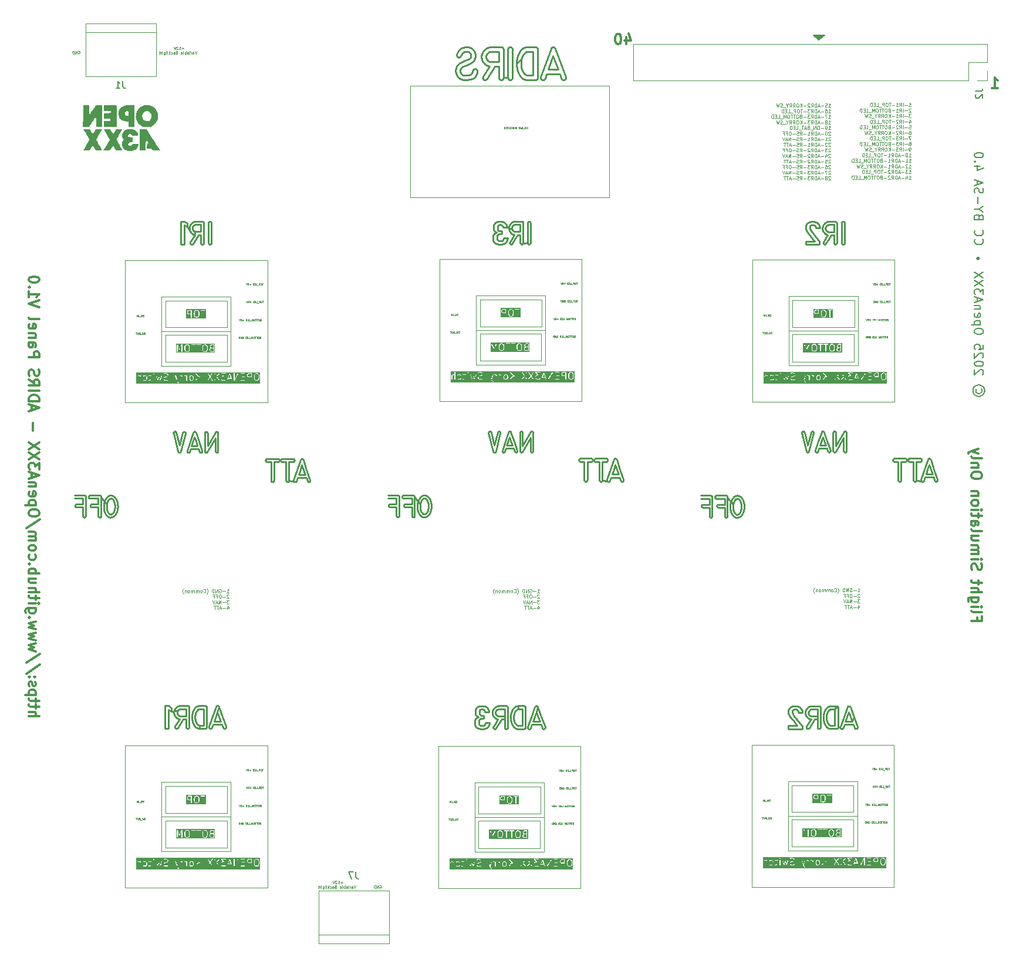
<source format=gbr>
%TF.GenerationSoftware,KiCad,Pcbnew,9.0.2*%
%TF.CreationDate,2025-06-29T15:48:11+02:00*%
%TF.ProjectId,adirs,61646972-732e-46b6-9963-61645f706362,rev?*%
%TF.SameCoordinates,Original*%
%TF.FileFunction,Legend,Bot*%
%TF.FilePolarity,Positive*%
%FSLAX46Y46*%
G04 Gerber Fmt 4.6, Leading zero omitted, Abs format (unit mm)*
G04 Created by KiCad (PCBNEW 9.0.2) date 2025-06-29 15:48:11*
%MOMM*%
%LPD*%
G01*
G04 APERTURE LIST*
%ADD10C,0.300000*%
%ADD11C,0.062500*%
%ADD12C,0.280000*%
%ADD13C,0.200000*%
%ADD14C,0.100000*%
%ADD15C,0.125000*%
%ADD16C,0.158750*%
%ADD17C,0.150000*%
%ADD18C,0.120000*%
%ADD19C,0.000000*%
%ADD20R,1.700000X1.700000*%
%ADD21C,1.700000*%
%ADD22R,3.000000X3.000000*%
%ADD23C,3.000000*%
%ADD24R,1.500000X1.500000*%
G04 APERTURE END LIST*
D10*
X219152632Y-23600828D02*
X219152632Y-24600828D01*
X219509774Y-23029400D02*
X219866917Y-24100828D01*
X219866917Y-24100828D02*
X218938346Y-24100828D01*
X218081203Y-23100828D02*
X217938346Y-23100828D01*
X217938346Y-23100828D02*
X217795489Y-23172257D01*
X217795489Y-23172257D02*
X217724061Y-23243685D01*
X217724061Y-23243685D02*
X217652632Y-23386542D01*
X217652632Y-23386542D02*
X217581203Y-23672257D01*
X217581203Y-23672257D02*
X217581203Y-24029400D01*
X217581203Y-24029400D02*
X217652632Y-24315114D01*
X217652632Y-24315114D02*
X217724061Y-24457971D01*
X217724061Y-24457971D02*
X217795489Y-24529400D01*
X217795489Y-24529400D02*
X217938346Y-24600828D01*
X217938346Y-24600828D02*
X218081203Y-24600828D01*
X218081203Y-24600828D02*
X218224061Y-24529400D01*
X218224061Y-24529400D02*
X218295489Y-24457971D01*
X218295489Y-24457971D02*
X218366918Y-24315114D01*
X218366918Y-24315114D02*
X218438346Y-24029400D01*
X218438346Y-24029400D02*
X218438346Y-23672257D01*
X218438346Y-23672257D02*
X218366918Y-23386542D01*
X218366918Y-23386542D02*
X218295489Y-23243685D01*
X218295489Y-23243685D02*
X218224061Y-23172257D01*
X218224061Y-23172257D02*
X218081203Y-23100828D01*
X132999171Y-121445489D02*
X134499171Y-121445489D01*
X132999171Y-120802632D02*
X133784885Y-120802632D01*
X133784885Y-120802632D02*
X133927742Y-120874060D01*
X133927742Y-120874060D02*
X133999171Y-121016917D01*
X133999171Y-121016917D02*
X133999171Y-121231203D01*
X133999171Y-121231203D02*
X133927742Y-121374060D01*
X133927742Y-121374060D02*
X133856314Y-121445489D01*
X133999171Y-120302631D02*
X133999171Y-119731203D01*
X134499171Y-120088346D02*
X133213457Y-120088346D01*
X133213457Y-120088346D02*
X133070600Y-120016917D01*
X133070600Y-120016917D02*
X132999171Y-119874060D01*
X132999171Y-119874060D02*
X132999171Y-119731203D01*
X133999171Y-119445488D02*
X133999171Y-118874060D01*
X134499171Y-119231203D02*
X133213457Y-119231203D01*
X133213457Y-119231203D02*
X133070600Y-119159774D01*
X133070600Y-119159774D02*
X132999171Y-119016917D01*
X132999171Y-119016917D02*
X132999171Y-118874060D01*
X133999171Y-118374060D02*
X132499171Y-118374060D01*
X133927742Y-118374060D02*
X133999171Y-118231203D01*
X133999171Y-118231203D02*
X133999171Y-117945488D01*
X133999171Y-117945488D02*
X133927742Y-117802631D01*
X133927742Y-117802631D02*
X133856314Y-117731203D01*
X133856314Y-117731203D02*
X133713457Y-117659774D01*
X133713457Y-117659774D02*
X133284885Y-117659774D01*
X133284885Y-117659774D02*
X133142028Y-117731203D01*
X133142028Y-117731203D02*
X133070600Y-117802631D01*
X133070600Y-117802631D02*
X132999171Y-117945488D01*
X132999171Y-117945488D02*
X132999171Y-118231203D01*
X132999171Y-118231203D02*
X133070600Y-118374060D01*
X133070600Y-117088345D02*
X132999171Y-116945488D01*
X132999171Y-116945488D02*
X132999171Y-116659774D01*
X132999171Y-116659774D02*
X133070600Y-116516917D01*
X133070600Y-116516917D02*
X133213457Y-116445488D01*
X133213457Y-116445488D02*
X133284885Y-116445488D01*
X133284885Y-116445488D02*
X133427742Y-116516917D01*
X133427742Y-116516917D02*
X133499171Y-116659774D01*
X133499171Y-116659774D02*
X133499171Y-116874060D01*
X133499171Y-116874060D02*
X133570600Y-117016917D01*
X133570600Y-117016917D02*
X133713457Y-117088345D01*
X133713457Y-117088345D02*
X133784885Y-117088345D01*
X133784885Y-117088345D02*
X133927742Y-117016917D01*
X133927742Y-117016917D02*
X133999171Y-116874060D01*
X133999171Y-116874060D02*
X133999171Y-116659774D01*
X133999171Y-116659774D02*
X133927742Y-116516917D01*
X133142028Y-115802631D02*
X133070600Y-115731202D01*
X133070600Y-115731202D02*
X132999171Y-115802631D01*
X132999171Y-115802631D02*
X133070600Y-115874059D01*
X133070600Y-115874059D02*
X133142028Y-115802631D01*
X133142028Y-115802631D02*
X132999171Y-115802631D01*
X133927742Y-115802631D02*
X133856314Y-115731202D01*
X133856314Y-115731202D02*
X133784885Y-115802631D01*
X133784885Y-115802631D02*
X133856314Y-115874059D01*
X133856314Y-115874059D02*
X133927742Y-115802631D01*
X133927742Y-115802631D02*
X133784885Y-115802631D01*
X134570600Y-114016916D02*
X132642028Y-115302630D01*
X134570600Y-112445487D02*
X132642028Y-113731201D01*
X133999171Y-112088344D02*
X132999171Y-111802630D01*
X132999171Y-111802630D02*
X133713457Y-111516915D01*
X133713457Y-111516915D02*
X132999171Y-111231201D01*
X132999171Y-111231201D02*
X133999171Y-110945487D01*
X133999171Y-110516915D02*
X132999171Y-110231201D01*
X132999171Y-110231201D02*
X133713457Y-109945486D01*
X133713457Y-109945486D02*
X132999171Y-109659772D01*
X132999171Y-109659772D02*
X133999171Y-109374058D01*
X133999171Y-108945486D02*
X132999171Y-108659772D01*
X132999171Y-108659772D02*
X133713457Y-108374057D01*
X133713457Y-108374057D02*
X132999171Y-108088343D01*
X132999171Y-108088343D02*
X133999171Y-107802629D01*
X133142028Y-107231200D02*
X133070600Y-107159771D01*
X133070600Y-107159771D02*
X132999171Y-107231200D01*
X132999171Y-107231200D02*
X133070600Y-107302628D01*
X133070600Y-107302628D02*
X133142028Y-107231200D01*
X133142028Y-107231200D02*
X132999171Y-107231200D01*
X133999171Y-105874057D02*
X132784885Y-105874057D01*
X132784885Y-105874057D02*
X132642028Y-105945485D01*
X132642028Y-105945485D02*
X132570600Y-106016914D01*
X132570600Y-106016914D02*
X132499171Y-106159771D01*
X132499171Y-106159771D02*
X132499171Y-106374057D01*
X132499171Y-106374057D02*
X132570600Y-106516914D01*
X133070600Y-105874057D02*
X132999171Y-106016914D01*
X132999171Y-106016914D02*
X132999171Y-106302628D01*
X132999171Y-106302628D02*
X133070600Y-106445485D01*
X133070600Y-106445485D02*
X133142028Y-106516914D01*
X133142028Y-106516914D02*
X133284885Y-106588342D01*
X133284885Y-106588342D02*
X133713457Y-106588342D01*
X133713457Y-106588342D02*
X133856314Y-106516914D01*
X133856314Y-106516914D02*
X133927742Y-106445485D01*
X133927742Y-106445485D02*
X133999171Y-106302628D01*
X133999171Y-106302628D02*
X133999171Y-106016914D01*
X133999171Y-106016914D02*
X133927742Y-105874057D01*
X132999171Y-105159771D02*
X133999171Y-105159771D01*
X134499171Y-105159771D02*
X134427742Y-105231199D01*
X134427742Y-105231199D02*
X134356314Y-105159771D01*
X134356314Y-105159771D02*
X134427742Y-105088342D01*
X134427742Y-105088342D02*
X134499171Y-105159771D01*
X134499171Y-105159771D02*
X134356314Y-105159771D01*
X133999171Y-104659770D02*
X133999171Y-104088342D01*
X134499171Y-104445485D02*
X133213457Y-104445485D01*
X133213457Y-104445485D02*
X133070600Y-104374056D01*
X133070600Y-104374056D02*
X132999171Y-104231199D01*
X132999171Y-104231199D02*
X132999171Y-104088342D01*
X132999171Y-103588342D02*
X134499171Y-103588342D01*
X132999171Y-102945485D02*
X133784885Y-102945485D01*
X133784885Y-102945485D02*
X133927742Y-103016913D01*
X133927742Y-103016913D02*
X133999171Y-103159770D01*
X133999171Y-103159770D02*
X133999171Y-103374056D01*
X133999171Y-103374056D02*
X133927742Y-103516913D01*
X133927742Y-103516913D02*
X133856314Y-103588342D01*
X133999171Y-101588342D02*
X132999171Y-101588342D01*
X133999171Y-102231199D02*
X133213457Y-102231199D01*
X133213457Y-102231199D02*
X133070600Y-102159770D01*
X133070600Y-102159770D02*
X132999171Y-102016913D01*
X132999171Y-102016913D02*
X132999171Y-101802627D01*
X132999171Y-101802627D02*
X133070600Y-101659770D01*
X133070600Y-101659770D02*
X133142028Y-101588342D01*
X132999171Y-100874056D02*
X134499171Y-100874056D01*
X133927742Y-100874056D02*
X133999171Y-100731199D01*
X133999171Y-100731199D02*
X133999171Y-100445484D01*
X133999171Y-100445484D02*
X133927742Y-100302627D01*
X133927742Y-100302627D02*
X133856314Y-100231199D01*
X133856314Y-100231199D02*
X133713457Y-100159770D01*
X133713457Y-100159770D02*
X133284885Y-100159770D01*
X133284885Y-100159770D02*
X133142028Y-100231199D01*
X133142028Y-100231199D02*
X133070600Y-100302627D01*
X133070600Y-100302627D02*
X132999171Y-100445484D01*
X132999171Y-100445484D02*
X132999171Y-100731199D01*
X132999171Y-100731199D02*
X133070600Y-100874056D01*
X133142028Y-99516913D02*
X133070600Y-99445484D01*
X133070600Y-99445484D02*
X132999171Y-99516913D01*
X132999171Y-99516913D02*
X133070600Y-99588341D01*
X133070600Y-99588341D02*
X133142028Y-99516913D01*
X133142028Y-99516913D02*
X132999171Y-99516913D01*
X133070600Y-98159770D02*
X132999171Y-98302627D01*
X132999171Y-98302627D02*
X132999171Y-98588341D01*
X132999171Y-98588341D02*
X133070600Y-98731198D01*
X133070600Y-98731198D02*
X133142028Y-98802627D01*
X133142028Y-98802627D02*
X133284885Y-98874055D01*
X133284885Y-98874055D02*
X133713457Y-98874055D01*
X133713457Y-98874055D02*
X133856314Y-98802627D01*
X133856314Y-98802627D02*
X133927742Y-98731198D01*
X133927742Y-98731198D02*
X133999171Y-98588341D01*
X133999171Y-98588341D02*
X133999171Y-98302627D01*
X133999171Y-98302627D02*
X133927742Y-98159770D01*
X132999171Y-97302627D02*
X133070600Y-97445484D01*
X133070600Y-97445484D02*
X133142028Y-97516913D01*
X133142028Y-97516913D02*
X133284885Y-97588341D01*
X133284885Y-97588341D02*
X133713457Y-97588341D01*
X133713457Y-97588341D02*
X133856314Y-97516913D01*
X133856314Y-97516913D02*
X133927742Y-97445484D01*
X133927742Y-97445484D02*
X133999171Y-97302627D01*
X133999171Y-97302627D02*
X133999171Y-97088341D01*
X133999171Y-97088341D02*
X133927742Y-96945484D01*
X133927742Y-96945484D02*
X133856314Y-96874056D01*
X133856314Y-96874056D02*
X133713457Y-96802627D01*
X133713457Y-96802627D02*
X133284885Y-96802627D01*
X133284885Y-96802627D02*
X133142028Y-96874056D01*
X133142028Y-96874056D02*
X133070600Y-96945484D01*
X133070600Y-96945484D02*
X132999171Y-97088341D01*
X132999171Y-97088341D02*
X132999171Y-97302627D01*
X132999171Y-96159770D02*
X133999171Y-96159770D01*
X133856314Y-96159770D02*
X133927742Y-96088341D01*
X133927742Y-96088341D02*
X133999171Y-95945484D01*
X133999171Y-95945484D02*
X133999171Y-95731198D01*
X133999171Y-95731198D02*
X133927742Y-95588341D01*
X133927742Y-95588341D02*
X133784885Y-95516913D01*
X133784885Y-95516913D02*
X132999171Y-95516913D01*
X133784885Y-95516913D02*
X133927742Y-95445484D01*
X133927742Y-95445484D02*
X133999171Y-95302627D01*
X133999171Y-95302627D02*
X133999171Y-95088341D01*
X133999171Y-95088341D02*
X133927742Y-94945484D01*
X133927742Y-94945484D02*
X133784885Y-94874055D01*
X133784885Y-94874055D02*
X132999171Y-94874055D01*
X134570600Y-93088341D02*
X132642028Y-94374055D01*
X134499171Y-92302626D02*
X134499171Y-92016912D01*
X134499171Y-92016912D02*
X134427742Y-91874055D01*
X134427742Y-91874055D02*
X134284885Y-91731198D01*
X134284885Y-91731198D02*
X133999171Y-91659769D01*
X133999171Y-91659769D02*
X133499171Y-91659769D01*
X133499171Y-91659769D02*
X133213457Y-91731198D01*
X133213457Y-91731198D02*
X133070600Y-91874055D01*
X133070600Y-91874055D02*
X132999171Y-92016912D01*
X132999171Y-92016912D02*
X132999171Y-92302626D01*
X132999171Y-92302626D02*
X133070600Y-92445484D01*
X133070600Y-92445484D02*
X133213457Y-92588341D01*
X133213457Y-92588341D02*
X133499171Y-92659769D01*
X133499171Y-92659769D02*
X133999171Y-92659769D01*
X133999171Y-92659769D02*
X134284885Y-92588341D01*
X134284885Y-92588341D02*
X134427742Y-92445484D01*
X134427742Y-92445484D02*
X134499171Y-92302626D01*
X133999171Y-91016912D02*
X132499171Y-91016912D01*
X133927742Y-91016912D02*
X133999171Y-90874055D01*
X133999171Y-90874055D02*
X133999171Y-90588340D01*
X133999171Y-90588340D02*
X133927742Y-90445483D01*
X133927742Y-90445483D02*
X133856314Y-90374055D01*
X133856314Y-90374055D02*
X133713457Y-90302626D01*
X133713457Y-90302626D02*
X133284885Y-90302626D01*
X133284885Y-90302626D02*
X133142028Y-90374055D01*
X133142028Y-90374055D02*
X133070600Y-90445483D01*
X133070600Y-90445483D02*
X132999171Y-90588340D01*
X132999171Y-90588340D02*
X132999171Y-90874055D01*
X132999171Y-90874055D02*
X133070600Y-91016912D01*
X133070600Y-89088340D02*
X132999171Y-89231197D01*
X132999171Y-89231197D02*
X132999171Y-89516912D01*
X132999171Y-89516912D02*
X133070600Y-89659769D01*
X133070600Y-89659769D02*
X133213457Y-89731197D01*
X133213457Y-89731197D02*
X133784885Y-89731197D01*
X133784885Y-89731197D02*
X133927742Y-89659769D01*
X133927742Y-89659769D02*
X133999171Y-89516912D01*
X133999171Y-89516912D02*
X133999171Y-89231197D01*
X133999171Y-89231197D02*
X133927742Y-89088340D01*
X133927742Y-89088340D02*
X133784885Y-89016912D01*
X133784885Y-89016912D02*
X133642028Y-89016912D01*
X133642028Y-89016912D02*
X133499171Y-89731197D01*
X133999171Y-88374055D02*
X132999171Y-88374055D01*
X133856314Y-88374055D02*
X133927742Y-88302626D01*
X133927742Y-88302626D02*
X133999171Y-88159769D01*
X133999171Y-88159769D02*
X133999171Y-87945483D01*
X133999171Y-87945483D02*
X133927742Y-87802626D01*
X133927742Y-87802626D02*
X133784885Y-87731198D01*
X133784885Y-87731198D02*
X132999171Y-87731198D01*
X133427742Y-87088340D02*
X133427742Y-86374055D01*
X132999171Y-87231197D02*
X134499171Y-86731197D01*
X134499171Y-86731197D02*
X132999171Y-86231197D01*
X134499171Y-85874055D02*
X134499171Y-84945483D01*
X134499171Y-84945483D02*
X133927742Y-85445483D01*
X133927742Y-85445483D02*
X133927742Y-85231198D01*
X133927742Y-85231198D02*
X133856314Y-85088341D01*
X133856314Y-85088341D02*
X133784885Y-85016912D01*
X133784885Y-85016912D02*
X133642028Y-84945483D01*
X133642028Y-84945483D02*
X133284885Y-84945483D01*
X133284885Y-84945483D02*
X133142028Y-85016912D01*
X133142028Y-85016912D02*
X133070600Y-85088341D01*
X133070600Y-85088341D02*
X132999171Y-85231198D01*
X132999171Y-85231198D02*
X132999171Y-85659769D01*
X132999171Y-85659769D02*
X133070600Y-85802626D01*
X133070600Y-85802626D02*
X133142028Y-85874055D01*
X134499171Y-84445484D02*
X132999171Y-83445484D01*
X134499171Y-83445484D02*
X132999171Y-84445484D01*
X134499171Y-83016913D02*
X132999171Y-82016913D01*
X134499171Y-82016913D02*
X132999171Y-83016913D01*
X133570600Y-80302628D02*
X133570600Y-79159771D01*
X133427742Y-77374056D02*
X133427742Y-76659771D01*
X132999171Y-77516913D02*
X134499171Y-77016913D01*
X134499171Y-77016913D02*
X132999171Y-76516913D01*
X132999171Y-76016914D02*
X134499171Y-76016914D01*
X134499171Y-76016914D02*
X134499171Y-75659771D01*
X134499171Y-75659771D02*
X134427742Y-75445485D01*
X134427742Y-75445485D02*
X134284885Y-75302628D01*
X134284885Y-75302628D02*
X134142028Y-75231199D01*
X134142028Y-75231199D02*
X133856314Y-75159771D01*
X133856314Y-75159771D02*
X133642028Y-75159771D01*
X133642028Y-75159771D02*
X133356314Y-75231199D01*
X133356314Y-75231199D02*
X133213457Y-75302628D01*
X133213457Y-75302628D02*
X133070600Y-75445485D01*
X133070600Y-75445485D02*
X132999171Y-75659771D01*
X132999171Y-75659771D02*
X132999171Y-76016914D01*
X132999171Y-74516914D02*
X134499171Y-74516914D01*
X132999171Y-72945485D02*
X133713457Y-73445485D01*
X132999171Y-73802628D02*
X134499171Y-73802628D01*
X134499171Y-73802628D02*
X134499171Y-73231199D01*
X134499171Y-73231199D02*
X134427742Y-73088342D01*
X134427742Y-73088342D02*
X134356314Y-73016913D01*
X134356314Y-73016913D02*
X134213457Y-72945485D01*
X134213457Y-72945485D02*
X133999171Y-72945485D01*
X133999171Y-72945485D02*
X133856314Y-73016913D01*
X133856314Y-73016913D02*
X133784885Y-73088342D01*
X133784885Y-73088342D02*
X133713457Y-73231199D01*
X133713457Y-73231199D02*
X133713457Y-73802628D01*
X133070600Y-72374056D02*
X132999171Y-72159771D01*
X132999171Y-72159771D02*
X132999171Y-71802628D01*
X132999171Y-71802628D02*
X133070600Y-71659771D01*
X133070600Y-71659771D02*
X133142028Y-71588342D01*
X133142028Y-71588342D02*
X133284885Y-71516913D01*
X133284885Y-71516913D02*
X133427742Y-71516913D01*
X133427742Y-71516913D02*
X133570600Y-71588342D01*
X133570600Y-71588342D02*
X133642028Y-71659771D01*
X133642028Y-71659771D02*
X133713457Y-71802628D01*
X133713457Y-71802628D02*
X133784885Y-72088342D01*
X133784885Y-72088342D02*
X133856314Y-72231199D01*
X133856314Y-72231199D02*
X133927742Y-72302628D01*
X133927742Y-72302628D02*
X134070600Y-72374056D01*
X134070600Y-72374056D02*
X134213457Y-72374056D01*
X134213457Y-72374056D02*
X134356314Y-72302628D01*
X134356314Y-72302628D02*
X134427742Y-72231199D01*
X134427742Y-72231199D02*
X134499171Y-72088342D01*
X134499171Y-72088342D02*
X134499171Y-71731199D01*
X134499171Y-71731199D02*
X134427742Y-71516913D01*
X132999171Y-69731200D02*
X134499171Y-69731200D01*
X134499171Y-69731200D02*
X134499171Y-69159771D01*
X134499171Y-69159771D02*
X134427742Y-69016914D01*
X134427742Y-69016914D02*
X134356314Y-68945485D01*
X134356314Y-68945485D02*
X134213457Y-68874057D01*
X134213457Y-68874057D02*
X133999171Y-68874057D01*
X133999171Y-68874057D02*
X133856314Y-68945485D01*
X133856314Y-68945485D02*
X133784885Y-69016914D01*
X133784885Y-69016914D02*
X133713457Y-69159771D01*
X133713457Y-69159771D02*
X133713457Y-69731200D01*
X132999171Y-67588343D02*
X133784885Y-67588343D01*
X133784885Y-67588343D02*
X133927742Y-67659771D01*
X133927742Y-67659771D02*
X133999171Y-67802628D01*
X133999171Y-67802628D02*
X133999171Y-68088343D01*
X133999171Y-68088343D02*
X133927742Y-68231200D01*
X133070600Y-67588343D02*
X132999171Y-67731200D01*
X132999171Y-67731200D02*
X132999171Y-68088343D01*
X132999171Y-68088343D02*
X133070600Y-68231200D01*
X133070600Y-68231200D02*
X133213457Y-68302628D01*
X133213457Y-68302628D02*
X133356314Y-68302628D01*
X133356314Y-68302628D02*
X133499171Y-68231200D01*
X133499171Y-68231200D02*
X133570600Y-68088343D01*
X133570600Y-68088343D02*
X133570600Y-67731200D01*
X133570600Y-67731200D02*
X133642028Y-67588343D01*
X133999171Y-66874057D02*
X132999171Y-66874057D01*
X133856314Y-66874057D02*
X133927742Y-66802628D01*
X133927742Y-66802628D02*
X133999171Y-66659771D01*
X133999171Y-66659771D02*
X133999171Y-66445485D01*
X133999171Y-66445485D02*
X133927742Y-66302628D01*
X133927742Y-66302628D02*
X133784885Y-66231200D01*
X133784885Y-66231200D02*
X132999171Y-66231200D01*
X133070600Y-64945485D02*
X132999171Y-65088342D01*
X132999171Y-65088342D02*
X132999171Y-65374057D01*
X132999171Y-65374057D02*
X133070600Y-65516914D01*
X133070600Y-65516914D02*
X133213457Y-65588342D01*
X133213457Y-65588342D02*
X133784885Y-65588342D01*
X133784885Y-65588342D02*
X133927742Y-65516914D01*
X133927742Y-65516914D02*
X133999171Y-65374057D01*
X133999171Y-65374057D02*
X133999171Y-65088342D01*
X133999171Y-65088342D02*
X133927742Y-64945485D01*
X133927742Y-64945485D02*
X133784885Y-64874057D01*
X133784885Y-64874057D02*
X133642028Y-64874057D01*
X133642028Y-64874057D02*
X133499171Y-65588342D01*
X132999171Y-64016914D02*
X133070600Y-64159771D01*
X133070600Y-64159771D02*
X133213457Y-64231200D01*
X133213457Y-64231200D02*
X134499171Y-64231200D01*
X134499171Y-62516914D02*
X132999171Y-62016914D01*
X132999171Y-62016914D02*
X134499171Y-61516914D01*
X132999171Y-60231200D02*
X132999171Y-61088343D01*
X132999171Y-60659772D02*
X134499171Y-60659772D01*
X134499171Y-60659772D02*
X134284885Y-60802629D01*
X134284885Y-60802629D02*
X134142028Y-60945486D01*
X134142028Y-60945486D02*
X134070600Y-61088343D01*
X133142028Y-59588344D02*
X133070600Y-59516915D01*
X133070600Y-59516915D02*
X132999171Y-59588344D01*
X132999171Y-59588344D02*
X133070600Y-59659772D01*
X133070600Y-59659772D02*
X133142028Y-59588344D01*
X133142028Y-59588344D02*
X132999171Y-59588344D01*
X134499171Y-58588343D02*
X134499171Y-58445486D01*
X134499171Y-58445486D02*
X134427742Y-58302629D01*
X134427742Y-58302629D02*
X134356314Y-58231201D01*
X134356314Y-58231201D02*
X134213457Y-58159772D01*
X134213457Y-58159772D02*
X133927742Y-58088343D01*
X133927742Y-58088343D02*
X133570600Y-58088343D01*
X133570600Y-58088343D02*
X133284885Y-58159772D01*
X133284885Y-58159772D02*
X133142028Y-58231201D01*
X133142028Y-58231201D02*
X133070600Y-58302629D01*
X133070600Y-58302629D02*
X132999171Y-58445486D01*
X132999171Y-58445486D02*
X132999171Y-58588343D01*
X132999171Y-58588343D02*
X133070600Y-58731201D01*
X133070600Y-58731201D02*
X133142028Y-58802629D01*
X133142028Y-58802629D02*
X133284885Y-58874058D01*
X133284885Y-58874058D02*
X133570600Y-58945486D01*
X133570600Y-58945486D02*
X133927742Y-58945486D01*
X133927742Y-58945486D02*
X134213457Y-58874058D01*
X134213457Y-58874058D02*
X134356314Y-58802629D01*
X134356314Y-58802629D02*
X134427742Y-58731201D01*
X134427742Y-58731201D02*
X134499171Y-58588343D01*
D11*
X178282141Y-145432427D02*
X177977380Y-145432427D01*
X178129760Y-145584808D02*
X178129760Y-145280046D01*
X177577380Y-145584808D02*
X177805951Y-145584808D01*
X177691665Y-145584808D02*
X177691665Y-145184808D01*
X177691665Y-145184808D02*
X177729761Y-145241951D01*
X177729761Y-145241951D02*
X177767856Y-145280046D01*
X177767856Y-145280046D02*
X177805951Y-145299094D01*
X177424999Y-145222903D02*
X177405951Y-145203856D01*
X177405951Y-145203856D02*
X177367856Y-145184808D01*
X177367856Y-145184808D02*
X177272618Y-145184808D01*
X177272618Y-145184808D02*
X177234523Y-145203856D01*
X177234523Y-145203856D02*
X177215475Y-145222903D01*
X177215475Y-145222903D02*
X177196428Y-145260999D01*
X177196428Y-145260999D02*
X177196428Y-145299094D01*
X177196428Y-145299094D02*
X177215475Y-145356237D01*
X177215475Y-145356237D02*
X177444047Y-145584808D01*
X177444047Y-145584808D02*
X177196428Y-145584808D01*
X177082142Y-145184808D02*
X176948809Y-145584808D01*
X176948809Y-145584808D02*
X176815476Y-145184808D01*
X180139285Y-145828786D02*
X180005952Y-146228786D01*
X180005952Y-146228786D02*
X179872619Y-145828786D01*
X179567857Y-146228786D02*
X179567857Y-146019262D01*
X179567857Y-146019262D02*
X179586904Y-145981167D01*
X179586904Y-145981167D02*
X179625000Y-145962119D01*
X179625000Y-145962119D02*
X179701190Y-145962119D01*
X179701190Y-145962119D02*
X179739285Y-145981167D01*
X179567857Y-146209739D02*
X179605952Y-146228786D01*
X179605952Y-146228786D02*
X179701190Y-146228786D01*
X179701190Y-146228786D02*
X179739285Y-146209739D01*
X179739285Y-146209739D02*
X179758333Y-146171643D01*
X179758333Y-146171643D02*
X179758333Y-146133548D01*
X179758333Y-146133548D02*
X179739285Y-146095453D01*
X179739285Y-146095453D02*
X179701190Y-146076405D01*
X179701190Y-146076405D02*
X179605952Y-146076405D01*
X179605952Y-146076405D02*
X179567857Y-146057358D01*
X179377380Y-146228786D02*
X179377380Y-145962119D01*
X179377380Y-146038310D02*
X179358333Y-146000215D01*
X179358333Y-146000215D02*
X179339285Y-145981167D01*
X179339285Y-145981167D02*
X179301190Y-145962119D01*
X179301190Y-145962119D02*
X179263095Y-145962119D01*
X179129761Y-146228786D02*
X179129761Y-145962119D01*
X179129761Y-145828786D02*
X179148809Y-145847834D01*
X179148809Y-145847834D02*
X179129761Y-145866881D01*
X179129761Y-145866881D02*
X179110714Y-145847834D01*
X179110714Y-145847834D02*
X179129761Y-145828786D01*
X179129761Y-145828786D02*
X179129761Y-145866881D01*
X178767857Y-146228786D02*
X178767857Y-146019262D01*
X178767857Y-146019262D02*
X178786904Y-145981167D01*
X178786904Y-145981167D02*
X178825000Y-145962119D01*
X178825000Y-145962119D02*
X178901190Y-145962119D01*
X178901190Y-145962119D02*
X178939285Y-145981167D01*
X178767857Y-146209739D02*
X178805952Y-146228786D01*
X178805952Y-146228786D02*
X178901190Y-146228786D01*
X178901190Y-146228786D02*
X178939285Y-146209739D01*
X178939285Y-146209739D02*
X178958333Y-146171643D01*
X178958333Y-146171643D02*
X178958333Y-146133548D01*
X178958333Y-146133548D02*
X178939285Y-146095453D01*
X178939285Y-146095453D02*
X178901190Y-146076405D01*
X178901190Y-146076405D02*
X178805952Y-146076405D01*
X178805952Y-146076405D02*
X178767857Y-146057358D01*
X178577380Y-146228786D02*
X178577380Y-145828786D01*
X178577380Y-145981167D02*
X178539285Y-145962119D01*
X178539285Y-145962119D02*
X178463095Y-145962119D01*
X178463095Y-145962119D02*
X178424999Y-145981167D01*
X178424999Y-145981167D02*
X178405952Y-146000215D01*
X178405952Y-146000215D02*
X178386904Y-146038310D01*
X178386904Y-146038310D02*
X178386904Y-146152596D01*
X178386904Y-146152596D02*
X178405952Y-146190691D01*
X178405952Y-146190691D02*
X178424999Y-146209739D01*
X178424999Y-146209739D02*
X178463095Y-146228786D01*
X178463095Y-146228786D02*
X178539285Y-146228786D01*
X178539285Y-146228786D02*
X178577380Y-146209739D01*
X178158333Y-146228786D02*
X178196428Y-146209739D01*
X178196428Y-146209739D02*
X178215475Y-146171643D01*
X178215475Y-146171643D02*
X178215475Y-145828786D01*
X177853570Y-146209739D02*
X177891666Y-146228786D01*
X177891666Y-146228786D02*
X177967856Y-146228786D01*
X177967856Y-146228786D02*
X178005951Y-146209739D01*
X178005951Y-146209739D02*
X178024999Y-146171643D01*
X178024999Y-146171643D02*
X178024999Y-146019262D01*
X178024999Y-146019262D02*
X178005951Y-145981167D01*
X178005951Y-145981167D02*
X177967856Y-145962119D01*
X177967856Y-145962119D02*
X177891666Y-145962119D01*
X177891666Y-145962119D02*
X177853570Y-145981167D01*
X177853570Y-145981167D02*
X177834523Y-146019262D01*
X177834523Y-146019262D02*
X177834523Y-146057358D01*
X177834523Y-146057358D02*
X178024999Y-146095453D01*
X177224999Y-146019262D02*
X177167856Y-146038310D01*
X177167856Y-146038310D02*
X177148809Y-146057358D01*
X177148809Y-146057358D02*
X177129761Y-146095453D01*
X177129761Y-146095453D02*
X177129761Y-146152596D01*
X177129761Y-146152596D02*
X177148809Y-146190691D01*
X177148809Y-146190691D02*
X177167856Y-146209739D01*
X177167856Y-146209739D02*
X177205951Y-146228786D01*
X177205951Y-146228786D02*
X177358332Y-146228786D01*
X177358332Y-146228786D02*
X177358332Y-145828786D01*
X177358332Y-145828786D02*
X177224999Y-145828786D01*
X177224999Y-145828786D02*
X177186904Y-145847834D01*
X177186904Y-145847834D02*
X177167856Y-145866881D01*
X177167856Y-145866881D02*
X177148809Y-145904977D01*
X177148809Y-145904977D02*
X177148809Y-145943072D01*
X177148809Y-145943072D02*
X177167856Y-145981167D01*
X177167856Y-145981167D02*
X177186904Y-146000215D01*
X177186904Y-146000215D02*
X177224999Y-146019262D01*
X177224999Y-146019262D02*
X177358332Y-146019262D01*
X176786904Y-146228786D02*
X176786904Y-146019262D01*
X176786904Y-146019262D02*
X176805951Y-145981167D01*
X176805951Y-145981167D02*
X176844047Y-145962119D01*
X176844047Y-145962119D02*
X176920237Y-145962119D01*
X176920237Y-145962119D02*
X176958332Y-145981167D01*
X176786904Y-146209739D02*
X176824999Y-146228786D01*
X176824999Y-146228786D02*
X176920237Y-146228786D01*
X176920237Y-146228786D02*
X176958332Y-146209739D01*
X176958332Y-146209739D02*
X176977380Y-146171643D01*
X176977380Y-146171643D02*
X176977380Y-146133548D01*
X176977380Y-146133548D02*
X176958332Y-146095453D01*
X176958332Y-146095453D02*
X176920237Y-146076405D01*
X176920237Y-146076405D02*
X176824999Y-146076405D01*
X176824999Y-146076405D02*
X176786904Y-146057358D01*
X176424999Y-146209739D02*
X176463094Y-146228786D01*
X176463094Y-146228786D02*
X176539285Y-146228786D01*
X176539285Y-146228786D02*
X176577380Y-146209739D01*
X176577380Y-146209739D02*
X176596427Y-146190691D01*
X176596427Y-146190691D02*
X176615475Y-146152596D01*
X176615475Y-146152596D02*
X176615475Y-146038310D01*
X176615475Y-146038310D02*
X176596427Y-146000215D01*
X176596427Y-146000215D02*
X176577380Y-145981167D01*
X176577380Y-145981167D02*
X176539285Y-145962119D01*
X176539285Y-145962119D02*
X176463094Y-145962119D01*
X176463094Y-145962119D02*
X176424999Y-145981167D01*
X176253570Y-146228786D02*
X176253570Y-145828786D01*
X176215475Y-146076405D02*
X176101189Y-146228786D01*
X176101189Y-145962119D02*
X176253570Y-146114500D01*
X175872618Y-146228786D02*
X175910713Y-146209739D01*
X175910713Y-146209739D02*
X175929760Y-146171643D01*
X175929760Y-146171643D02*
X175929760Y-145828786D01*
X175720236Y-146228786D02*
X175720236Y-145962119D01*
X175720236Y-145828786D02*
X175739284Y-145847834D01*
X175739284Y-145847834D02*
X175720236Y-145866881D01*
X175720236Y-145866881D02*
X175701189Y-145847834D01*
X175701189Y-145847834D02*
X175720236Y-145828786D01*
X175720236Y-145828786D02*
X175720236Y-145866881D01*
X175358332Y-145962119D02*
X175358332Y-146285929D01*
X175358332Y-146285929D02*
X175377379Y-146324024D01*
X175377379Y-146324024D02*
X175396427Y-146343072D01*
X175396427Y-146343072D02*
X175434522Y-146362119D01*
X175434522Y-146362119D02*
X175491665Y-146362119D01*
X175491665Y-146362119D02*
X175529760Y-146343072D01*
X175358332Y-146209739D02*
X175396427Y-146228786D01*
X175396427Y-146228786D02*
X175472618Y-146228786D01*
X175472618Y-146228786D02*
X175510713Y-146209739D01*
X175510713Y-146209739D02*
X175529760Y-146190691D01*
X175529760Y-146190691D02*
X175548808Y-146152596D01*
X175548808Y-146152596D02*
X175548808Y-146038310D01*
X175548808Y-146038310D02*
X175529760Y-146000215D01*
X175529760Y-146000215D02*
X175510713Y-145981167D01*
X175510713Y-145981167D02*
X175472618Y-145962119D01*
X175472618Y-145962119D02*
X175396427Y-145962119D01*
X175396427Y-145962119D02*
X175358332Y-145981167D01*
X175167855Y-146228786D02*
X175167855Y-145828786D01*
X174996427Y-146228786D02*
X174996427Y-146019262D01*
X174996427Y-146019262D02*
X175015474Y-145981167D01*
X175015474Y-145981167D02*
X175053570Y-145962119D01*
X175053570Y-145962119D02*
X175110713Y-145962119D01*
X175110713Y-145962119D02*
X175148808Y-145981167D01*
X175148808Y-145981167D02*
X175167855Y-146000215D01*
X174863093Y-145962119D02*
X174710712Y-145962119D01*
X174805950Y-145828786D02*
X174805950Y-146171643D01*
X174805950Y-146171643D02*
X174786903Y-146209739D01*
X174786903Y-146209739D02*
X174748808Y-146228786D01*
X174748808Y-146228786D02*
X174710712Y-146228786D01*
X183604762Y-145825845D02*
X183642857Y-145806797D01*
X183642857Y-145806797D02*
X183700000Y-145806797D01*
X183700000Y-145806797D02*
X183757143Y-145825845D01*
X183757143Y-145825845D02*
X183795238Y-145863940D01*
X183795238Y-145863940D02*
X183814285Y-145902035D01*
X183814285Y-145902035D02*
X183833333Y-145978226D01*
X183833333Y-145978226D02*
X183833333Y-146035369D01*
X183833333Y-146035369D02*
X183814285Y-146111559D01*
X183814285Y-146111559D02*
X183795238Y-146149654D01*
X183795238Y-146149654D02*
X183757143Y-146187750D01*
X183757143Y-146187750D02*
X183700000Y-146206797D01*
X183700000Y-146206797D02*
X183661904Y-146206797D01*
X183661904Y-146206797D02*
X183604762Y-146187750D01*
X183604762Y-146187750D02*
X183585714Y-146168702D01*
X183585714Y-146168702D02*
X183585714Y-146035369D01*
X183585714Y-146035369D02*
X183661904Y-146035369D01*
X183414285Y-146206797D02*
X183414285Y-145806797D01*
X183414285Y-145806797D02*
X183185714Y-146206797D01*
X183185714Y-146206797D02*
X183185714Y-145806797D01*
X182995237Y-146206797D02*
X182995237Y-145806797D01*
X182995237Y-145806797D02*
X182899999Y-145806797D01*
X182899999Y-145806797D02*
X182842856Y-145825845D01*
X182842856Y-145825845D02*
X182804761Y-145863940D01*
X182804761Y-145863940D02*
X182785714Y-145902035D01*
X182785714Y-145902035D02*
X182766666Y-145978226D01*
X182766666Y-145978226D02*
X182766666Y-146035369D01*
X182766666Y-146035369D02*
X182785714Y-146111559D01*
X182785714Y-146111559D02*
X182804761Y-146149654D01*
X182804761Y-146149654D02*
X182842856Y-146187750D01*
X182842856Y-146187750D02*
X182899999Y-146206797D01*
X182899999Y-146206797D02*
X182995237Y-146206797D01*
D12*
X202989663Y-122085916D02*
X202984780Y-122070520D01*
X231561488Y-89855543D02*
X231561087Y-89852479D01*
X231560668Y-89849437D01*
X231560234Y-89846435D01*
X231559783Y-89843454D01*
X231559318Y-89840511D01*
X231558836Y-89837590D01*
X231558340Y-89834707D01*
X231557827Y-89831845D01*
X231557300Y-89829020D01*
X231556757Y-89826216D01*
X231556201Y-89823448D01*
X231555628Y-89820700D01*
X231555043Y-89817989D01*
X231554441Y-89815297D01*
X231553826Y-89812641D01*
X231553196Y-89810004D01*
X231552553Y-89807402D01*
X231551894Y-89804820D01*
X231551223Y-89802271D01*
X231550537Y-89799741D01*
X231549839Y-89797245D01*
X231549125Y-89794767D01*
X231548400Y-89792322D01*
X231547660Y-89789896D01*
X231546908Y-89787501D01*
X231546141Y-89785125D01*
X231545363Y-89782780D01*
X231544570Y-89780454D01*
X231543766Y-89778157D01*
X231542948Y-89775879D01*
X231542119Y-89773631D01*
X231541275Y-89771400D01*
X231540420Y-89769199D01*
X231539551Y-89767015D01*
X231538672Y-89764860D01*
X231537778Y-89762722D01*
X231536875Y-89760612D01*
X231535957Y-89758519D01*
X231535028Y-89756454D01*
X231534086Y-89754405D01*
X231533134Y-89752384D01*
X231532168Y-89750379D01*
X231531192Y-89748400D01*
X231530202Y-89746438D01*
X231529202Y-89744501D01*
X231528189Y-89742581D01*
X231527165Y-89740686D01*
X231526129Y-89738807D01*
X231525082Y-89736953D01*
X231524022Y-89735115D01*
X231522952Y-89733300D01*
X231521869Y-89731502D01*
X231520776Y-89729727D01*
X231519670Y-89727968D01*
X231518554Y-89726231D01*
X231517424Y-89724511D01*
X231516285Y-89722812D01*
X231515133Y-89721129D01*
X231513971Y-89719468D01*
X231512796Y-89717823D01*
X231511611Y-89716198D01*
X231510413Y-89714590D01*
X231509205Y-89713002D01*
X231507984Y-89711429D01*
X231506753Y-89709877D01*
X231505509Y-89708340D01*
X231504255Y-89706822D01*
X231502988Y-89705321D01*
X231501710Y-89703838D01*
X231500420Y-89702370D01*
X231499119Y-89700921D01*
X231497806Y-89699488D01*
X231496482Y-89698073D01*
X231495145Y-89696673D01*
X231493797Y-89695291D01*
X231492436Y-89693925D01*
X231491064Y-89692576D01*
X231489680Y-89691242D01*
X231488284Y-89689925D01*
X231486876Y-89688624D01*
X231485455Y-89687339D01*
X231484023Y-89686070D01*
X231482578Y-89684816D01*
X231481121Y-89683579D01*
X231479651Y-89682357D01*
X231478169Y-89681151D01*
X231475167Y-89678785D01*
X231472113Y-89676481D01*
X231469009Y-89674238D01*
X231465851Y-89672056D01*
X231462641Y-89669934D01*
X231459376Y-89667872D01*
X231456056Y-89665871D01*
X231452681Y-89663929D01*
X231449248Y-89662047D01*
X231445758Y-89660225D01*
X231442209Y-89658462D01*
X231438600Y-89656759D01*
X231434930Y-89655116D01*
X231431198Y-89653532D01*
X231427403Y-89652009D01*
X231423543Y-89650546D01*
X231419617Y-89649144D01*
X231415625Y-89647804D01*
X231411564Y-89646524D01*
X231407434Y-89645307D01*
X231403233Y-89644153D01*
X231398959Y-89643062D01*
X231394612Y-89642035D01*
X231390190Y-89641072D01*
X231385691Y-89640175D01*
X231381114Y-89639345D01*
X231376458Y-89638581D01*
X231371721Y-89637885D01*
X231366902Y-89637258D01*
X231361999Y-89636701D01*
X231357010Y-89636216D01*
X231355944Y-89636122D01*
X246743188Y-121900903D02*
X246743188Y-123029474D01*
X201222250Y-51498857D02*
X200947256Y-51498857D01*
X157649913Y-122762476D02*
X157643482Y-122762476D01*
X203612748Y-122814447D02*
X203607049Y-122813638D01*
X141796191Y-90051894D02*
X142993258Y-90051894D01*
X158373716Y-83236274D02*
X158373726Y-83238885D01*
X158373756Y-83241479D01*
X158373806Y-83244042D01*
X158373875Y-83246589D01*
X158373964Y-83249104D01*
X158374072Y-83251604D01*
X158374198Y-83254074D01*
X158374344Y-83256528D01*
X158374509Y-83258953D01*
X158374692Y-83261362D01*
X158374893Y-83263742D01*
X158375114Y-83266107D01*
X158375351Y-83268443D01*
X158375607Y-83270765D01*
X158375881Y-83273059D01*
X158376172Y-83275338D01*
X158376481Y-83277590D01*
X158376807Y-83279828D01*
X158377150Y-83282039D01*
X158377511Y-83284235D01*
X158377888Y-83286406D01*
X158378283Y-83288563D01*
X158378694Y-83290694D01*
X158379122Y-83292812D01*
X158379566Y-83294905D01*
X158380027Y-83296984D01*
X158380504Y-83299039D01*
X158380998Y-83301080D01*
X158381507Y-83303098D01*
X158382033Y-83305102D01*
X158382574Y-83307084D01*
X158383132Y-83309052D01*
X158383704Y-83310998D01*
X158384293Y-83312931D01*
X158384897Y-83314842D01*
X158385518Y-83316740D01*
X158386153Y-83318617D01*
X158386804Y-83320480D01*
X158387470Y-83322324D01*
X158388152Y-83324154D01*
X158388848Y-83325965D01*
X158389560Y-83327763D01*
X158390287Y-83329541D01*
X158391030Y-83331307D01*
X158391786Y-83333054D01*
X158392559Y-83334788D01*
X158393346Y-83336504D01*
X158394149Y-83338207D01*
X158394966Y-83339893D01*
X158395799Y-83341566D01*
X158396646Y-83343222D01*
X158397509Y-83344865D01*
X158398385Y-83346492D01*
X158399278Y-83348106D01*
X158400185Y-83349704D01*
X158401107Y-83351290D01*
X158402044Y-83352860D01*
X158402996Y-83354417D01*
X158403963Y-83355960D01*
X158404946Y-83357490D01*
X158405943Y-83359005D01*
X158406955Y-83360508D01*
X158407982Y-83361997D01*
X158409025Y-83363473D01*
X158410083Y-83364935D01*
X158411156Y-83366385D01*
X158412245Y-83367822D01*
X158413348Y-83369246D01*
X158414468Y-83370657D01*
X158415602Y-83372055D01*
X158417919Y-83374815D01*
X158420298Y-83377525D01*
X158422741Y-83380186D01*
X158425248Y-83382799D01*
X158427820Y-83385364D01*
X158430457Y-83387881D01*
X158433162Y-83390352D01*
X158435934Y-83392775D01*
X158438775Y-83395153D01*
X158441686Y-83397484D01*
X158444667Y-83399770D01*
X158447720Y-83402010D01*
X158450847Y-83404204D01*
X158454048Y-83406352D01*
X158457325Y-83408455D01*
X158460678Y-83410512D01*
X158464111Y-83412523D01*
X158467623Y-83414488D01*
X158471216Y-83416406D01*
X158474893Y-83418278D01*
X158478653Y-83420103D01*
X158482500Y-83421881D01*
X158486435Y-83423611D01*
X158490459Y-83425292D01*
X158494574Y-83426925D01*
X158498782Y-83428508D01*
X158503084Y-83430041D01*
X158507483Y-83431523D01*
X158511980Y-83432954D01*
X158514279Y-83433654D01*
X243992975Y-120893106D02*
X244576639Y-120893106D01*
X197590195Y-123064035D02*
X197596442Y-123068971D01*
X197602750Y-123073852D01*
X197609120Y-123078681D01*
X197615551Y-123083455D01*
X197622044Y-123088176D01*
X197628600Y-123092843D01*
X197635219Y-123097457D01*
X197641902Y-123102018D01*
X197648649Y-123106526D01*
X197655460Y-123110981D01*
X197662336Y-123115382D01*
X197669278Y-123119731D01*
X197676286Y-123124026D01*
X197683361Y-123128268D01*
X197690503Y-123132458D01*
X197697712Y-123136594D01*
X197704990Y-123140677D01*
X197712337Y-123144707D01*
X197719753Y-123148684D01*
X197727239Y-123152607D01*
X197734796Y-123156477D01*
X197742424Y-123160294D01*
X197750124Y-123164057D01*
X197757896Y-123167766D01*
X197765742Y-123171421D01*
X197773661Y-123175023D01*
X197781654Y-123178570D01*
X197789723Y-123182063D01*
X197797867Y-123185502D01*
X197806088Y-123188886D01*
X197814386Y-123192215D01*
X197822761Y-123195489D01*
X197831215Y-123198707D01*
X197839748Y-123201870D01*
X197848361Y-123204977D01*
X197857054Y-123208029D01*
X197865828Y-123211023D01*
X197874685Y-123213961D01*
X197883624Y-123216843D01*
X197892647Y-123219667D01*
X197901754Y-123222433D01*
X197910946Y-123225141D01*
X197920223Y-123227792D01*
X197929587Y-123230383D01*
X197939039Y-123232916D01*
X197948578Y-123235389D01*
X197958206Y-123237803D01*
X197967924Y-123240157D01*
X197977732Y-123242450D01*
X197987632Y-123244682D01*
X197997623Y-123246852D01*
X198007707Y-123248961D01*
X198017885Y-123251008D01*
X198028157Y-123252992D01*
X198038525Y-123254913D01*
X198048989Y-123256770D01*
X198059549Y-123258563D01*
X198070208Y-123260291D01*
X198080965Y-123261954D01*
X198091822Y-123263552D01*
X198102779Y-123265083D01*
X198113838Y-123266547D01*
X198124998Y-123267945D01*
X198136262Y-123269274D01*
X198147629Y-123270535D01*
X198159101Y-123271727D01*
X198170679Y-123272850D01*
X198182364Y-123273902D01*
X198194155Y-123274883D01*
X198206056Y-123275794D01*
X198218065Y-123276632D01*
X198230185Y-123277397D01*
X198242416Y-123278090D01*
X198254759Y-123278708D01*
X198267215Y-123279252D01*
X198279785Y-123279720D01*
X198292469Y-123280113D01*
X198305270Y-123280429D01*
X198318187Y-123280668D01*
X198331222Y-123280829D01*
X198344376Y-123280912D01*
X198351487Y-123280923D01*
X156603910Y-51257219D02*
X156602877Y-51253592D01*
X156601866Y-51249971D01*
X156600880Y-51246364D01*
X156599916Y-51242763D01*
X156598978Y-51239178D01*
X156598061Y-51235597D01*
X156597168Y-51232031D01*
X156596298Y-51228471D01*
X156595452Y-51224925D01*
X156594627Y-51221384D01*
X156593827Y-51217857D01*
X156593048Y-51214336D01*
X156592293Y-51210829D01*
X156591559Y-51207326D01*
X156590848Y-51203838D01*
X156590160Y-51200354D01*
X156589494Y-51196885D01*
X156588849Y-51193420D01*
X156588228Y-51189968D01*
X156587627Y-51186522D01*
X156587049Y-51183088D01*
X156586493Y-51179659D01*
X156585958Y-51176244D01*
X156585445Y-51172833D01*
X156584954Y-51169434D01*
X156584483Y-51166041D01*
X156584035Y-51162660D01*
X156583607Y-51159283D01*
X156583201Y-51155919D01*
X156582816Y-51152559D01*
X156582452Y-51149211D01*
X156582109Y-51145868D01*
X156581788Y-51142536D01*
X156581487Y-51139209D01*
X156581206Y-51135893D01*
X156580947Y-51132582D01*
X156580708Y-51129282D01*
X156580490Y-51125987D01*
X156580292Y-51122702D01*
X156580115Y-51119422D01*
X156579959Y-51116152D01*
X156579822Y-51112887D01*
X156579706Y-51109632D01*
X156579611Y-51106381D01*
X156579535Y-51103141D01*
X156579480Y-51099905D01*
X156579445Y-51096679D01*
X156579430Y-51093457D01*
X156579435Y-51090244D01*
X156579460Y-51087037D01*
X156579505Y-51083838D01*
X156579570Y-51080643D01*
X156579655Y-51077458D01*
X156579759Y-51074277D01*
X156579884Y-51071104D01*
X156580028Y-51067936D01*
X156580192Y-51064777D01*
X156580375Y-51061621D01*
X156580578Y-51058474D01*
X156580801Y-51055331D01*
X156581044Y-51052196D01*
X156581306Y-51049065D01*
X156581588Y-51045942D01*
X156581889Y-51042823D01*
X156582210Y-51039712D01*
X156582550Y-51036605D01*
X156582910Y-51033504D01*
X156583290Y-51030408D01*
X156583688Y-51027319D01*
X156584107Y-51024234D01*
X156584544Y-51021156D01*
X156585002Y-51018082D01*
X156585478Y-51015014D01*
X156585974Y-51011951D01*
X156586490Y-51008893D01*
X156587025Y-51005840D01*
X156587579Y-51002792D01*
X156588153Y-50999749D01*
X156588746Y-50996711D01*
X156589359Y-50993677D01*
X156589991Y-50990649D01*
X156590642Y-50987625D01*
X156591313Y-50984606D01*
X156592004Y-50981591D01*
X156593443Y-50975575D01*
X156594961Y-50969576D01*
X156596557Y-50963594D01*
X156598231Y-50957629D01*
X156599984Y-50951679D01*
X156601816Y-50945745D01*
X156603727Y-50939826D01*
X156605717Y-50933922D01*
X156607787Y-50928032D01*
X156609937Y-50922155D01*
X156612167Y-50916291D01*
X156614478Y-50910441D01*
X156616871Y-50904602D01*
X156619345Y-50898776D01*
X156621901Y-50892961D01*
X156624539Y-50887157D01*
X156627261Y-50881364D01*
X156630066Y-50875581D01*
X156632956Y-50869809D01*
X156635930Y-50864046D01*
X156638989Y-50858292D01*
X156642134Y-50852547D01*
X156645366Y-50846811D01*
X156648686Y-50841083D01*
X156652093Y-50835363D01*
X156655588Y-50829650D01*
X156659174Y-50823945D01*
X156662849Y-50818247D01*
X156666615Y-50812556D01*
X156669199Y-50808733D01*
X203009186Y-122156427D02*
X202999421Y-122128870D01*
X204054690Y-26723367D02*
X204061633Y-26703702D01*
X249107947Y-51631860D02*
X248387854Y-51631860D01*
X250173868Y-123245889D02*
X250176366Y-123246758D01*
X250178856Y-123247603D01*
X250181325Y-123248419D01*
X250183786Y-123249212D01*
X250186226Y-123249977D01*
X250188658Y-123250719D01*
X250191070Y-123251433D01*
X250193474Y-123252124D01*
X250195858Y-123252789D01*
X250198234Y-123253431D01*
X250200591Y-123254046D01*
X250202940Y-123254639D01*
X250205270Y-123255207D01*
X250207593Y-123255752D01*
X250209897Y-123256272D01*
X250212193Y-123256770D01*
X250214472Y-123257243D01*
X250216743Y-123257695D01*
X250218996Y-123258122D01*
X250221242Y-123258528D01*
X250223471Y-123258911D01*
X250225693Y-123259272D01*
X250227898Y-123259609D01*
X250230096Y-123259926D01*
X250232277Y-123260220D01*
X250234452Y-123260493D01*
X250236611Y-123260743D01*
X250238763Y-123260973D01*
X250240899Y-123261181D01*
X250243029Y-123261368D01*
X250245143Y-123261533D01*
X250247251Y-123261678D01*
X250249344Y-123261802D01*
X250251431Y-123261906D01*
X250253504Y-123261989D01*
X250255570Y-123262051D01*
X250257622Y-123262093D01*
X250259668Y-123262115D01*
X250261701Y-123262117D01*
X250263727Y-123262099D01*
X250265741Y-123262061D01*
X250267748Y-123262003D01*
X250269743Y-123261925D01*
X250271732Y-123261827D01*
X250273709Y-123261710D01*
X250275680Y-123261574D01*
X250277639Y-123261418D01*
X250279592Y-123261242D01*
X250281534Y-123261048D01*
X250283470Y-123260833D01*
X250285396Y-123260600D01*
X250287315Y-123260348D01*
X250289224Y-123260076D01*
X250291128Y-123259786D01*
X250293021Y-123259476D01*
X250294909Y-123259147D01*
X250296788Y-123258800D01*
X250298660Y-123258433D01*
X250300524Y-123258048D01*
X250302382Y-123257643D01*
X250304231Y-123257220D01*
X250306075Y-123256778D01*
X250307911Y-123256316D01*
X250309740Y-123255836D01*
X250311563Y-123255337D01*
X250313379Y-123254819D01*
X250315189Y-123254282D01*
X250316992Y-123253726D01*
X250318789Y-123253151D01*
X250320580Y-123252557D01*
X250324143Y-123251312D01*
X250327684Y-123249990D01*
X250331201Y-123248592D01*
X250334697Y-123247116D01*
X250338171Y-123245562D01*
X250341625Y-123243929D01*
X250345058Y-123242217D01*
X250348473Y-123240426D01*
X250351869Y-123238554D01*
X250355247Y-123236600D01*
X250358608Y-123234564D01*
X250361951Y-123232445D01*
X250365278Y-123230241D01*
X250368589Y-123227951D01*
X250371884Y-123225575D01*
X250375165Y-123223112D01*
X250378430Y-123220559D01*
X250381681Y-123217915D01*
X250384918Y-123215180D01*
X250388141Y-123212352D01*
X250391350Y-123209429D01*
X250394546Y-123206409D01*
X250397728Y-123203292D01*
X250400898Y-123200076D01*
X250404054Y-123196758D01*
X250407198Y-123193338D01*
X250410329Y-123189813D01*
X250413447Y-123186182D01*
X250416553Y-123182442D01*
X250419645Y-123178592D01*
X250422725Y-123174630D01*
X250425792Y-123170554D01*
X250428846Y-123166362D01*
X250431886Y-123162052D01*
X250434914Y-123157621D01*
X250437927Y-123153068D01*
X250440927Y-123148391D01*
X250443914Y-123143586D01*
X250446885Y-123138652D01*
X250449843Y-123133588D01*
X250452785Y-123128389D01*
X250455712Y-123123054D01*
X250458624Y-123117581D01*
X250461520Y-123111967D01*
X250461893Y-123111231D01*
X197318505Y-122451379D02*
X197318515Y-122456175D01*
X197318545Y-122460957D01*
X197318595Y-122465713D01*
X197318665Y-122470456D01*
X197318754Y-122475173D01*
X197318863Y-122479878D01*
X197318992Y-122484556D01*
X197319140Y-122489222D01*
X197319307Y-122493862D01*
X197319494Y-122498490D01*
X197319700Y-122503093D01*
X197319926Y-122507683D01*
X197320170Y-122512248D01*
X197320434Y-122516800D01*
X197320716Y-122521329D01*
X197321018Y-122525844D01*
X197321338Y-122530336D01*
X197321677Y-122534814D01*
X197322034Y-122539270D01*
X197322411Y-122543712D01*
X197322805Y-122548131D01*
X197323219Y-122552538D01*
X197323651Y-122556922D01*
X197324101Y-122561293D01*
X197324569Y-122565641D01*
X197325056Y-122569977D01*
X197325561Y-122574291D01*
X197326084Y-122578592D01*
X197326625Y-122582871D01*
X197327184Y-122587137D01*
X197327761Y-122591382D01*
X197328356Y-122595615D01*
X197328969Y-122599826D01*
X197329599Y-122604024D01*
X197330247Y-122608202D01*
X197330914Y-122612367D01*
X197331597Y-122616512D01*
X197332298Y-122620644D01*
X197333016Y-122624755D01*
X197333753Y-122628855D01*
X197334506Y-122632934D01*
X197335277Y-122637001D01*
X197336065Y-122641048D01*
X197336871Y-122645083D01*
X197337693Y-122649099D01*
X197338533Y-122653102D01*
X197339390Y-122657086D01*
X197340265Y-122661058D01*
X197341155Y-122665010D01*
X197342064Y-122668951D01*
X197342989Y-122672873D01*
X197343931Y-122676783D01*
X197344890Y-122680675D01*
X197345866Y-122684554D01*
X197346859Y-122688416D01*
X197347869Y-122692265D01*
X197348895Y-122696097D01*
X197349938Y-122699916D01*
X197350998Y-122703718D01*
X197352075Y-122707509D01*
X197353167Y-122711281D01*
X197354278Y-122715043D01*
X197355404Y-122718786D01*
X197356547Y-122722519D01*
X197357706Y-122726234D01*
X197358883Y-122729938D01*
X197360075Y-122733624D01*
X197361284Y-122737300D01*
X197362509Y-122740959D01*
X197363752Y-122744606D01*
X197365009Y-122748237D01*
X197366285Y-122751857D01*
X197367575Y-122755461D01*
X197368883Y-122759053D01*
X197370207Y-122762630D01*
X197371547Y-122766195D01*
X197372903Y-122769745D01*
X197374276Y-122773283D01*
X197375665Y-122776807D01*
X197377071Y-122780318D01*
X197378492Y-122783815D01*
X197379931Y-122787301D01*
X197381384Y-122790772D01*
X197382855Y-122794231D01*
X197384342Y-122797676D01*
X197385845Y-122801110D01*
X197387364Y-122804529D01*
X197388900Y-122807938D01*
X197390451Y-122811332D01*
X197392020Y-122814715D01*
X197393604Y-122818084D01*
X197395204Y-122821442D01*
X197396821Y-122824787D01*
X197398454Y-122828120D01*
X197400103Y-122831440D01*
X197401769Y-122834749D01*
X197403451Y-122838044D01*
X197405149Y-122841329D01*
X197406864Y-122844601D01*
X197408595Y-122847861D01*
X197410341Y-122851109D01*
X197412105Y-122854346D01*
X197413885Y-122857570D01*
X197415681Y-122860783D01*
X197417494Y-122863984D01*
X197419323Y-122867173D01*
X197421168Y-122870351D01*
X197423030Y-122873518D01*
X197424908Y-122876672D01*
X197426803Y-122879816D01*
X197428714Y-122882948D01*
X197430642Y-122886069D01*
X197432586Y-122889178D01*
X197434547Y-122892276D01*
X197436524Y-122895363D01*
X197438519Y-122898439D01*
X197440529Y-122901504D01*
X197442557Y-122904558D01*
X197446662Y-122910633D01*
X197450834Y-122916664D01*
X197455073Y-122922652D01*
X197459380Y-122928597D01*
X197463756Y-122934499D01*
X197468199Y-122940359D01*
X197472711Y-122946177D01*
X197477292Y-122951954D01*
X197481942Y-122957689D01*
X197486661Y-122963383D01*
X197491451Y-122969036D01*
X197496312Y-122974648D01*
X197501243Y-122980220D01*
X197506245Y-122985752D01*
X197511319Y-122991243D01*
X197516466Y-122996695D01*
X197521685Y-123002108D01*
X197526978Y-123007481D01*
X197532344Y-123012815D01*
X197537784Y-123018109D01*
X197543299Y-123023365D01*
X197548889Y-123028582D01*
X197554556Y-123033760D01*
X197560298Y-123038900D01*
X197566118Y-123044001D01*
X197572016Y-123049064D01*
X197577991Y-123054089D01*
X197584046Y-123059075D01*
X197590180Y-123064023D01*
X197590195Y-123064035D01*
X202982339Y-122058374D02*
X202978272Y-122042978D01*
X203007554Y-121067300D02*
X203015694Y-121039743D01*
X158514279Y-83433654D02*
X158516595Y-83434338D01*
X158518901Y-83434998D01*
X158521186Y-83435631D01*
X158523462Y-83436240D01*
X158525715Y-83436823D01*
X158527961Y-83437384D01*
X158530185Y-83437918D01*
X158532400Y-83438429D01*
X158534595Y-83438916D01*
X158536781Y-83439379D01*
X158538947Y-83439818D01*
X158541105Y-83440235D01*
X158543242Y-83440628D01*
X158545372Y-83440999D01*
X158547483Y-83441346D01*
X158549585Y-83441672D01*
X158551669Y-83441974D01*
X158553745Y-83442255D01*
X158555802Y-83442514D01*
X158557852Y-83442751D01*
X158559884Y-83442966D01*
X158561908Y-83443160D01*
X158563915Y-83443332D01*
X158565914Y-83443483D01*
X158567897Y-83443614D01*
X158569872Y-83443723D01*
X158571831Y-83443812D01*
X158573782Y-83443880D01*
X158575718Y-83443928D01*
X158577647Y-83443955D01*
X158579560Y-83443962D01*
X158581466Y-83443949D01*
X158583357Y-83443917D01*
X158585241Y-83443864D01*
X158587111Y-83443792D01*
X158588974Y-83443700D01*
X158590823Y-83443588D01*
X158592665Y-83443457D01*
X158594494Y-83443307D01*
X158596316Y-83443138D01*
X158598126Y-83442949D01*
X158599928Y-83442741D01*
X158601719Y-83442514D01*
X158603502Y-83442268D01*
X158605274Y-83442003D01*
X158607039Y-83441720D01*
X158608793Y-83441417D01*
X158610540Y-83441096D01*
X158612276Y-83440756D01*
X158614006Y-83440397D01*
X158615725Y-83440020D01*
X158617438Y-83439624D01*
X158619141Y-83439209D01*
X158620837Y-83438775D01*
X158622525Y-83438324D01*
X158624205Y-83437853D01*
X158625877Y-83437364D01*
X158627542Y-83436856D01*
X158629199Y-83436329D01*
X158630849Y-83435784D01*
X158632491Y-83435221D01*
X158634127Y-83434638D01*
X158637377Y-83433417D01*
X158640600Y-83432120D01*
X158643796Y-83430748D01*
X158646967Y-83429300D01*
X158650114Y-83427775D01*
X158653236Y-83426173D01*
X158656335Y-83424492D01*
X158659411Y-83422733D01*
X158662465Y-83420895D01*
X158665498Y-83418975D01*
X158668509Y-83416974D01*
X158671501Y-83414891D01*
X158674473Y-83412724D01*
X158677425Y-83410471D01*
X158680358Y-83408132D01*
X158683273Y-83405706D01*
X158686169Y-83403191D01*
X158689047Y-83400585D01*
X158691908Y-83397887D01*
X158694751Y-83395095D01*
X158697576Y-83392208D01*
X158700385Y-83389224D01*
X158703176Y-83386141D01*
X158705950Y-83382958D01*
X158708707Y-83379672D01*
X158711447Y-83376282D01*
X158714170Y-83372785D01*
X158716876Y-83369179D01*
X158719564Y-83365464D01*
X158722235Y-83361635D01*
X158724888Y-83357692D01*
X158727523Y-83353631D01*
X158730140Y-83349452D01*
X158732419Y-83345687D01*
X248471399Y-122704050D02*
X248464960Y-122700037D01*
X248628290Y-122786600D02*
X248619440Y-122784204D01*
X155385214Y-53435846D02*
X155385214Y-50671991D01*
X200594785Y-50926317D02*
X200594795Y-50923284D01*
X200594825Y-50920266D01*
X200594875Y-50917275D01*
X200594944Y-50914298D01*
X200595033Y-50911348D01*
X200595142Y-50908412D01*
X200595269Y-50905503D01*
X200595416Y-50902607D01*
X200595582Y-50899737D01*
X200595767Y-50896881D01*
X200595971Y-50894051D01*
X200596193Y-50891233D01*
X200596434Y-50888441D01*
X200596693Y-50885663D01*
X200596971Y-50882909D01*
X200597267Y-50880168D01*
X200597581Y-50877451D01*
X200597913Y-50874747D01*
X200598263Y-50872067D01*
X200598631Y-50869400D01*
X200599016Y-50866756D01*
X200599420Y-50864124D01*
X200599840Y-50861516D01*
X200600278Y-50858920D01*
X200600733Y-50856346D01*
X200601207Y-50853785D01*
X200601696Y-50851246D01*
X200602204Y-50848719D01*
X200602727Y-50846214D01*
X200603269Y-50843720D01*
X200603826Y-50841248D01*
X200604401Y-50838788D01*
X200604992Y-50836348D01*
X200605601Y-50833921D01*
X200606225Y-50831513D01*
X200606867Y-50829118D01*
X200607524Y-50826742D01*
X200608199Y-50824378D01*
X200608889Y-50822033D01*
X200609597Y-50819700D01*
X200610320Y-50817385D01*
X200611060Y-50815083D01*
X200611815Y-50812799D01*
X200612587Y-50810526D01*
X200613375Y-50808271D01*
X200614179Y-50806028D01*
X200614999Y-50803802D01*
X200615836Y-50801588D01*
X200616688Y-50799391D01*
X200617556Y-50797205D01*
X200618440Y-50795036D01*
X200619340Y-50792878D01*
X200620256Y-50790736D01*
X200621188Y-50788606D01*
X200622136Y-50786492D01*
X200623100Y-50784389D01*
X200624079Y-50782301D01*
X200625075Y-50780225D01*
X200626086Y-50778164D01*
X200627114Y-50776114D01*
X200628156Y-50774078D01*
X200629216Y-50772054D01*
X200630290Y-50770044D01*
X200631381Y-50768046D01*
X200632488Y-50766061D01*
X200633611Y-50764087D01*
X200634749Y-50762127D01*
X200635904Y-50760178D01*
X200637075Y-50758243D01*
X200638262Y-50756318D01*
X200639465Y-50754407D01*
X200640684Y-50752506D01*
X200641919Y-50750618D01*
X200643171Y-50748742D01*
X200644438Y-50746877D01*
X200645722Y-50745024D01*
X200648339Y-50741352D01*
X200651022Y-50737726D01*
X200653771Y-50734145D01*
X200656586Y-50730608D01*
X200659469Y-50727116D01*
X200662420Y-50723667D01*
X200665439Y-50720261D01*
X200668527Y-50716898D01*
X200671685Y-50713577D01*
X200674913Y-50710298D01*
X200678213Y-50707061D01*
X200681585Y-50703866D01*
X200685029Y-50700712D01*
X200688548Y-50697598D01*
X200692141Y-50694526D01*
X200695809Y-50691494D01*
X200696302Y-50691095D01*
X215525144Y-87639686D02*
X215527672Y-87639633D01*
X215530185Y-87639559D01*
X215532668Y-87639467D01*
X215535135Y-87639355D01*
X215537572Y-87639225D01*
X215539994Y-87639075D01*
X215542387Y-87638907D01*
X215544765Y-87638720D01*
X215547115Y-87638515D01*
X215549450Y-87638292D01*
X215551757Y-87638051D01*
X215554049Y-87637791D01*
X215556315Y-87637514D01*
X215558566Y-87637219D01*
X215560790Y-87636907D01*
X215563001Y-87636577D01*
X215565185Y-87636230D01*
X215567355Y-87635865D01*
X215569501Y-87635485D01*
X215571632Y-87635086D01*
X215573739Y-87634672D01*
X215575831Y-87634240D01*
X215577900Y-87633792D01*
X215579956Y-87633327D01*
X215581988Y-87632847D01*
X215584006Y-87632349D01*
X215586002Y-87631836D01*
X215587984Y-87631306D01*
X215589944Y-87630762D01*
X215591891Y-87630200D01*
X215593817Y-87629623D01*
X215595729Y-87629030D01*
X215597621Y-87628422D01*
X215599499Y-87627797D01*
X215601357Y-87627158D01*
X215603202Y-87626502D01*
X215605028Y-87625832D01*
X215606840Y-87625145D01*
X215608633Y-87624445D01*
X215610414Y-87623727D01*
X215612176Y-87622996D01*
X215613925Y-87622248D01*
X215615656Y-87621486D01*
X215617375Y-87620708D01*
X215619076Y-87619916D01*
X215620764Y-87619108D01*
X215622435Y-87618285D01*
X215624094Y-87617447D01*
X215625737Y-87616594D01*
X215627366Y-87615726D01*
X215628980Y-87614843D01*
X215630582Y-87613944D01*
X215632168Y-87613031D01*
X215633741Y-87612102D01*
X215635299Y-87611158D01*
X215636846Y-87610199D01*
X215638377Y-87609225D01*
X215639896Y-87608236D01*
X215641401Y-87607231D01*
X215642894Y-87606211D01*
X215644373Y-87605176D01*
X215645839Y-87604126D01*
X215647293Y-87603060D01*
X215648734Y-87601978D01*
X215650162Y-87600881D01*
X215651577Y-87599769D01*
X215654371Y-87597497D01*
X215657116Y-87595161D01*
X215659813Y-87592762D01*
X215662461Y-87590298D01*
X215665063Y-87587769D01*
X215667617Y-87585174D01*
X215670125Y-87582512D01*
X215672587Y-87579782D01*
X215675003Y-87576983D01*
X215677374Y-87574115D01*
X215679699Y-87571175D01*
X215681980Y-87568163D01*
X215684215Y-87565078D01*
X215686405Y-87561918D01*
X215688551Y-87558683D01*
X215690651Y-87555370D01*
X215692707Y-87551979D01*
X215694717Y-87548508D01*
X215696682Y-87544955D01*
X215698601Y-87541320D01*
X215700474Y-87537600D01*
X215702300Y-87533793D01*
X215704080Y-87529899D01*
X215705812Y-87525916D01*
X215707497Y-87521842D01*
X215709133Y-87517674D01*
X215710720Y-87513412D01*
X215712257Y-87509054D01*
X215713745Y-87504597D01*
X215715180Y-87500040D01*
X215716564Y-87495381D01*
X215717896Y-87490618D01*
X215719173Y-87485749D01*
X215720396Y-87480771D01*
X215721563Y-87475684D01*
X215722674Y-87470485D01*
X215723727Y-87465171D01*
X215724722Y-87459741D01*
X215725656Y-87454193D01*
X215726529Y-87448523D01*
X215727340Y-87442731D01*
X215728088Y-87436814D01*
X215728771Y-87430770D01*
X215729387Y-87424596D01*
X215729937Y-87418290D01*
X215730417Y-87411850D01*
X215730436Y-87411567D01*
X157077359Y-80548347D02*
X157076544Y-80545979D01*
X157075715Y-80543632D01*
X157074877Y-80541319D01*
X157074025Y-80539028D01*
X157073165Y-80536769D01*
X157072290Y-80534532D01*
X157071407Y-80532327D01*
X157070511Y-80530142D01*
X157069606Y-80527990D01*
X157068688Y-80525858D01*
X157067761Y-80523757D01*
X157066822Y-80521676D01*
X157065874Y-80519625D01*
X157064913Y-80517594D01*
X157063944Y-80515593D01*
X157062963Y-80513611D01*
X157061973Y-80511659D01*
X157060971Y-80509725D01*
X157059961Y-80507820D01*
X157058938Y-80505934D01*
X157057907Y-80504076D01*
X157056864Y-80502236D01*
X157055814Y-80500424D01*
X157054751Y-80498630D01*
X157053680Y-80496863D01*
X157052597Y-80495114D01*
X157051507Y-80493391D01*
X157050404Y-80491686D01*
X157049294Y-80490006D01*
X157048172Y-80488344D01*
X157047042Y-80486707D01*
X157045900Y-80485088D01*
X157044750Y-80483492D01*
X157043589Y-80481914D01*
X157042420Y-80480360D01*
X157041239Y-80478823D01*
X157040051Y-80477309D01*
X157038850Y-80475813D01*
X157037642Y-80474339D01*
X157036422Y-80472882D01*
X157035195Y-80471447D01*
X157033955Y-80470029D01*
X157032708Y-80468632D01*
X157031449Y-80467252D01*
X157030182Y-80465893D01*
X157028903Y-80464551D01*
X157027616Y-80463229D01*
X157026317Y-80461924D01*
X157025010Y-80460639D01*
X157023692Y-80459371D01*
X157022364Y-80458122D01*
X157021026Y-80456890D01*
X157019678Y-80455676D01*
X157018319Y-80454480D01*
X157016950Y-80453302D01*
X157015571Y-80452140D01*
X157014182Y-80450997D01*
X157012781Y-80449870D01*
X157011371Y-80448761D01*
X157009949Y-80447669D01*
X157008517Y-80446594D01*
X157007074Y-80445536D01*
X157005621Y-80444494D01*
X157004156Y-80443470D01*
X157002681Y-80442462D01*
X157001194Y-80441471D01*
X156998187Y-80439538D01*
X156995134Y-80437671D01*
X156992035Y-80435869D01*
X156988888Y-80434132D01*
X156985694Y-80432460D01*
X156982450Y-80430853D01*
X156979156Y-80429310D01*
X156975810Y-80427832D01*
X156972413Y-80426418D01*
X156968962Y-80425069D01*
X156965457Y-80423785D01*
X156961897Y-80422565D01*
X156958279Y-80421411D01*
X156954604Y-80420323D01*
X156950869Y-80419300D01*
X156947074Y-80418344D01*
X156943217Y-80417455D01*
X156939297Y-80416634D01*
X156935312Y-80415881D01*
X156931262Y-80415197D01*
X156927144Y-80414583D01*
X156922957Y-80414040D01*
X156918701Y-80413569D01*
X156914372Y-80413171D01*
X156909970Y-80412846D01*
X156905494Y-80412596D01*
X156900942Y-80412423D01*
X156896311Y-80412326D01*
X156895932Y-80412322D01*
X143189395Y-92779219D02*
X143191838Y-92779251D01*
X143194267Y-92779262D01*
X143196669Y-92779253D01*
X143199057Y-92779224D01*
X143201417Y-92779176D01*
X143203764Y-92779107D01*
X143206085Y-92779020D01*
X143208392Y-92778913D01*
X143210674Y-92778787D01*
X143212942Y-92778642D01*
X143215185Y-92778478D01*
X143217414Y-92778295D01*
X143219620Y-92778094D01*
X143221812Y-92777875D01*
X143223980Y-92777637D01*
X143226135Y-92777381D01*
X143228267Y-92777107D01*
X143230387Y-92776815D01*
X143232483Y-92776506D01*
X143234567Y-92776178D01*
X143236629Y-92775833D01*
X143238679Y-92775471D01*
X143240707Y-92775091D01*
X143242722Y-92774694D01*
X143244717Y-92774281D01*
X143246699Y-92773849D01*
X143248661Y-92773402D01*
X143250611Y-92772936D01*
X143252541Y-92772455D01*
X143254459Y-92771956D01*
X143256358Y-92771442D01*
X143258245Y-92770910D01*
X143260113Y-92770362D01*
X143261969Y-92769798D01*
X143263808Y-92769217D01*
X143265634Y-92768620D01*
X143267443Y-92768007D01*
X143269240Y-92767377D01*
X143271021Y-92766731D01*
X143272789Y-92766069D01*
X143274541Y-92765391D01*
X143276282Y-92764697D01*
X143278006Y-92763987D01*
X143279719Y-92763260D01*
X143281417Y-92762519D01*
X143283103Y-92761760D01*
X143284774Y-92760986D01*
X143286434Y-92760195D01*
X143288079Y-92759390D01*
X143289713Y-92758567D01*
X143291333Y-92757729D01*
X143292942Y-92756874D01*
X143294537Y-92756004D01*
X143296120Y-92755118D01*
X143297691Y-92754215D01*
X143299250Y-92753297D01*
X143300797Y-92752362D01*
X143302332Y-92751411D01*
X143303855Y-92750444D01*
X143305367Y-92749460D01*
X143306866Y-92748461D01*
X143308355Y-92747444D01*
X143311298Y-92745363D01*
X143314196Y-92743215D01*
X143317050Y-92741000D01*
X143319860Y-92738717D01*
X143322628Y-92736366D01*
X143325353Y-92733947D01*
X143328036Y-92731457D01*
X143330678Y-92728897D01*
X143333278Y-92726265D01*
X143335838Y-92723560D01*
X143338357Y-92720782D01*
X143340837Y-92717928D01*
X143343276Y-92714999D01*
X143345675Y-92711992D01*
X143348034Y-92708907D01*
X143350354Y-92705741D01*
X143352634Y-92702495D01*
X143354874Y-92699165D01*
X143357074Y-92695752D01*
X143359234Y-92692253D01*
X143361353Y-92688666D01*
X143363432Y-92684991D01*
X143365471Y-92681225D01*
X143367467Y-92677367D01*
X143369423Y-92673414D01*
X143371336Y-92669366D01*
X143373206Y-92665221D01*
X143375033Y-92660976D01*
X143376817Y-92656630D01*
X143378556Y-92652180D01*
X143380251Y-92647625D01*
X143381899Y-92642963D01*
X143383501Y-92638192D01*
X143385056Y-92633310D01*
X143386562Y-92628314D01*
X143388020Y-92623203D01*
X143389428Y-92617974D01*
X143390785Y-92612625D01*
X143392090Y-92607154D01*
X143393342Y-92601559D01*
X143394540Y-92595838D01*
X143395683Y-92589987D01*
X143396771Y-92584006D01*
X143397800Y-92577890D01*
X143398772Y-92571639D01*
X143399683Y-92565250D01*
X143400000Y-92562888D01*
X251773340Y-122202280D02*
X250791772Y-122202280D01*
X156886316Y-52052744D02*
X157066999Y-51617944D01*
X202973389Y-122012186D02*
X202970956Y-121998407D01*
X159541431Y-122611841D02*
X160852298Y-122611841D01*
X157328227Y-122613458D02*
X157322174Y-122607411D01*
X157321796Y-122607034D01*
X231966784Y-89854773D02*
X231966794Y-89857587D01*
X231966824Y-89860382D01*
X231966874Y-89863141D01*
X231966943Y-89865882D01*
X231967031Y-89868587D01*
X231967139Y-89871275D01*
X231967266Y-89873927D01*
X231967412Y-89876562D01*
X231967576Y-89879163D01*
X231967759Y-89881746D01*
X231967959Y-89884296D01*
X231968179Y-89886828D01*
X231968415Y-89889328D01*
X231968671Y-89891811D01*
X231968943Y-89894262D01*
X231969233Y-89896697D01*
X231969540Y-89899100D01*
X231969865Y-89901486D01*
X231970205Y-89903842D01*
X231970564Y-89906182D01*
X231970939Y-89908492D01*
X231971331Y-89910785D01*
X231971738Y-89913050D01*
X231972163Y-89915298D01*
X231972603Y-89917518D01*
X231973060Y-89919723D01*
X231973532Y-89921899D01*
X231974022Y-89924060D01*
X231974525Y-89926194D01*
X231975045Y-89928313D01*
X231975580Y-89930405D01*
X231976131Y-89932482D01*
X231976696Y-89934533D01*
X231977278Y-89936569D01*
X231977874Y-89938580D01*
X231978486Y-89940576D01*
X231979111Y-89942548D01*
X231979753Y-89944504D01*
X231980408Y-89946437D01*
X231981079Y-89948355D01*
X231981763Y-89950251D01*
X231982463Y-89952131D01*
X231983177Y-89953989D01*
X231983906Y-89955833D01*
X231984648Y-89957655D01*
X231985405Y-89959462D01*
X231986176Y-89961248D01*
X231986962Y-89963020D01*
X231987761Y-89964771D01*
X231988576Y-89966508D01*
X231989403Y-89968225D01*
X231990245Y-89969927D01*
X231991101Y-89971611D01*
X231991971Y-89973280D01*
X231992854Y-89974930D01*
X231993753Y-89976566D01*
X231994664Y-89978184D01*
X231995591Y-89979788D01*
X231996530Y-89981374D01*
X231997484Y-89982947D01*
X231998451Y-89984502D01*
X231999433Y-89986043D01*
X232000428Y-89987567D01*
X232001438Y-89989078D01*
X232002461Y-89990572D01*
X232003499Y-89992052D01*
X232004551Y-89993517D01*
X232005617Y-89994968D01*
X232006696Y-89996403D01*
X232007791Y-89997825D01*
X232008899Y-89999232D01*
X232010021Y-90000625D01*
X232011158Y-90002003D01*
X232012309Y-90003368D01*
X232013475Y-90004719D01*
X232014655Y-90006056D01*
X232015849Y-90007379D01*
X232017059Y-90008688D01*
X232019521Y-90011267D01*
X232022043Y-90013791D01*
X232024625Y-90016263D01*
X232027268Y-90018682D01*
X232029973Y-90021049D01*
X232032740Y-90023365D01*
X232035571Y-90025629D01*
X232038466Y-90027842D01*
X232041426Y-90030004D01*
X232044453Y-90032116D01*
X232047548Y-90034177D01*
X232050712Y-90036188D01*
X232053945Y-90038149D01*
X232057250Y-90040059D01*
X232060627Y-90041918D01*
X232064079Y-90043727D01*
X232067605Y-90045484D01*
X232071209Y-90047191D01*
X232074890Y-90048845D01*
X232078652Y-90050448D01*
X232082495Y-90051998D01*
X232086421Y-90053495D01*
X232090431Y-90054939D01*
X232094528Y-90056328D01*
X232098712Y-90057662D01*
X232102986Y-90058941D01*
X232107352Y-90060164D01*
X232111811Y-90061329D01*
X232116364Y-90062436D01*
X232121015Y-90063484D01*
X232125764Y-90064472D01*
X232130614Y-90065399D01*
X232135567Y-90066265D01*
X232140624Y-90067066D01*
X232145787Y-90067804D01*
X232151060Y-90068476D01*
X232156442Y-90069081D01*
X232161938Y-90069618D01*
X232167548Y-90070086D01*
X232170878Y-90070326D01*
X246340906Y-121900903D02*
X246743188Y-121900903D01*
X204950030Y-25661454D02*
X204961596Y-25661454D01*
X205706506Y-122206674D02*
X206201066Y-120845255D01*
X205138692Y-50138460D02*
X205136283Y-50138459D01*
X205133886Y-50138479D01*
X205131516Y-50138518D01*
X205129159Y-50138577D01*
X205126827Y-50138656D01*
X205124507Y-50138754D01*
X205122212Y-50138871D01*
X205119930Y-50139008D01*
X205117673Y-50139163D01*
X205115427Y-50139337D01*
X205113205Y-50139530D01*
X205110996Y-50139741D01*
X205108809Y-50139971D01*
X205106635Y-50140219D01*
X205104483Y-50140485D01*
X205102343Y-50140770D01*
X205100224Y-50141072D01*
X205098118Y-50141392D01*
X205096033Y-50141730D01*
X205093960Y-50142086D01*
X205091908Y-50142458D01*
X205089867Y-50142849D01*
X205087846Y-50143257D01*
X205085837Y-50143682D01*
X205083848Y-50144124D01*
X205081870Y-50144584D01*
X205079911Y-50145060D01*
X205077963Y-50145553D01*
X205076034Y-50146063D01*
X205074116Y-50146591D01*
X205072216Y-50147134D01*
X205070328Y-50147695D01*
X205068457Y-50148271D01*
X205066597Y-50148865D01*
X205064754Y-50149475D01*
X205062922Y-50150102D01*
X205061106Y-50150745D01*
X205059301Y-50151404D01*
X205057512Y-50152080D01*
X205055735Y-50152773D01*
X205053972Y-50153481D01*
X205052221Y-50154206D01*
X205050484Y-50154947D01*
X205048759Y-50155705D01*
X205047047Y-50156479D01*
X205045347Y-50157269D01*
X205043660Y-50158075D01*
X205041985Y-50158898D01*
X205040323Y-50159737D01*
X205038671Y-50160593D01*
X205037033Y-50161464D01*
X205035405Y-50162353D01*
X205033790Y-50163257D01*
X205032186Y-50164179D01*
X205030594Y-50165116D01*
X205029013Y-50166070D01*
X205027443Y-50167041D01*
X205025885Y-50168028D01*
X205024337Y-50169032D01*
X205022801Y-50170052D01*
X205019761Y-50172144D01*
X205016763Y-50174303D01*
X205013808Y-50176530D01*
X205010894Y-50178827D01*
X205008022Y-50181192D01*
X205005190Y-50183628D01*
X205002398Y-50186136D01*
X204999646Y-50188715D01*
X204996933Y-50191367D01*
X204994259Y-50194093D01*
X204991623Y-50196895D01*
X204989026Y-50199772D01*
X204986467Y-50202727D01*
X204983946Y-50205760D01*
X204981463Y-50208873D01*
X204979017Y-50212067D01*
X204976610Y-50215343D01*
X204974240Y-50218703D01*
X204971909Y-50222149D01*
X204969615Y-50225681D01*
X204967360Y-50229302D01*
X204965143Y-50233012D01*
X204962965Y-50236814D01*
X204960826Y-50240710D01*
X204958726Y-50244700D01*
X204956666Y-50248787D01*
X204954647Y-50252972D01*
X204952667Y-50257257D01*
X204950730Y-50261645D01*
X204948834Y-50266136D01*
X204946980Y-50270733D01*
X204945169Y-50275439D01*
X204943402Y-50280254D01*
X204941680Y-50285181D01*
X204940002Y-50290222D01*
X204938371Y-50295378D01*
X204936786Y-50300653D01*
X204935249Y-50306049D01*
X204933761Y-50311567D01*
X204932322Y-50317209D01*
X204930933Y-50322978D01*
X204929596Y-50328877D01*
X204928312Y-50334906D01*
X204927081Y-50341070D01*
X204925905Y-50347370D01*
X204924784Y-50353808D01*
X204923721Y-50360387D01*
X204922918Y-50365709D01*
X204219228Y-80600680D02*
X204218821Y-80597488D01*
X204218396Y-80594320D01*
X204217957Y-80591199D01*
X204217502Y-80588101D01*
X204217033Y-80585049D01*
X204216547Y-80582021D01*
X204216048Y-80579036D01*
X204215533Y-80576076D01*
X204215005Y-80573159D01*
X204214461Y-80570264D01*
X204213904Y-80567413D01*
X204213332Y-80564584D01*
X204212747Y-80561797D01*
X204212147Y-80559033D01*
X204211535Y-80556309D01*
X204210908Y-80553607D01*
X204210269Y-80550945D01*
X204209615Y-80548306D01*
X204208950Y-80545705D01*
X204208269Y-80543126D01*
X204207579Y-80540585D01*
X204206873Y-80538066D01*
X204206157Y-80535583D01*
X204205426Y-80533122D01*
X204204685Y-80530698D01*
X204203929Y-80528294D01*
X204203164Y-80525926D01*
X204202384Y-80523579D01*
X204201595Y-80521266D01*
X204200791Y-80518974D01*
X204199979Y-80516715D01*
X204199152Y-80514477D01*
X204198316Y-80512272D01*
X204197466Y-80510088D01*
X204196607Y-80507935D01*
X204195735Y-80505802D01*
X204194854Y-80503701D01*
X204193959Y-80501619D01*
X204193056Y-80499568D01*
X204192140Y-80497537D01*
X204191215Y-80495535D01*
X204190277Y-80493553D01*
X204189330Y-80491600D01*
X204188371Y-80489665D01*
X204187403Y-80487760D01*
X204186422Y-80485873D01*
X204185434Y-80484014D01*
X204184432Y-80482174D01*
X204183422Y-80480360D01*
X204182400Y-80478565D01*
X204181370Y-80476797D01*
X204180327Y-80475047D01*
X204179277Y-80473323D01*
X204178213Y-80471616D01*
X204177142Y-80469935D01*
X204176059Y-80468272D01*
X204174968Y-80466633D01*
X204173864Y-80465012D01*
X204172752Y-80463415D01*
X204171629Y-80461835D01*
X204170497Y-80460279D01*
X204169353Y-80458740D01*
X204168202Y-80457224D01*
X204167038Y-80455725D01*
X204165866Y-80454249D01*
X204164682Y-80452789D01*
X204163490Y-80451352D01*
X204162286Y-80449931D01*
X204161074Y-80448531D01*
X204159850Y-80447149D01*
X204158617Y-80445787D01*
X204157373Y-80444441D01*
X204156120Y-80443116D01*
X204154855Y-80441808D01*
X204153582Y-80440519D01*
X204152297Y-80439247D01*
X204151003Y-80437995D01*
X204149697Y-80436758D01*
X204148382Y-80435541D01*
X204147055Y-80434340D01*
X204145719Y-80433158D01*
X204144371Y-80431992D01*
X204143014Y-80430844D01*
X204141645Y-80429712D01*
X204140266Y-80428598D01*
X204138875Y-80427501D01*
X204137474Y-80426420D01*
X204136062Y-80425356D01*
X204134639Y-80424310D01*
X204133204Y-80423279D01*
X204131758Y-80422265D01*
X204130301Y-80421268D01*
X204127352Y-80419322D01*
X204124357Y-80417442D01*
X204121314Y-80415626D01*
X204118223Y-80413874D01*
X204115082Y-80412187D01*
X204111892Y-80410563D01*
X204108650Y-80409004D01*
X204105356Y-80407508D01*
X204102009Y-80406076D01*
X204098607Y-80404708D01*
X204095150Y-80403403D01*
X204091636Y-80402163D01*
X204088065Y-80400988D01*
X204084434Y-80399877D01*
X204080742Y-80398832D01*
X204076989Y-80397853D01*
X204073173Y-80396939D01*
X204069293Y-80396093D01*
X204065346Y-80395315D01*
X204061332Y-80394605D01*
X204057250Y-80393964D01*
X204053097Y-80393394D01*
X204048873Y-80392894D01*
X204044575Y-80392467D01*
X204040203Y-80392113D01*
X204035755Y-80391833D01*
X204031228Y-80391629D01*
X204026623Y-80391501D01*
X204021936Y-80391452D01*
X204017706Y-80391474D01*
X248075555Y-121277307D02*
X248080377Y-121246851D01*
X156165117Y-50944811D02*
X156164346Y-50949445D01*
X156163597Y-50954075D01*
X156162869Y-50958694D01*
X156162162Y-50963310D01*
X156161477Y-50967916D01*
X156160812Y-50972517D01*
X156160170Y-50977109D01*
X156159548Y-50981697D01*
X156158947Y-50986275D01*
X156158368Y-50990849D01*
X156157809Y-50995413D01*
X156157272Y-50999974D01*
X156156755Y-51004525D01*
X156156259Y-51009073D01*
X156155785Y-51013611D01*
X156155330Y-51018145D01*
X156154897Y-51022671D01*
X156154484Y-51027192D01*
X156154093Y-51031705D01*
X156153721Y-51036214D01*
X156153370Y-51040714D01*
X156153040Y-51045210D01*
X156152731Y-51049698D01*
X156152441Y-51054182D01*
X156152172Y-51058658D01*
X156151924Y-51063130D01*
X156151696Y-51067594D01*
X156151488Y-51072054D01*
X156151301Y-51076506D01*
X156151134Y-51080955D01*
X156150987Y-51085396D01*
X156150860Y-51089833D01*
X156150754Y-51094263D01*
X156150667Y-51098689D01*
X156150601Y-51103107D01*
X156150555Y-51107522D01*
X156150529Y-51111929D01*
X156150523Y-51116333D01*
X156150537Y-51120730D01*
X156150571Y-51125124D01*
X156150625Y-51129510D01*
X156150698Y-51133893D01*
X156150792Y-51138269D01*
X156150906Y-51142642D01*
X156151039Y-51147008D01*
X156151193Y-51151371D01*
X156151366Y-51155727D01*
X156151559Y-51160080D01*
X156151772Y-51164427D01*
X156152005Y-51168770D01*
X156152257Y-51173107D01*
X156152529Y-51177441D01*
X156152821Y-51181768D01*
X156153133Y-51186093D01*
X156153464Y-51190412D01*
X156153815Y-51194727D01*
X156154186Y-51199037D01*
X156154577Y-51203343D01*
X156154987Y-51207644D01*
X156155417Y-51211942D01*
X156155867Y-51216235D01*
X156156336Y-51220524D01*
X156156825Y-51224808D01*
X156157333Y-51229089D01*
X156157862Y-51233366D01*
X156158410Y-51237638D01*
X156158977Y-51241907D01*
X156159564Y-51246172D01*
X156160171Y-51250432D01*
X156160798Y-51254689D01*
X156161444Y-51258942D01*
X156162110Y-51263192D01*
X156162795Y-51267438D01*
X156163501Y-51271680D01*
X156164225Y-51275918D01*
X156164970Y-51280153D01*
X156166518Y-51288613D01*
X156168145Y-51297059D01*
X156169851Y-51305491D01*
X156171636Y-51313911D01*
X156173500Y-51322318D01*
X156175444Y-51330713D01*
X156177466Y-51339097D01*
X156179569Y-51347468D01*
X156181751Y-51355829D01*
X156184012Y-51364179D01*
X156186354Y-51372518D01*
X156188777Y-51380847D01*
X156191279Y-51389166D01*
X156193863Y-51397476D01*
X156196527Y-51405777D01*
X156199273Y-51414069D01*
X156202100Y-51422353D01*
X156205009Y-51430628D01*
X156208000Y-51438895D01*
X156211073Y-51447155D01*
X156214229Y-51455408D01*
X156217468Y-51463654D01*
X156220790Y-51471893D01*
X156224197Y-51480126D01*
X156227687Y-51488353D01*
X156231262Y-51496574D01*
X156234921Y-51504789D01*
X156238666Y-51513000D01*
X156242497Y-51521205D01*
X156246414Y-51529406D01*
X156250418Y-51537602D01*
X156254508Y-51545794D01*
X156258686Y-51553983D01*
X156262953Y-51562167D01*
X156267307Y-51570349D01*
X156271751Y-51578527D01*
X156276284Y-51586702D01*
X156280908Y-51594875D01*
X156285622Y-51603046D01*
X156290427Y-51611214D01*
X156295324Y-51619380D01*
X156300313Y-51627544D01*
X156305395Y-51635707D01*
X156310571Y-51643869D01*
X156315840Y-51652029D01*
X156316191Y-51652567D01*
X248485879Y-122715265D02*
X248479440Y-122710458D01*
X248300836Y-122527704D02*
X248295206Y-122518091D01*
X248635538Y-120440500D02*
X248650018Y-120436487D01*
X203329674Y-122691263D02*
X203316659Y-122678293D01*
X202771661Y-120470865D02*
X202768380Y-120476862D01*
X202765119Y-120482866D01*
X202761877Y-120488874D01*
X202758655Y-120494890D01*
X202755453Y-120500909D01*
X202752271Y-120506936D01*
X202749108Y-120512967D01*
X202745964Y-120519005D01*
X202742841Y-120525047D01*
X202739736Y-120531096D01*
X202736652Y-120537150D01*
X202733586Y-120543211D01*
X202730541Y-120549277D01*
X202727514Y-120555349D01*
X202724508Y-120561427D01*
X202721520Y-120567511D01*
X202718552Y-120573600D01*
X202715603Y-120579696D01*
X202712674Y-120585797D01*
X202709763Y-120591905D01*
X202706873Y-120598019D01*
X202704001Y-120604139D01*
X202701149Y-120610264D01*
X202698316Y-120616396D01*
X202695502Y-120622533D01*
X202692707Y-120628678D01*
X202689932Y-120634827D01*
X202687175Y-120640984D01*
X202684438Y-120647146D01*
X202681720Y-120653315D01*
X202679021Y-120659490D01*
X202676341Y-120665671D01*
X202673681Y-120671859D01*
X202671039Y-120678053D01*
X202668416Y-120684253D01*
X202665812Y-120690460D01*
X202663228Y-120696672D01*
X202660662Y-120702892D01*
X202658115Y-120709118D01*
X202655588Y-120715350D01*
X202653079Y-120721589D01*
X202650589Y-120727835D01*
X202648118Y-120734086D01*
X202645666Y-120740345D01*
X202643233Y-120746610D01*
X202640818Y-120752882D01*
X202638423Y-120759160D01*
X202636046Y-120765446D01*
X202633689Y-120771737D01*
X202631350Y-120778036D01*
X202629029Y-120784342D01*
X202626728Y-120790654D01*
X202622182Y-120803299D01*
X202617711Y-120815971D01*
X202613315Y-120828672D01*
X202608994Y-120841400D01*
X202604747Y-120854156D01*
X202600576Y-120866941D01*
X202596479Y-120879755D01*
X202592458Y-120892598D01*
X202588510Y-120905470D01*
X202584638Y-120918371D01*
X202580840Y-120931302D01*
X202577117Y-120944263D01*
X202573468Y-120957254D01*
X202569894Y-120970275D01*
X202566395Y-120983327D01*
X202562970Y-120996410D01*
X202559619Y-121009524D01*
X202556343Y-121022669D01*
X202553142Y-121035846D01*
X202550015Y-121049055D01*
X202546963Y-121062296D01*
X202543986Y-121075570D01*
X202541083Y-121088876D01*
X202538255Y-121102215D01*
X202535502Y-121115587D01*
X202532823Y-121128993D01*
X202530220Y-121142433D01*
X202527691Y-121155906D01*
X202525237Y-121169414D01*
X202522859Y-121182956D01*
X202520555Y-121196533D01*
X202518327Y-121210145D01*
X202516174Y-121223793D01*
X202514096Y-121237476D01*
X202512094Y-121251195D01*
X202510168Y-121264950D01*
X202508317Y-121278741D01*
X202506542Y-121292570D01*
X202504843Y-121306435D01*
X202503220Y-121320338D01*
X202501673Y-121334278D01*
X202500202Y-121348256D01*
X202498808Y-121362272D01*
X202497491Y-121376327D01*
X202496250Y-121390421D01*
X202495086Y-121404553D01*
X202493999Y-121418725D01*
X202492990Y-121432936D01*
X202492058Y-121447187D01*
X202491203Y-121461479D01*
X202490427Y-121475810D01*
X202489728Y-121490183D01*
X202489107Y-121504597D01*
X202488565Y-121519052D01*
X202488101Y-121533548D01*
X202487716Y-121548087D01*
X202487410Y-121562668D01*
X202487183Y-121577291D01*
X202487035Y-121591957D01*
X202486967Y-121606667D01*
X202486962Y-121611856D01*
X199368355Y-120859369D02*
X199367859Y-120853509D01*
X199367345Y-120847668D01*
X199366815Y-120841864D01*
X199366265Y-120836079D01*
X199365700Y-120830331D01*
X199365116Y-120824603D01*
X199364515Y-120818910D01*
X199363897Y-120813237D01*
X199363262Y-120807599D01*
X199362609Y-120801981D01*
X199361940Y-120796398D01*
X199361254Y-120790834D01*
X199360551Y-120785305D01*
X199359831Y-120779795D01*
X199359095Y-120774320D01*
X199358341Y-120768863D01*
X199357572Y-120763441D01*
X199356785Y-120758038D01*
X199355983Y-120752668D01*
X199355164Y-120747317D01*
X199354330Y-120742000D01*
X199353478Y-120736701D01*
X199352611Y-120731435D01*
X199351727Y-120726188D01*
X199350828Y-120720973D01*
X199349912Y-120715777D01*
X199348982Y-120710614D01*
X199348034Y-120705468D01*
X199347072Y-120700355D01*
X199346093Y-120695259D01*
X199345100Y-120690196D01*
X199344089Y-120685151D01*
X199343065Y-120680137D01*
X199342024Y-120675141D01*
X199340969Y-120670176D01*
X199339898Y-120665228D01*
X199338812Y-120660312D01*
X199337710Y-120655413D01*
X199336594Y-120650545D01*
X199335462Y-120645694D01*
X199334316Y-120640874D01*
X199333154Y-120636070D01*
X199331979Y-120631297D01*
X199330787Y-120626541D01*
X199329581Y-120621815D01*
X199328360Y-120617105D01*
X199327126Y-120612425D01*
X199325875Y-120607762D01*
X199324611Y-120603128D01*
X199323331Y-120598511D01*
X199322039Y-120593922D01*
X199320730Y-120589351D01*
X199319409Y-120584807D01*
X199318071Y-120580281D01*
X199316721Y-120575782D01*
X199315356Y-120571300D01*
X199313977Y-120566846D01*
X199312583Y-120562408D01*
X199311176Y-120557997D01*
X199309754Y-120553603D01*
X199308320Y-120549236D01*
X199306869Y-120544886D01*
X199305407Y-120540562D01*
X199303929Y-120536254D01*
X199302439Y-120531973D01*
X199300933Y-120527708D01*
X199299415Y-120523469D01*
X199297882Y-120519247D01*
X199296337Y-120515050D01*
X199294776Y-120510869D01*
X199293204Y-120506714D01*
X199291616Y-120502574D01*
X199290017Y-120498460D01*
X199288402Y-120494362D01*
X199286775Y-120490288D01*
X199285134Y-120486231D01*
X199283480Y-120482198D01*
X199281812Y-120478181D01*
X199280132Y-120474188D01*
X199278436Y-120470211D01*
X199276730Y-120466257D01*
X199275008Y-120462320D01*
X199273275Y-120458406D01*
X199271526Y-120454507D01*
X199269767Y-120450632D01*
X199267992Y-120446773D01*
X199266206Y-120442936D01*
X199264405Y-120439116D01*
X199262593Y-120435317D01*
X199260766Y-120431535D01*
X199258927Y-120427775D01*
X199257074Y-120424030D01*
X199255210Y-120420307D01*
X199253330Y-120416600D01*
X199251440Y-120412914D01*
X199249535Y-120409244D01*
X199247618Y-120405596D01*
X199245687Y-120401963D01*
X199243744Y-120398351D01*
X199241787Y-120394754D01*
X199239819Y-120391179D01*
X199237836Y-120387618D01*
X199235842Y-120384078D01*
X199233834Y-120380554D01*
X199231814Y-120377050D01*
X199229780Y-120373561D01*
X199227734Y-120370092D01*
X199225674Y-120366639D01*
X199223603Y-120363205D01*
X199221517Y-120359786D01*
X199219420Y-120356387D01*
X199217308Y-120353004D01*
X199215186Y-120349639D01*
X199213049Y-120346290D01*
X199210900Y-120342959D01*
X199208737Y-120339644D01*
X199206563Y-120336347D01*
X199204375Y-120333066D01*
X199202175Y-120329803D01*
X199199961Y-120326555D01*
X199197735Y-120323326D01*
X199195496Y-120320111D01*
X199193244Y-120316914D01*
X199190979Y-120313733D01*
X199188702Y-120310569D01*
X199186410Y-120307420D01*
X199184107Y-120304289D01*
X199181790Y-120301173D01*
X199179462Y-120298074D01*
X199177119Y-120294990D01*
X199174764Y-120291923D01*
X199172395Y-120288871D01*
X199170015Y-120285836D01*
X199167620Y-120282816D01*
X199165213Y-120279813D01*
X199162793Y-120276824D01*
X199160360Y-120273852D01*
X199157913Y-120270895D01*
X199155454Y-120267954D01*
X199152981Y-120265028D01*
X199150496Y-120262118D01*
X199147997Y-120259223D01*
X199145485Y-120256344D01*
X199142960Y-120253479D01*
X199140422Y-120250631D01*
X199137870Y-120247797D01*
X199135305Y-120244978D01*
X199132727Y-120242175D01*
X199130135Y-120239386D01*
X199127530Y-120236613D01*
X199124912Y-120233854D01*
X199122281Y-120231111D01*
X199119636Y-120228382D01*
X199116977Y-120225668D01*
X199114305Y-120222970D01*
X199111619Y-120220285D01*
X199108920Y-120217616D01*
X199106208Y-120214961D01*
X199103481Y-120212321D01*
X199100741Y-120209695D01*
X199095220Y-120204488D01*
X199089643Y-120199338D01*
X199084011Y-120194246D01*
X199078324Y-120189212D01*
X199072580Y-120184234D01*
X199072449Y-120184122D01*
X200792613Y-27792218D02*
X200792613Y-29420941D01*
X185083071Y-91303512D02*
X186016699Y-91303512D01*
X153564506Y-120741418D02*
X153564506Y-120236856D01*
X204401721Y-25992292D02*
X204443362Y-25946019D01*
X249648477Y-120034113D02*
X249646832Y-120032568D01*
X249645179Y-120031043D01*
X249643522Y-120029543D01*
X249641857Y-120028062D01*
X249640189Y-120026604D01*
X249638512Y-120025166D01*
X249636833Y-120023752D01*
X249635144Y-120022356D01*
X249633452Y-120020984D01*
X249631752Y-120019630D01*
X249630048Y-120018300D01*
X249628336Y-120016988D01*
X249626620Y-120015698D01*
X249624896Y-120014427D01*
X249623167Y-120013178D01*
X249621430Y-120011948D01*
X249619689Y-120010739D01*
X249617940Y-120009549D01*
X249616186Y-120008379D01*
X249614424Y-120007229D01*
X249612656Y-120006099D01*
X249610881Y-120004987D01*
X249609101Y-120003896D01*
X249607312Y-120002824D01*
X249605518Y-120001771D01*
X249603716Y-120000737D01*
X249601908Y-119999723D01*
X249600092Y-119998727D01*
X249598270Y-119997751D01*
X249596440Y-119996793D01*
X249594604Y-119995854D01*
X249592760Y-119994934D01*
X249590908Y-119994032D01*
X249589049Y-119993149D01*
X249587183Y-119992285D01*
X249585309Y-119991439D01*
X249583427Y-119990612D01*
X249581537Y-119989803D01*
X249577734Y-119988240D01*
X249573899Y-119986750D01*
X249570031Y-119985334D01*
X249566129Y-119983990D01*
X249562192Y-119982719D01*
X249558220Y-119981521D01*
X249554212Y-119980395D01*
X249550167Y-119979342D01*
X249546083Y-119978362D01*
X249541961Y-119977455D01*
X249537799Y-119976621D01*
X249533596Y-119975861D01*
X249529352Y-119975174D01*
X249525065Y-119974562D01*
X249520734Y-119974025D01*
X249516359Y-119973562D01*
X249511938Y-119973176D01*
X249507471Y-119972866D01*
X249502955Y-119972632D01*
X249498392Y-119972477D01*
X249493778Y-119972400D01*
X249491586Y-119972391D01*
X203215790Y-122571329D02*
X203202782Y-122553507D01*
X157115917Y-122318613D02*
X157111896Y-122307397D01*
X201399389Y-83406893D02*
X201401637Y-83407730D01*
X201403878Y-83408543D01*
X201406097Y-83409328D01*
X201408310Y-83410088D01*
X201410502Y-83410820D01*
X201412686Y-83411529D01*
X201414851Y-83412210D01*
X201417008Y-83412868D01*
X201419146Y-83413499D01*
X201421277Y-83414107D01*
X201423388Y-83414688D01*
X201425493Y-83415247D01*
X201427579Y-83415781D01*
X201429659Y-83416292D01*
X201431720Y-83416777D01*
X201433775Y-83417241D01*
X201435811Y-83417680D01*
X201437842Y-83418098D01*
X201439855Y-83418491D01*
X201441862Y-83418863D01*
X201443852Y-83419211D01*
X201445835Y-83419537D01*
X201447803Y-83419841D01*
X201449764Y-83420124D01*
X201451709Y-83420384D01*
X201453648Y-83420623D01*
X201455572Y-83420840D01*
X201457490Y-83421036D01*
X201459393Y-83421210D01*
X201461290Y-83421364D01*
X201463173Y-83421497D01*
X201465050Y-83421609D01*
X201466914Y-83421700D01*
X201468771Y-83421771D01*
X201470615Y-83421821D01*
X201472453Y-83421851D01*
X201474279Y-83421861D01*
X201476099Y-83421851D01*
X201477906Y-83421821D01*
X201479708Y-83421771D01*
X201481499Y-83421702D01*
X201483283Y-83421612D01*
X201485057Y-83421503D01*
X201486824Y-83421374D01*
X201488581Y-83421226D01*
X201490333Y-83421059D01*
X201492074Y-83420872D01*
X201493810Y-83420666D01*
X201495536Y-83420441D01*
X201497256Y-83420196D01*
X201498968Y-83419932D01*
X201500673Y-83419649D01*
X201502371Y-83419348D01*
X201504062Y-83419026D01*
X201505746Y-83418686D01*
X201507423Y-83418327D01*
X201509094Y-83417949D01*
X201510759Y-83417552D01*
X201512416Y-83417135D01*
X201514068Y-83416700D01*
X201515714Y-83416246D01*
X201517353Y-83415772D01*
X201520615Y-83414768D01*
X201523854Y-83413686D01*
X201527072Y-83412528D01*
X201530268Y-83411292D01*
X201533444Y-83409978D01*
X201536601Y-83408586D01*
X201539740Y-83407114D01*
X201542861Y-83405562D01*
X201545964Y-83403929D01*
X201549051Y-83402214D01*
X201552123Y-83400416D01*
X201555179Y-83398535D01*
X201558220Y-83396568D01*
X201561248Y-83394515D01*
X201564261Y-83392375D01*
X201567262Y-83390146D01*
X201570250Y-83387826D01*
X201573225Y-83385414D01*
X201576188Y-83382909D01*
X201579140Y-83380309D01*
X201582079Y-83377612D01*
X201585008Y-83374817D01*
X201587926Y-83371921D01*
X201590833Y-83368924D01*
X201593728Y-83365822D01*
X201596614Y-83362614D01*
X201599488Y-83359297D01*
X201602352Y-83355871D01*
X201605206Y-83352332D01*
X201608048Y-83348679D01*
X201610880Y-83344909D01*
X201613701Y-83341019D01*
X201616511Y-83337008D01*
X201619310Y-83332873D01*
X201622098Y-83328612D01*
X201624873Y-83324222D01*
X201627637Y-83319701D01*
X201630389Y-83315046D01*
X201633128Y-83310254D01*
X201635854Y-83305323D01*
X201638567Y-83300250D01*
X201641267Y-83295033D01*
X201643952Y-83289668D01*
X201646622Y-83284152D01*
X201647314Y-83282694D01*
X248685419Y-122799432D02*
X248677362Y-122798624D01*
X200981962Y-50606821D02*
X200985601Y-50606831D01*
X200989225Y-50606861D01*
X200992818Y-50606911D01*
X200996397Y-50606980D01*
X200999946Y-50607069D01*
X201003480Y-50607178D01*
X201006985Y-50607306D01*
X201010476Y-50607453D01*
X201013937Y-50607619D01*
X201017384Y-50607805D01*
X201020803Y-50608009D01*
X201024207Y-50608232D01*
X201027583Y-50608473D01*
X201030945Y-50608734D01*
X201034279Y-50609012D01*
X201037600Y-50609310D01*
X201040893Y-50609625D01*
X201044172Y-50609958D01*
X201047425Y-50610310D01*
X201050664Y-50610679D01*
X201053876Y-50611066D01*
X201057075Y-50611472D01*
X201060248Y-50611894D01*
X201063408Y-50612335D01*
X201066542Y-50612793D01*
X201069663Y-50613268D01*
X201072758Y-50613761D01*
X201075841Y-50614271D01*
X201078899Y-50614797D01*
X201081943Y-50615342D01*
X201084964Y-50615903D01*
X201087971Y-50616481D01*
X201090955Y-50617075D01*
X201093925Y-50617688D01*
X201096873Y-50618315D01*
X201099807Y-50618961D01*
X201102719Y-50619622D01*
X201105617Y-50620300D01*
X201108494Y-50620994D01*
X201111357Y-50621706D01*
X201114199Y-50622432D01*
X201117028Y-50623176D01*
X201119835Y-50623935D01*
X201122630Y-50624712D01*
X201125403Y-50625503D01*
X201128164Y-50626311D01*
X201130905Y-50627135D01*
X201133632Y-50627975D01*
X201136340Y-50628830D01*
X201139034Y-50629702D01*
X201141710Y-50630589D01*
X201144372Y-50631492D01*
X201147015Y-50632411D01*
X201149646Y-50633346D01*
X201152258Y-50634295D01*
X201154857Y-50635261D01*
X201157438Y-50636242D01*
X201160006Y-50637240D01*
X201162556Y-50638252D01*
X201165094Y-50639280D01*
X201167614Y-50640323D01*
X201170121Y-50641382D01*
X201172612Y-50642456D01*
X201175090Y-50643546D01*
X201177551Y-50644651D01*
X201179999Y-50645772D01*
X201182431Y-50646908D01*
X201184851Y-50648059D01*
X201187255Y-50649226D01*
X201189646Y-50650408D01*
X201192021Y-50651605D01*
X201194385Y-50652819D01*
X201196732Y-50654046D01*
X201199068Y-50655290D01*
X201201388Y-50656549D01*
X201203696Y-50657823D01*
X201205989Y-50659113D01*
X201208270Y-50660418D01*
X201210537Y-50661738D01*
X201212791Y-50663075D01*
X201215031Y-50664426D01*
X201217259Y-50665793D01*
X201219473Y-50667175D01*
X201221675Y-50668573D01*
X201223863Y-50669986D01*
X201226039Y-50671415D01*
X201228202Y-50672859D01*
X201230353Y-50674320D01*
X201232491Y-50675795D01*
X201234617Y-50677287D01*
X201236730Y-50678794D01*
X201238830Y-50680317D01*
X201240919Y-50681855D01*
X201242995Y-50683410D01*
X201247111Y-50686567D01*
X201251179Y-50689787D01*
X201255199Y-50693072D01*
X201259171Y-50696422D01*
X201263097Y-50699836D01*
X201266977Y-50703317D01*
X201270811Y-50706863D01*
X201272970Y-50708910D01*
X248479440Y-122710458D02*
X248471399Y-122704050D01*
X156992065Y-121911615D02*
X156987239Y-121881158D01*
X157003326Y-121969293D02*
X157000911Y-121955667D01*
X245400369Y-123249094D02*
X245402725Y-123248670D01*
X245405066Y-123248229D01*
X245407381Y-123247773D01*
X245409681Y-123247298D01*
X245411956Y-123246809D01*
X245414216Y-123246302D01*
X245416451Y-123245780D01*
X245418672Y-123245242D01*
X245420869Y-123244688D01*
X245423052Y-123244117D01*
X245425210Y-123243532D01*
X245427355Y-123242930D01*
X245429477Y-123242314D01*
X245431584Y-123241680D01*
X245433670Y-123241033D01*
X245435741Y-123240369D01*
X245437790Y-123239691D01*
X245439826Y-123238996D01*
X245441840Y-123238288D01*
X245443840Y-123237563D01*
X245445820Y-123236825D01*
X245447786Y-123236070D01*
X245449732Y-123235302D01*
X245451664Y-123234517D01*
X245453576Y-123233719D01*
X245455476Y-123232904D01*
X245457355Y-123232076D01*
X245459222Y-123231233D01*
X245461070Y-123230375D01*
X245462904Y-123229502D01*
X245464721Y-123228615D01*
X245466524Y-123227713D01*
X245468309Y-123226796D01*
X245470082Y-123225865D01*
X245471837Y-123224919D01*
X245473579Y-123223958D01*
X245475304Y-123222983D01*
X245477016Y-123221993D01*
X245478712Y-123220989D01*
X245480395Y-123219969D01*
X245482062Y-123218936D01*
X245483716Y-123217887D01*
X245485355Y-123216824D01*
X245486981Y-123215746D01*
X245488592Y-123214654D01*
X245490190Y-123213546D01*
X245491773Y-123212424D01*
X245493343Y-123211286D01*
X245494900Y-123210135D01*
X245496443Y-123208967D01*
X245497973Y-123207786D01*
X245499489Y-123206589D01*
X245500992Y-123205377D01*
X245502483Y-123204149D01*
X245505424Y-123201649D01*
X245508315Y-123199088D01*
X245511154Y-123196464D01*
X245513944Y-123193778D01*
X245516683Y-123191029D01*
X245519374Y-123188215D01*
X245522016Y-123185337D01*
X245524609Y-123182393D01*
X245527154Y-123179383D01*
X245529651Y-123176305D01*
X245532101Y-123173159D01*
X245534503Y-123169944D01*
X245536858Y-123166658D01*
X245539166Y-123163300D01*
X245541426Y-123159870D01*
X245543640Y-123156365D01*
X245545806Y-123152786D01*
X245547601Y-123149698D01*
X156962310Y-121527841D02*
X156963115Y-121511011D01*
X202102069Y-29427884D02*
X202102690Y-29431802D01*
X202103328Y-29435696D01*
X202103980Y-29439546D01*
X202104647Y-29443373D01*
X202105327Y-29447156D01*
X202106024Y-29450916D01*
X202106732Y-29454633D01*
X202107457Y-29458328D01*
X202108194Y-29461980D01*
X202108947Y-29465610D01*
X202109712Y-29469198D01*
X202110492Y-29472764D01*
X202111284Y-29476290D01*
X202112092Y-29479793D01*
X202112911Y-29483256D01*
X202113745Y-29486697D01*
X202114590Y-29490098D01*
X202115451Y-29493478D01*
X202116322Y-29496820D01*
X202117209Y-29500139D01*
X202118106Y-29503421D01*
X202119018Y-29506681D01*
X202119940Y-29509904D01*
X202120877Y-29513106D01*
X202121824Y-29516271D01*
X202122786Y-29519415D01*
X202123758Y-29522523D01*
X202124744Y-29525611D01*
X202125740Y-29528663D01*
X202126750Y-29531694D01*
X202127770Y-29534691D01*
X202128804Y-29537667D01*
X202129847Y-29540609D01*
X202130904Y-29543531D01*
X202131971Y-29546419D01*
X202133051Y-29549287D01*
X202134141Y-29552122D01*
X202135244Y-29554938D01*
X202136356Y-29557721D01*
X202137482Y-29560485D01*
X202138617Y-29563217D01*
X202139765Y-29565929D01*
X202140922Y-29568610D01*
X202142092Y-29571272D01*
X202143271Y-29573903D01*
X202144463Y-29576515D01*
X202145663Y-29579098D01*
X202146877Y-29581661D01*
X202148098Y-29584195D01*
X202149333Y-29586710D01*
X202150576Y-29589196D01*
X202151832Y-29591663D01*
X202153097Y-29594102D01*
X202154374Y-29596523D01*
X202155659Y-29598916D01*
X202156957Y-29601290D01*
X202158263Y-29603637D01*
X202159581Y-29605966D01*
X202160908Y-29608268D01*
X202162247Y-29610552D01*
X202163594Y-29612810D01*
X202164954Y-29615050D01*
X202166321Y-29617265D01*
X202167701Y-29619461D01*
X202169089Y-29621632D01*
X202170489Y-29623786D01*
X202171897Y-29625915D01*
X202173317Y-29628026D01*
X202174746Y-29630113D01*
X202176186Y-29632182D01*
X202177634Y-29634228D01*
X202179095Y-29636257D01*
X202180563Y-29638262D01*
X202182044Y-29640250D01*
X202183533Y-29642215D01*
X202185033Y-29644162D01*
X202186542Y-29646088D01*
X202188063Y-29647996D01*
X202189591Y-29649882D01*
X202191132Y-29651752D01*
X202192681Y-29653599D01*
X202194242Y-29655430D01*
X202195811Y-29657240D01*
X202197392Y-29659033D01*
X202198981Y-29660805D01*
X202200582Y-29662560D01*
X202202192Y-29664295D01*
X202203814Y-29666014D01*
X202205444Y-29667712D01*
X202207086Y-29669394D01*
X202208737Y-29671056D01*
X202210399Y-29672701D01*
X202212070Y-29674327D01*
X202213753Y-29675937D01*
X202215446Y-29677528D01*
X202217150Y-29679102D01*
X202218863Y-29680657D01*
X202220588Y-29682196D01*
X202222322Y-29683717D01*
X202224068Y-29685221D01*
X202225824Y-29686708D01*
X202227591Y-29688178D01*
X202229369Y-29689630D01*
X202231157Y-29691066D01*
X202232957Y-29692484D01*
X202234767Y-29693886D01*
X202236588Y-29695271D01*
X202238421Y-29696640D01*
X202240264Y-29697991D01*
X202242119Y-29699326D01*
X202243985Y-29700645D01*
X202245863Y-29701947D01*
X202249652Y-29704502D01*
X202253487Y-29706991D01*
X202257369Y-29709416D01*
X202261298Y-29711776D01*
X202265276Y-29714071D01*
X202269302Y-29716302D01*
X202273378Y-29718470D01*
X202277505Y-29720573D01*
X202281682Y-29722612D01*
X202285911Y-29724588D01*
X202290193Y-29726500D01*
X202294529Y-29728348D01*
X202298918Y-29730132D01*
X202303363Y-29731852D01*
X202307865Y-29733508D01*
X202312423Y-29735100D01*
X202317039Y-29736627D01*
X202321715Y-29738089D01*
X202326450Y-29739487D01*
X202331246Y-29740818D01*
X202336104Y-29742084D01*
X202341026Y-29743283D01*
X202346011Y-29744416D01*
X202351062Y-29745481D01*
X202356179Y-29746478D01*
X202361363Y-29747407D01*
X202366615Y-29748266D01*
X202371938Y-29749056D01*
X202377331Y-29749775D01*
X202382795Y-29750423D01*
X202388333Y-29750999D01*
X202393945Y-29751502D01*
X202399633Y-29751931D01*
X202405397Y-29752285D01*
X202411239Y-29752564D01*
X202417160Y-29752767D01*
X202423162Y-29752892D01*
X202429245Y-29752939D01*
X202431750Y-29752935D01*
X203027077Y-122211527D02*
X203023011Y-122198557D01*
X207039149Y-29733270D02*
X207042140Y-29734317D01*
X207045123Y-29735339D01*
X207048085Y-29736333D01*
X207051039Y-29737303D01*
X207053971Y-29738246D01*
X207056896Y-29739165D01*
X207059800Y-29740056D01*
X207062697Y-29740924D01*
X207065573Y-29741765D01*
X207068442Y-29742583D01*
X207071290Y-29743374D01*
X207074132Y-29744143D01*
X207076953Y-29744885D01*
X207079767Y-29745605D01*
X207082562Y-29746299D01*
X207085350Y-29746971D01*
X207088119Y-29747618D01*
X207090880Y-29748242D01*
X207093623Y-29748842D01*
X207096359Y-29749419D01*
X207099077Y-29749973D01*
X207101788Y-29750504D01*
X207104481Y-29751012D01*
X207107167Y-29751498D01*
X207109835Y-29751960D01*
X207112497Y-29752401D01*
X207115141Y-29752819D01*
X207117779Y-29753215D01*
X207120400Y-29753589D01*
X207123015Y-29753941D01*
X207125613Y-29754272D01*
X207128204Y-29754581D01*
X207130780Y-29754868D01*
X207133349Y-29755134D01*
X207135903Y-29755378D01*
X207138450Y-29755602D01*
X207140981Y-29755804D01*
X207143507Y-29755986D01*
X207146017Y-29756147D01*
X207148521Y-29756287D01*
X207151011Y-29756406D01*
X207153495Y-29756505D01*
X207155964Y-29756583D01*
X207158427Y-29756641D01*
X207160877Y-29756679D01*
X207163320Y-29756697D01*
X207165750Y-29756694D01*
X207168174Y-29756672D01*
X207170585Y-29756629D01*
X207172990Y-29756567D01*
X207175383Y-29756485D01*
X207177769Y-29756383D01*
X207180143Y-29756262D01*
X207182511Y-29756121D01*
X207184868Y-29755960D01*
X207187218Y-29755780D01*
X207189558Y-29755581D01*
X207191891Y-29755362D01*
X207194213Y-29755124D01*
X207196529Y-29754867D01*
X207198835Y-29754591D01*
X207201135Y-29754295D01*
X207203425Y-29753980D01*
X207205708Y-29753646D01*
X207207982Y-29753293D01*
X207210250Y-29752921D01*
X207212509Y-29752530D01*
X207214761Y-29752120D01*
X207217005Y-29751691D01*
X207219243Y-29751243D01*
X207221472Y-29750776D01*
X207223695Y-29750290D01*
X207225911Y-29749786D01*
X207228120Y-29749262D01*
X207230321Y-29748719D01*
X207232516Y-29748158D01*
X207234704Y-29747577D01*
X207236886Y-29746978D01*
X207239061Y-29746359D01*
X207241230Y-29745722D01*
X207243392Y-29745066D01*
X207245548Y-29744390D01*
X207249842Y-29742983D01*
X207254111Y-29741499D01*
X207258358Y-29739938D01*
X207262581Y-29738300D01*
X207266782Y-29736585D01*
X207270962Y-29734793D01*
X207275121Y-29732922D01*
X207279260Y-29730973D01*
X207283379Y-29728945D01*
X207287478Y-29726837D01*
X207291559Y-29724648D01*
X207295622Y-29722379D01*
X207299666Y-29720027D01*
X207303694Y-29717593D01*
X207307705Y-29715076D01*
X207311699Y-29712474D01*
X207315677Y-29709788D01*
X207319639Y-29707015D01*
X207323587Y-29704155D01*
X207327519Y-29701207D01*
X207331436Y-29698170D01*
X207335339Y-29695043D01*
X207339228Y-29691824D01*
X207343103Y-29688513D01*
X207346965Y-29685109D01*
X207350813Y-29681609D01*
X207354647Y-29678013D01*
X207358469Y-29674319D01*
X207362277Y-29670527D01*
X207366073Y-29666634D01*
X207369856Y-29662640D01*
X207373626Y-29658542D01*
X207377383Y-29654340D01*
X207381128Y-29650031D01*
X207384860Y-29645615D01*
X207388580Y-29641090D01*
X207392287Y-29636453D01*
X207395981Y-29631705D01*
X207399663Y-29626842D01*
X207403331Y-29621863D01*
X207406987Y-29616766D01*
X207410630Y-29611551D01*
X207414259Y-29606214D01*
X207417875Y-29600754D01*
X207421477Y-29595169D01*
X207425066Y-29589458D01*
X207428640Y-29583619D01*
X207432201Y-29577649D01*
X207435747Y-29571547D01*
X207439278Y-29565310D01*
X207442794Y-29558937D01*
X207446295Y-29552426D01*
X207449780Y-29545775D01*
X207453249Y-29538982D01*
X207453273Y-29538934D01*
X201403791Y-51035112D02*
X201983129Y-51035112D01*
X248048196Y-121536996D02*
X248048196Y-121520975D01*
X248397378Y-120591180D02*
X248424737Y-120563928D01*
X198026063Y-122717416D02*
X198024008Y-122715695D01*
X198021971Y-122713962D01*
X198019955Y-122712222D01*
X198017957Y-122710470D01*
X198015982Y-122708711D01*
X198014023Y-122706941D01*
X198012086Y-122705163D01*
X198010166Y-122703374D01*
X198008268Y-122701577D01*
X198006386Y-122699769D01*
X198004526Y-122697954D01*
X198002682Y-122696127D01*
X198000859Y-122694292D01*
X197999053Y-122692446D01*
X197997267Y-122690591D01*
X197995499Y-122688726D01*
X197993750Y-122686853D01*
X197992018Y-122684968D01*
X197990305Y-122683075D01*
X197988610Y-122681171D01*
X197986933Y-122679258D01*
X197985274Y-122677335D01*
X197983633Y-122675402D01*
X197982009Y-122673459D01*
X197980404Y-122671507D01*
X197978816Y-122669543D01*
X197977246Y-122667571D01*
X197975693Y-122665587D01*
X197974158Y-122663594D01*
X197972640Y-122661591D01*
X197971140Y-122659577D01*
X197969656Y-122657553D01*
X197968190Y-122655519D01*
X197966741Y-122653474D01*
X197965309Y-122651419D01*
X197963894Y-122649353D01*
X197962496Y-122647276D01*
X197961115Y-122645189D01*
X197959751Y-122643091D01*
X197958404Y-122640982D01*
X197955759Y-122636732D01*
X197953182Y-122632438D01*
X197950671Y-122628099D01*
X197948226Y-122623715D01*
X197945848Y-122619285D01*
X197943535Y-122614809D01*
X197941288Y-122610285D01*
X197939107Y-122605714D01*
X197936991Y-122601094D01*
X197934941Y-122596425D01*
X197932956Y-122591706D01*
X197931036Y-122586936D01*
X197929183Y-122582115D01*
X197927395Y-122577242D01*
X197925672Y-122572315D01*
X197924016Y-122567335D01*
X197922426Y-122562300D01*
X197920903Y-122557209D01*
X197919446Y-122552062D01*
X197918056Y-122546857D01*
X197916733Y-122541595D01*
X197915479Y-122536273D01*
X197914292Y-122530891D01*
X197913174Y-122525448D01*
X197912125Y-122519943D01*
X197911145Y-122514376D01*
X197910236Y-122508744D01*
X197909398Y-122503047D01*
X197908630Y-122497285D01*
X197907935Y-122491456D01*
X197907312Y-122485559D01*
X197906763Y-122479593D01*
X197906287Y-122473557D01*
X197905887Y-122467450D01*
X197905561Y-122461272D01*
X197905313Y-122455020D01*
X197905141Y-122448693D01*
X197905048Y-122442292D01*
X197905030Y-122437906D01*
X157021018Y-121091196D02*
X157025844Y-121077570D01*
X156961505Y-121558283D02*
X156961505Y-121543054D01*
X202958749Y-121286905D02*
X202960381Y-121271509D01*
X168134543Y-87677541D02*
X168137072Y-87677488D01*
X168139585Y-87677414D01*
X168142067Y-87677322D01*
X168144535Y-87677210D01*
X168146972Y-87677080D01*
X168149395Y-87676930D01*
X168151788Y-87676762D01*
X168154166Y-87676575D01*
X168156516Y-87676370D01*
X168158851Y-87676147D01*
X168161159Y-87675906D01*
X168163451Y-87675646D01*
X168165717Y-87675369D01*
X168167968Y-87675074D01*
X168170193Y-87674762D01*
X168172403Y-87674432D01*
X168174588Y-87674085D01*
X168176758Y-87673720D01*
X168178904Y-87673340D01*
X168181035Y-87672941D01*
X168183142Y-87672527D01*
X168185235Y-87672095D01*
X168187304Y-87671647D01*
X168189359Y-87671182D01*
X168191391Y-87670702D01*
X168193410Y-87670204D01*
X168195406Y-87669692D01*
X168197388Y-87669162D01*
X168199348Y-87668617D01*
X168201295Y-87668055D01*
X168203221Y-87667479D01*
X168205133Y-87666885D01*
X168207025Y-87666277D01*
X168208903Y-87665652D01*
X168210761Y-87665013D01*
X168212606Y-87664358D01*
X168214432Y-87663688D01*
X168216244Y-87663001D01*
X168218038Y-87662300D01*
X168219818Y-87661583D01*
X168221580Y-87660852D01*
X168223329Y-87660104D01*
X168225060Y-87659342D01*
X168226779Y-87658564D01*
X168228480Y-87657772D01*
X168230168Y-87656964D01*
X168231839Y-87656141D01*
X168233498Y-87655303D01*
X168235140Y-87654450D01*
X168236770Y-87653582D01*
X168238384Y-87652699D01*
X168239985Y-87651800D01*
X168241571Y-87650887D01*
X168243145Y-87649958D01*
X168244703Y-87649015D01*
X168246249Y-87648056D01*
X168247781Y-87647082D01*
X168249300Y-87646092D01*
X168250805Y-87645088D01*
X168252297Y-87644068D01*
X168253776Y-87643033D01*
X168255243Y-87641983D01*
X168256696Y-87640917D01*
X168258137Y-87639835D01*
X168259565Y-87638739D01*
X168260980Y-87637626D01*
X168263774Y-87635354D01*
X168266519Y-87633019D01*
X168269215Y-87630620D01*
X168271864Y-87628156D01*
X168274465Y-87625627D01*
X168277019Y-87623032D01*
X168279527Y-87620371D01*
X168281989Y-87617641D01*
X168284405Y-87614842D01*
X168286775Y-87611974D01*
X168289100Y-87609034D01*
X168291381Y-87606023D01*
X168293616Y-87602938D01*
X168295806Y-87599778D01*
X168297952Y-87596543D01*
X168300052Y-87593230D01*
X168302107Y-87589839D01*
X168304117Y-87586368D01*
X168306082Y-87582816D01*
X168308001Y-87579180D01*
X168309873Y-87575460D01*
X168311700Y-87571654D01*
X168313479Y-87567760D01*
X168315212Y-87563777D01*
X168316896Y-87559702D01*
X168318532Y-87555535D01*
X168320119Y-87551273D01*
X168321657Y-87546915D01*
X168323144Y-87542458D01*
X168324580Y-87537901D01*
X168325964Y-87533242D01*
X168327295Y-87528478D01*
X168328572Y-87523609D01*
X168329795Y-87518632D01*
X168330962Y-87513544D01*
X168332073Y-87508344D01*
X168333126Y-87503030D01*
X168334120Y-87497600D01*
X168335055Y-87492051D01*
X168335928Y-87486382D01*
X168336739Y-87480589D01*
X168337487Y-87474672D01*
X168338170Y-87468627D01*
X168338786Y-87462452D01*
X168339335Y-87456145D01*
X168339816Y-87449704D01*
X168339835Y-87449422D01*
X157482639Y-122723215D02*
X157474597Y-122719202D01*
X248662881Y-120430872D02*
X248680326Y-120427977D01*
X248691858Y-120426065D01*
X200159826Y-82404460D02*
X199690328Y-80541544D01*
X206143809Y-29733270D02*
X206146841Y-29732531D01*
X206149854Y-29731776D01*
X206152834Y-29731008D01*
X206155794Y-29730225D01*
X206158720Y-29729430D01*
X206161628Y-29728620D01*
X206164503Y-29727798D01*
X206167360Y-29726960D01*
X206170184Y-29726111D01*
X206172990Y-29725246D01*
X206175764Y-29724371D01*
X206178520Y-29723480D01*
X206181245Y-29722578D01*
X206183952Y-29721661D01*
X206186628Y-29720733D01*
X206189287Y-29719790D01*
X206191915Y-29718836D01*
X206194526Y-29717868D01*
X206197108Y-29716889D01*
X206199672Y-29715896D01*
X206202207Y-29714892D01*
X206204725Y-29713873D01*
X206207215Y-29712844D01*
X206209687Y-29711801D01*
X206212132Y-29710748D01*
X206214560Y-29709680D01*
X206216960Y-29708602D01*
X206219344Y-29707510D01*
X206221701Y-29706408D01*
X206224041Y-29705292D01*
X206226356Y-29704166D01*
X206228653Y-29703026D01*
X206230925Y-29701876D01*
X206233180Y-29700712D01*
X206235411Y-29699539D01*
X206237625Y-29698351D01*
X206239814Y-29697154D01*
X206241987Y-29695944D01*
X206244137Y-29694723D01*
X206246269Y-29693489D01*
X206248379Y-29692245D01*
X206250472Y-29690988D01*
X206252542Y-29689721D01*
X206254596Y-29688440D01*
X206256628Y-29687150D01*
X206258644Y-29685847D01*
X206260638Y-29684533D01*
X206262615Y-29683206D01*
X206264571Y-29681870D01*
X206266512Y-29680520D01*
X206268431Y-29679161D01*
X206270334Y-29677788D01*
X206272217Y-29676405D01*
X206274084Y-29675009D01*
X206275931Y-29673604D01*
X206277762Y-29672185D01*
X206279573Y-29670756D01*
X206281369Y-29669314D01*
X206283145Y-29667861D01*
X206284906Y-29666396D01*
X206286648Y-29664921D01*
X206288374Y-29663432D01*
X206290082Y-29661933D01*
X206291773Y-29660421D01*
X206293447Y-29658899D01*
X206295106Y-29657363D01*
X206296746Y-29655817D01*
X206298371Y-29654258D01*
X206299979Y-29652688D01*
X206301570Y-29651105D01*
X206303145Y-29649511D01*
X206304705Y-29647905D01*
X206306247Y-29646286D01*
X206307774Y-29644656D01*
X206309285Y-29643013D01*
X206310780Y-29641358D01*
X206312259Y-29639691D01*
X206313722Y-29638011D01*
X206315170Y-29636319D01*
X206316602Y-29634614D01*
X206318018Y-29632897D01*
X206319419Y-29631167D01*
X206322174Y-29627669D01*
X206324868Y-29624121D01*
X206327500Y-29620520D01*
X206330072Y-29616866D01*
X206332584Y-29613160D01*
X206335035Y-29609399D01*
X206337427Y-29605584D01*
X206339759Y-29601713D01*
X206342031Y-29597786D01*
X206344244Y-29593803D01*
X206346397Y-29589761D01*
X206348491Y-29585660D01*
X206350525Y-29581500D01*
X206352500Y-29577279D01*
X206354416Y-29572997D01*
X206356271Y-29568652D01*
X206358067Y-29564243D01*
X206359802Y-29559770D01*
X206361477Y-29555232D01*
X206363091Y-29550627D01*
X206364644Y-29545954D01*
X206366135Y-29541212D01*
X206367565Y-29536400D01*
X206368932Y-29531517D01*
X206370236Y-29526562D01*
X206371476Y-29521533D01*
X206372652Y-29516430D01*
X206373764Y-29511250D01*
X206374810Y-29505994D01*
X206375790Y-29500659D01*
X206376703Y-29495244D01*
X206377548Y-29489748D01*
X206378326Y-29484170D01*
X206379033Y-29478508D01*
X206379671Y-29472762D01*
X206380237Y-29466929D01*
X206380732Y-29461008D01*
X206381153Y-29454998D01*
X206381500Y-29448898D01*
X206381773Y-29442706D01*
X206381969Y-29436421D01*
X206382088Y-29430041D01*
X206382128Y-29423564D01*
X206382106Y-29418630D01*
X200255738Y-123265009D02*
X200258106Y-123264584D01*
X200260460Y-123264140D01*
X200262788Y-123263682D01*
X200265101Y-123263206D01*
X200267388Y-123262714D01*
X200269661Y-123262205D01*
X200271909Y-123261682D01*
X200274143Y-123261141D01*
X200276352Y-123260585D01*
X200278547Y-123260013D01*
X200280719Y-123259425D01*
X200282876Y-123258821D01*
X200285011Y-123258203D01*
X200287131Y-123257568D01*
X200289229Y-123256918D01*
X200291313Y-123256252D01*
X200293375Y-123255572D01*
X200295423Y-123254876D01*
X200297450Y-123254165D01*
X200299463Y-123253438D01*
X200301455Y-123252698D01*
X200303433Y-123251941D01*
X200305392Y-123251170D01*
X200307337Y-123250383D01*
X200309262Y-123249583D01*
X200311173Y-123248767D01*
X200313066Y-123247937D01*
X200314945Y-123247091D01*
X200316805Y-123246231D01*
X200318652Y-123245356D01*
X200320481Y-123244467D01*
X200322296Y-123243562D01*
X200324094Y-123242644D01*
X200325879Y-123241710D01*
X200327646Y-123240762D01*
X200329401Y-123239799D01*
X200331138Y-123238822D01*
X200332863Y-123237829D01*
X200334571Y-123236823D01*
X200336266Y-123235801D01*
X200337946Y-123234766D01*
X200339612Y-123233715D01*
X200341263Y-123232650D01*
X200342901Y-123231569D01*
X200344524Y-123230475D01*
X200346134Y-123229365D01*
X200347729Y-123228241D01*
X200349312Y-123227101D01*
X200350880Y-123225947D01*
X200352435Y-123224778D01*
X200353977Y-123223594D01*
X200355506Y-123222395D01*
X200357021Y-123221180D01*
X200358523Y-123219951D01*
X200360012Y-123218707D01*
X200361489Y-123217447D01*
X200364403Y-123214881D01*
X200367266Y-123212254D01*
X200370079Y-123209564D01*
X200372842Y-123206810D01*
X200375556Y-123203993D01*
X200378222Y-123201112D01*
X200380838Y-123198164D01*
X200383407Y-123195151D01*
X200385928Y-123192070D01*
X200388401Y-123188921D01*
X200390826Y-123185703D01*
X200393205Y-123182414D01*
X200395536Y-123179054D01*
X200397819Y-123175621D01*
X200400056Y-123172115D01*
X200402245Y-123168534D01*
X200404387Y-123164877D01*
X200404595Y-123164514D01*
X206060527Y-25009038D02*
X204970851Y-25009038D01*
X157223682Y-122495676D02*
X157215637Y-122486856D01*
X198706635Y-122715250D02*
X198702529Y-122718610D01*
X198698364Y-122721916D01*
X198694139Y-122725167D01*
X198689853Y-122728363D01*
X198685506Y-122731506D01*
X198681097Y-122734595D01*
X198676625Y-122737630D01*
X198672090Y-122740611D01*
X198667490Y-122743539D01*
X198662826Y-122746413D01*
X198658095Y-122749233D01*
X198653299Y-122752000D01*
X198648434Y-122754713D01*
X198643502Y-122757373D01*
X198638501Y-122759979D01*
X198633430Y-122762531D01*
X198628288Y-122765029D01*
X198623074Y-122767472D01*
X198617787Y-122769862D01*
X198612427Y-122772196D01*
X198606992Y-122774476D01*
X198601482Y-122776701D01*
X198595895Y-122778870D01*
X198590231Y-122780984D01*
X198584487Y-122783041D01*
X198578665Y-122785042D01*
X198572761Y-122786985D01*
X198566775Y-122788872D01*
X198560707Y-122790700D01*
X198554554Y-122792470D01*
X198548317Y-122794181D01*
X198541993Y-122795833D01*
X198535581Y-122797425D01*
X198529081Y-122798956D01*
X198522491Y-122800426D01*
X198515810Y-122801834D01*
X198509036Y-122803180D01*
X198502170Y-122804463D01*
X198495208Y-122805682D01*
X198488151Y-122806836D01*
X198480996Y-122807925D01*
X198473743Y-122808947D01*
X198466391Y-122809903D01*
X198458937Y-122810791D01*
X198451381Y-122811611D01*
X198443722Y-122812361D01*
X198435957Y-122813041D01*
X198428086Y-122813650D01*
X198420108Y-122814186D01*
X198412021Y-122814650D01*
X198403823Y-122815040D01*
X198395514Y-122815354D01*
X198387091Y-122815593D01*
X198378554Y-122815755D01*
X198369902Y-122815839D01*
X198365006Y-122815851D01*
X196679156Y-27350331D02*
X196694688Y-27342050D01*
X196713862Y-27331826D01*
X189631063Y-90332336D02*
X189632927Y-90328773D01*
X189634803Y-90325231D01*
X189636686Y-90321719D01*
X189638580Y-90318227D01*
X189640481Y-90314765D01*
X189642394Y-90311324D01*
X189644314Y-90307911D01*
X189646245Y-90304519D01*
X189648182Y-90301156D01*
X189650131Y-90297812D01*
X189652087Y-90294498D01*
X189654054Y-90291203D01*
X189656028Y-90287936D01*
X189658013Y-90284689D01*
X189660005Y-90281470D01*
X189662008Y-90278271D01*
X189664017Y-90275099D01*
X189666038Y-90271946D01*
X189668065Y-90268821D01*
X189670103Y-90265715D01*
X189672148Y-90262636D01*
X189674204Y-90259575D01*
X189676267Y-90256542D01*
X189678340Y-90253527D01*
X189680420Y-90250539D01*
X189682512Y-90247569D01*
X189684609Y-90244625D01*
X189686718Y-90241700D01*
X189688833Y-90238801D01*
X189690959Y-90235920D01*
X189693092Y-90233064D01*
X189695235Y-90230227D01*
X189697385Y-90227414D01*
X189699546Y-90224621D01*
X189701714Y-90221851D01*
X189703892Y-90219100D01*
X189706077Y-90216373D01*
X189708273Y-90213664D01*
X189710475Y-90210980D01*
X189712688Y-90208313D01*
X189714908Y-90205670D01*
X189717139Y-90203045D01*
X189719376Y-90200443D01*
X189721624Y-90197859D01*
X189723879Y-90195298D01*
X189726145Y-90192755D01*
X189728417Y-90190235D01*
X189730700Y-90187733D01*
X189732990Y-90185252D01*
X189735290Y-90182790D01*
X189737598Y-90180350D01*
X189739916Y-90177927D01*
X189742241Y-90175526D01*
X189744577Y-90173143D01*
X189746920Y-90170781D01*
X189749273Y-90168437D01*
X189751634Y-90166114D01*
X189754005Y-90163808D01*
X189756384Y-90161524D01*
X189758773Y-90159257D01*
X189761170Y-90157010D01*
X189763577Y-90154781D01*
X189765991Y-90152573D01*
X189768417Y-90150381D01*
X189770849Y-90148210D01*
X189773293Y-90146057D01*
X189775744Y-90143923D01*
X189778205Y-90141806D01*
X189780675Y-90139709D01*
X189783155Y-90137630D01*
X189785643Y-90135570D01*
X189788141Y-90133527D01*
X189790648Y-90131503D01*
X189793165Y-90129497D01*
X189795690Y-90127509D01*
X189798226Y-90125539D01*
X189800771Y-90123587D01*
X189803326Y-90121653D01*
X189805889Y-90119737D01*
X189808463Y-90117839D01*
X189811046Y-90115959D01*
X189813639Y-90114095D01*
X189816241Y-90112250D01*
X189818853Y-90110423D01*
X189821475Y-90108613D01*
X189824107Y-90106820D01*
X189826749Y-90105045D01*
X189829401Y-90103288D01*
X189832062Y-90101547D01*
X189834734Y-90099824D01*
X189837416Y-90098119D01*
X189840108Y-90096431D01*
X189842810Y-90094760D01*
X189845522Y-90093106D01*
X189850978Y-90089849D01*
X189856475Y-90086661D01*
X189862014Y-90083541D01*
X189867595Y-90080489D01*
X189873220Y-90077505D01*
X189878888Y-90074588D01*
X189884600Y-90071739D01*
X189890356Y-90068957D01*
X189896157Y-90066242D01*
X189902004Y-90063594D01*
X189907897Y-90061013D01*
X189913836Y-90058499D01*
X189919822Y-90056052D01*
X189925857Y-90053672D01*
X189931939Y-90051359D01*
X189938070Y-90049113D01*
X189944251Y-90046935D01*
X189950482Y-90044823D01*
X189956764Y-90042779D01*
X189963097Y-90040802D01*
X189969482Y-90038893D01*
X189972669Y-90037971D01*
X194590037Y-28160070D02*
X194589020Y-28165205D01*
X194588023Y-28170344D01*
X194587045Y-28175487D01*
X194586088Y-28180632D01*
X194585150Y-28185781D01*
X194584231Y-28190934D01*
X194582454Y-28201250D01*
X194580755Y-28211580D01*
X194579134Y-28221924D01*
X194577593Y-28232284D01*
X194576130Y-28242659D01*
X194574745Y-28253050D01*
X194573439Y-28263456D01*
X194572212Y-28273879D01*
X194571063Y-28284318D01*
X194569993Y-28294774D01*
X194569002Y-28305247D01*
X194568089Y-28315738D01*
X194567256Y-28326246D01*
X194566501Y-28336773D01*
X194565824Y-28347318D01*
X194565227Y-28357881D01*
X194564709Y-28368464D01*
X194564270Y-28379066D01*
X194563911Y-28389688D01*
X194563631Y-28400330D01*
X194563430Y-28410992D01*
X194563309Y-28421675D01*
X194563267Y-28432379D01*
X194563306Y-28443105D01*
X194563425Y-28453852D01*
X194563624Y-28464621D01*
X194563903Y-28475412D01*
X194564264Y-28486226D01*
X194564705Y-28497063D01*
X194565227Y-28507924D01*
X194565830Y-28518808D01*
X194566515Y-28529716D01*
X194567281Y-28540648D01*
X194568130Y-28551605D01*
X194569060Y-28562587D01*
X194570074Y-28573594D01*
X194571170Y-28584627D01*
X194571528Y-28588071D01*
X204487323Y-28858754D02*
X204466502Y-28840245D01*
X248243707Y-122437128D02*
X248236459Y-122426706D01*
X159124319Y-50133981D02*
X159121907Y-50133980D01*
X159119507Y-50134000D01*
X159117134Y-50134039D01*
X159114773Y-50134098D01*
X159112438Y-50134177D01*
X159110115Y-50134275D01*
X159107818Y-50134392D01*
X159105533Y-50134529D01*
X159103271Y-50134684D01*
X159101023Y-50134858D01*
X159098798Y-50135051D01*
X159096585Y-50135262D01*
X159094395Y-50135492D01*
X159092218Y-50135740D01*
X159090062Y-50136006D01*
X159087919Y-50136291D01*
X159085798Y-50136593D01*
X159083689Y-50136914D01*
X159081600Y-50137251D01*
X159079524Y-50137607D01*
X159077468Y-50137980D01*
X159075425Y-50138371D01*
X159073401Y-50138778D01*
X159071389Y-50139204D01*
X159069396Y-50139646D01*
X159067415Y-50140106D01*
X159065453Y-50140582D01*
X159063502Y-50141075D01*
X159061570Y-50141585D01*
X159059649Y-50142113D01*
X159057746Y-50142656D01*
X159055854Y-50143217D01*
X159053980Y-50143794D01*
X159052117Y-50144388D01*
X159050270Y-50144997D01*
X159048435Y-50145625D01*
X159046616Y-50146267D01*
X159044809Y-50146927D01*
X159043017Y-50147603D01*
X159041236Y-50148296D01*
X159039470Y-50149004D01*
X159037716Y-50149730D01*
X159035976Y-50150471D01*
X159034247Y-50151229D01*
X159032533Y-50152002D01*
X159030829Y-50152793D01*
X159029140Y-50153599D01*
X159027461Y-50154422D01*
X159025796Y-50155261D01*
X159024141Y-50156117D01*
X159022500Y-50156989D01*
X159020869Y-50157877D01*
X159019251Y-50158782D01*
X159017644Y-50159703D01*
X159016049Y-50160641D01*
X159014465Y-50161595D01*
X159012892Y-50162566D01*
X159011330Y-50163553D01*
X159009780Y-50164557D01*
X159008241Y-50165578D01*
X159005194Y-50167669D01*
X159002191Y-50169829D01*
X158999230Y-50172056D01*
X158996310Y-50174352D01*
X158993432Y-50176718D01*
X158990594Y-50179154D01*
X158987796Y-50181662D01*
X158985038Y-50184241D01*
X158982319Y-50186893D01*
X158979639Y-50189619D01*
X158976998Y-50192420D01*
X158974395Y-50195297D01*
X158971830Y-50198251D01*
X158969304Y-50201284D01*
X158966815Y-50204397D01*
X158964364Y-50207590D01*
X158961951Y-50210866D01*
X158959575Y-50214225D01*
X158957238Y-50217670D01*
X158954939Y-50221201D01*
X158952678Y-50224821D01*
X158950455Y-50228530D01*
X158948271Y-50232331D01*
X158946126Y-50236224D01*
X158944021Y-50240213D01*
X158941955Y-50244298D01*
X158939929Y-50248481D01*
X158937944Y-50252765D01*
X158936001Y-50257150D01*
X158934099Y-50261639D01*
X158932239Y-50266234D01*
X158930422Y-50270936D01*
X158928649Y-50275748D01*
X158926920Y-50280672D01*
X158925237Y-50285710D01*
X158923599Y-50290863D01*
X158922008Y-50296134D01*
X158920465Y-50301526D01*
X158918970Y-50307039D01*
X158917524Y-50312677D01*
X158916129Y-50318442D01*
X158914785Y-50324335D01*
X158913494Y-50330360D01*
X158912256Y-50336518D01*
X158911073Y-50342812D01*
X158909945Y-50349244D01*
X158908874Y-50355817D01*
X158907961Y-50361848D01*
X249199103Y-80372290D02*
X249196674Y-80372331D01*
X249194261Y-80372391D01*
X249191879Y-80372471D01*
X249189511Y-80372571D01*
X249187174Y-80372689D01*
X249184852Y-80372826D01*
X249182559Y-80372982D01*
X249180281Y-80373157D01*
X249178031Y-80373350D01*
X249175797Y-80373561D01*
X249173590Y-80373790D01*
X249171397Y-80374038D01*
X249169232Y-80374303D01*
X249167081Y-80374586D01*
X249164957Y-80374886D01*
X249162847Y-80375204D01*
X249160762Y-80375538D01*
X249158692Y-80375891D01*
X249156646Y-80376260D01*
X249154615Y-80376646D01*
X249152608Y-80377048D01*
X249150615Y-80377468D01*
X249148646Y-80377903D01*
X249146690Y-80378356D01*
X249144757Y-80378824D01*
X249142838Y-80379309D01*
X249140941Y-80379810D01*
X249139058Y-80380327D01*
X249137197Y-80380859D01*
X249135348Y-80381409D01*
X249133521Y-80381972D01*
X249131708Y-80382553D01*
X249129914Y-80383148D01*
X249128134Y-80383760D01*
X249126374Y-80384386D01*
X249124627Y-80385029D01*
X249122899Y-80385686D01*
X249121184Y-80386360D01*
X249119487Y-80387048D01*
X249117804Y-80387752D01*
X249116138Y-80388470D01*
X249114486Y-80389205D01*
X249112851Y-80389953D01*
X249111229Y-80390718D01*
X249109623Y-80391497D01*
X249108031Y-80392292D01*
X249106455Y-80393101D01*
X249104891Y-80393926D01*
X249103344Y-80394766D01*
X249101809Y-80395621D01*
X249100289Y-80396491D01*
X249098782Y-80397376D01*
X249097290Y-80398276D01*
X249095811Y-80399192D01*
X249094346Y-80400122D01*
X249092893Y-80401068D01*
X249091454Y-80402029D01*
X249090028Y-80403006D01*
X249088616Y-80403997D01*
X249087215Y-80405005D01*
X249085828Y-80406027D01*
X249084454Y-80407065D01*
X249083092Y-80408119D01*
X249081743Y-80409188D01*
X249079081Y-80411374D01*
X249076468Y-80413623D01*
X249073904Y-80415936D01*
X249071387Y-80418313D01*
X249068918Y-80420757D01*
X249066495Y-80423267D01*
X249064118Y-80425844D01*
X249061787Y-80428490D01*
X249059502Y-80431205D01*
X249057262Y-80433990D01*
X249055067Y-80436848D01*
X249052917Y-80439778D01*
X249050812Y-80442783D01*
X249048752Y-80445863D01*
X249046737Y-80449020D01*
X249044767Y-80452255D01*
X249042842Y-80455571D01*
X249040962Y-80458968D01*
X249039129Y-80462447D01*
X249037341Y-80466012D01*
X249035600Y-80469662D01*
X249033905Y-80473401D01*
X249032258Y-80477230D01*
X249030659Y-80481150D01*
X249029109Y-80485163D01*
X249027607Y-80489272D01*
X249026156Y-80493478D01*
X249024755Y-80497783D01*
X249023406Y-80502189D01*
X249022109Y-80506698D01*
X249020865Y-80511313D01*
X249019675Y-80516035D01*
X249018541Y-80520866D01*
X249017463Y-80525808D01*
X249016442Y-80530865D01*
X249015480Y-80536037D01*
X249014577Y-80541327D01*
X249013736Y-80546738D01*
X249012956Y-80552272D01*
X249012240Y-80557930D01*
X249011589Y-80563716D01*
X249011004Y-80569632D01*
X249010486Y-80575680D01*
X249010062Y-80581496D01*
X203087273Y-120863077D02*
X203098664Y-120838770D01*
X195920321Y-25015981D02*
X195679713Y-25061093D01*
X186016699Y-92535057D02*
X186016923Y-92538215D01*
X186017166Y-92541350D01*
X186017426Y-92544440D01*
X186017703Y-92547507D01*
X186017997Y-92550531D01*
X186018309Y-92553532D01*
X186018636Y-92556490D01*
X186018981Y-92559426D01*
X186019341Y-92562321D01*
X186019719Y-92565193D01*
X186020112Y-92568024D01*
X186020522Y-92570833D01*
X186020946Y-92573603D01*
X186021387Y-92576350D01*
X186021842Y-92579059D01*
X186022314Y-92581746D01*
X186022800Y-92584395D01*
X186023302Y-92587023D01*
X186023817Y-92589614D01*
X186024349Y-92592184D01*
X186024893Y-92594717D01*
X186025454Y-92597230D01*
X186026027Y-92599706D01*
X186026616Y-92602163D01*
X186027217Y-92604585D01*
X186027834Y-92606986D01*
X186028462Y-92609354D01*
X186029107Y-92611702D01*
X186029763Y-92614016D01*
X186030434Y-92616311D01*
X186031116Y-92618573D01*
X186031814Y-92620816D01*
X186032522Y-92623027D01*
X186033246Y-92625219D01*
X186033980Y-92627379D01*
X186034729Y-92629522D01*
X186035489Y-92631633D01*
X186036263Y-92633726D01*
X186037048Y-92635790D01*
X186037847Y-92637835D01*
X186038657Y-92639851D01*
X186039480Y-92641849D01*
X186040314Y-92643819D01*
X186041162Y-92645771D01*
X186042020Y-92647695D01*
X186042891Y-92649602D01*
X186043773Y-92651482D01*
X186044668Y-92653344D01*
X186045573Y-92655180D01*
X186046492Y-92656999D01*
X186047420Y-92658792D01*
X186048362Y-92660568D01*
X186049313Y-92662319D01*
X186050278Y-92664053D01*
X186051253Y-92665762D01*
X186052240Y-92667455D01*
X186053238Y-92669125D01*
X186054248Y-92670777D01*
X186055268Y-92672407D01*
X186056301Y-92674020D01*
X186057344Y-92675610D01*
X186058399Y-92677184D01*
X186059464Y-92678736D01*
X186060543Y-92680272D01*
X186061630Y-92681787D01*
X186062731Y-92683285D01*
X186063841Y-92684763D01*
X186064964Y-92686224D01*
X186066097Y-92687665D01*
X186067243Y-92689090D01*
X186068399Y-92690496D01*
X186069567Y-92691885D01*
X186070745Y-92693256D01*
X186071936Y-92694610D01*
X186073138Y-92695946D01*
X186074351Y-92697266D01*
X186075576Y-92698567D01*
X186076813Y-92699853D01*
X186078060Y-92701121D01*
X186079320Y-92702373D01*
X186080591Y-92703608D01*
X186081875Y-92704827D01*
X186083169Y-92706029D01*
X186084476Y-92707215D01*
X186085795Y-92708385D01*
X186087126Y-92709539D01*
X186088469Y-92710677D01*
X186089824Y-92711799D01*
X186091191Y-92712905D01*
X186092571Y-92713995D01*
X186095368Y-92716129D01*
X186098215Y-92718201D01*
X186101113Y-92720211D01*
X186104064Y-92722160D01*
X186107067Y-92724047D01*
X186110125Y-92725875D01*
X186113237Y-92727641D01*
X186116405Y-92729348D01*
X186119631Y-92730994D01*
X186122914Y-92732580D01*
X186126256Y-92734105D01*
X186129660Y-92735570D01*
X186133124Y-92736974D01*
X186136652Y-92738318D01*
X186140244Y-92739600D01*
X186143901Y-92740820D01*
X186147625Y-92741978D01*
X186151418Y-92743074D01*
X186155281Y-92744106D01*
X186159214Y-92745074D01*
X186163221Y-92745978D01*
X186167301Y-92746816D01*
X186171458Y-92747588D01*
X186175692Y-92748293D01*
X186180005Y-92748929D01*
X186184398Y-92749496D01*
X186188874Y-92749993D01*
X186193434Y-92750419D01*
X186198079Y-92750772D01*
X186202811Y-92751051D01*
X186207633Y-92751255D01*
X186212546Y-92751383D01*
X186212831Y-92751388D01*
X234594687Y-91474936D02*
X234594018Y-91467983D01*
X234593369Y-91461031D01*
X234592740Y-91454081D01*
X234592131Y-91447131D01*
X234591543Y-91440183D01*
X234590975Y-91433235D01*
X234590427Y-91426290D01*
X234589899Y-91419344D01*
X234589391Y-91412401D01*
X234588903Y-91405458D01*
X234588436Y-91398517D01*
X234587989Y-91391576D01*
X234587561Y-91384636D01*
X234587154Y-91377697D01*
X234586767Y-91370760D01*
X234586400Y-91363822D01*
X234586053Y-91356887D01*
X234585726Y-91349951D01*
X234585419Y-91343017D01*
X234585133Y-91336083D01*
X234584866Y-91329150D01*
X234584619Y-91322218D01*
X234584392Y-91315286D01*
X234584186Y-91308355D01*
X234583999Y-91301425D01*
X234583833Y-91294495D01*
X234583686Y-91287566D01*
X234583560Y-91280638D01*
X234583453Y-91273710D01*
X234583367Y-91266782D01*
X234583300Y-91259855D01*
X234583254Y-91252928D01*
X234583227Y-91246002D01*
X234583221Y-91239076D01*
X234583234Y-91232150D01*
X234583268Y-91225225D01*
X234583321Y-91218300D01*
X234583395Y-91211375D01*
X234583602Y-91197527D01*
X234583889Y-91183678D01*
X234584256Y-91169831D01*
X234584703Y-91155983D01*
X234585230Y-91142136D01*
X234585837Y-91128288D01*
X234586525Y-91114440D01*
X234587292Y-91100591D01*
X234588140Y-91086741D01*
X234589067Y-91072890D01*
X234590076Y-91059037D01*
X234591164Y-91045183D01*
X234592333Y-91031327D01*
X234593582Y-91017469D01*
X234594912Y-91003609D01*
X234596322Y-90989746D01*
X234597814Y-90975881D01*
X234599386Y-90962012D01*
X234601038Y-90948140D01*
X234602772Y-90934265D01*
X234604587Y-90920386D01*
X234606483Y-90906504D01*
X234607714Y-90897795D01*
X206384417Y-29418630D02*
X206382106Y-25332933D01*
X199972860Y-83261996D02*
X199973869Y-83264740D01*
X199974889Y-83267458D01*
X199975916Y-83270135D01*
X199976954Y-83272787D01*
X199977998Y-83275397D01*
X199979053Y-83277984D01*
X199980114Y-83280530D01*
X199981186Y-83283052D01*
X199982264Y-83285534D01*
X199983353Y-83287994D01*
X199984447Y-83290414D01*
X199985552Y-83292811D01*
X199986662Y-83295170D01*
X199987783Y-83297506D01*
X199988908Y-83299805D01*
X199990045Y-83302082D01*
X199991186Y-83304322D01*
X199992339Y-83306540D01*
X199993495Y-83308722D01*
X199994662Y-83310883D01*
X199995834Y-83313008D01*
X199997016Y-83315112D01*
X199998202Y-83317182D01*
X199999399Y-83319231D01*
X200000600Y-83321246D01*
X200001811Y-83323240D01*
X200003026Y-83325202D01*
X200004252Y-83327142D01*
X200005481Y-83329051D01*
X200006721Y-83330940D01*
X200007964Y-83332797D01*
X200009218Y-83334634D01*
X200010476Y-83336440D01*
X200011743Y-83338227D01*
X200013015Y-83339984D01*
X200014296Y-83341720D01*
X200015581Y-83343428D01*
X200016877Y-83345116D01*
X200018176Y-83346776D01*
X200019484Y-83348416D01*
X200020797Y-83350029D01*
X200022119Y-83351622D01*
X200023446Y-83353188D01*
X200024782Y-83354735D01*
X200026122Y-83356256D01*
X200027471Y-83357757D01*
X200028825Y-83359234D01*
X200030188Y-83360690D01*
X200031556Y-83362123D01*
X200032933Y-83363535D01*
X200034314Y-83364924D01*
X200035705Y-83366294D01*
X200037100Y-83367640D01*
X200038505Y-83368968D01*
X200039914Y-83370272D01*
X200041332Y-83371558D01*
X200042756Y-83372821D01*
X200044188Y-83374065D01*
X200045626Y-83375287D01*
X200047073Y-83376491D01*
X200048525Y-83377673D01*
X200049986Y-83378837D01*
X200051453Y-83379980D01*
X200052929Y-83381104D01*
X200054411Y-83382208D01*
X200055901Y-83383293D01*
X200057398Y-83384358D01*
X200058904Y-83385405D01*
X200060416Y-83386432D01*
X200061937Y-83387441D01*
X200063465Y-83388431D01*
X200065002Y-83389402D01*
X200066545Y-83390354D01*
X200068098Y-83391288D01*
X200069658Y-83392203D01*
X200071227Y-83393100D01*
X200072804Y-83393979D01*
X200074389Y-83394839D01*
X200075983Y-83395681D01*
X200077585Y-83396505D01*
X200079196Y-83397312D01*
X200080816Y-83398100D01*
X200084082Y-83399622D01*
X200087384Y-83401073D01*
X200090723Y-83402453D01*
X200094100Y-83403762D01*
X200097516Y-83405000D01*
X200100972Y-83406168D01*
X200104469Y-83407265D01*
X200108008Y-83408291D01*
X200111589Y-83409246D01*
X200115214Y-83410129D01*
X200118884Y-83410942D01*
X200122600Y-83411682D01*
X200126364Y-83412350D01*
X200130175Y-83412946D01*
X200134037Y-83413468D01*
X200137948Y-83413916D01*
X200141912Y-83414289D01*
X200145929Y-83414587D01*
X200150000Y-83414808D01*
X200154127Y-83414952D01*
X200158311Y-83415018D01*
X200158453Y-83415019D01*
X144736029Y-90065802D02*
X144802611Y-90056533D01*
X167350760Y-84800000D02*
X167909415Y-84800000D01*
X187032831Y-90024063D02*
X188229898Y-90024063D01*
X190635618Y-91238617D02*
X190635396Y-91245190D01*
X190635153Y-91251760D01*
X190634891Y-91258327D01*
X190634609Y-91264891D01*
X190634307Y-91271452D01*
X190633985Y-91278010D01*
X190633644Y-91284564D01*
X190633282Y-91291116D01*
X190632900Y-91297665D01*
X190632499Y-91304211D01*
X190632078Y-91310753D01*
X190631637Y-91317294D01*
X190631176Y-91323831D01*
X190630695Y-91330365D01*
X190630195Y-91336897D01*
X190629674Y-91343426D01*
X190629134Y-91349952D01*
X190628574Y-91356475D01*
X190627994Y-91362996D01*
X190627394Y-91369514D01*
X190626774Y-91376030D01*
X190626135Y-91382543D01*
X190625475Y-91389053D01*
X190624796Y-91395561D01*
X190624097Y-91402067D01*
X190623378Y-91408570D01*
X190622639Y-91415071D01*
X190621881Y-91421569D01*
X190620304Y-91434559D01*
X190618647Y-91447539D01*
X190616911Y-91460510D01*
X190615096Y-91473473D01*
X190613201Y-91486428D01*
X190611226Y-91499374D01*
X190609172Y-91512312D01*
X190607038Y-91525243D01*
X190604824Y-91538166D01*
X190602530Y-91551082D01*
X190600156Y-91563990D01*
X190597701Y-91576892D01*
X190595167Y-91589788D01*
X190592552Y-91602677D01*
X190589857Y-91615560D01*
X190587082Y-91628438D01*
X190584226Y-91641309D01*
X190581289Y-91654176D01*
X190578271Y-91667037D01*
X190575172Y-91679893D01*
X190574823Y-91681320D01*
X145171721Y-89722762D02*
X145168266Y-89720648D01*
X145164807Y-89718556D01*
X145161352Y-89716489D01*
X145157894Y-89714444D01*
X145154440Y-89712424D01*
X145150983Y-89710426D01*
X145147529Y-89708452D01*
X145144072Y-89706500D01*
X145140618Y-89704573D01*
X145137161Y-89702667D01*
X145133708Y-89700786D01*
X145130251Y-89698926D01*
X145126798Y-89697090D01*
X145123341Y-89695275D01*
X145119888Y-89693484D01*
X145116431Y-89691715D01*
X145112977Y-89689969D01*
X145109520Y-89688244D01*
X145106065Y-89686542D01*
X145102608Y-89684862D01*
X145099153Y-89683205D01*
X145095695Y-89681568D01*
X145092239Y-89679955D01*
X145088780Y-89678363D01*
X145085323Y-89676793D01*
X145081863Y-89675244D01*
X145078406Y-89673718D01*
X145074945Y-89672212D01*
X145071485Y-89670729D01*
X145068023Y-89669267D01*
X145064563Y-89667827D01*
X145061099Y-89666407D01*
X145057637Y-89665009D01*
X145054172Y-89663632D01*
X145050708Y-89662277D01*
X145047241Y-89660942D01*
X145043775Y-89659629D01*
X145040306Y-89658336D01*
X145036838Y-89657065D01*
X145033366Y-89655814D01*
X145029896Y-89654585D01*
X145026423Y-89653376D01*
X145022950Y-89652188D01*
X145019474Y-89651020D01*
X145015998Y-89649874D01*
X145012519Y-89648747D01*
X145009041Y-89647642D01*
X145005559Y-89646556D01*
X145002078Y-89645492D01*
X144998593Y-89644447D01*
X144995108Y-89643424D01*
X144991620Y-89642420D01*
X144988132Y-89641437D01*
X144984640Y-89640474D01*
X144981148Y-89639531D01*
X144977653Y-89638609D01*
X144974157Y-89637707D01*
X144970658Y-89636824D01*
X144967158Y-89635963D01*
X144963655Y-89635120D01*
X144960151Y-89634299D01*
X144956644Y-89633497D01*
X144953135Y-89632715D01*
X144949623Y-89631953D01*
X144946109Y-89631211D01*
X144942593Y-89630489D01*
X144939074Y-89629787D01*
X144935553Y-89629105D01*
X144932029Y-89628443D01*
X144928503Y-89627800D01*
X144924974Y-89627178D01*
X144921442Y-89626575D01*
X144917907Y-89625992D01*
X144914370Y-89625429D01*
X144910830Y-89624886D01*
X144907286Y-89624362D01*
X144900191Y-89623374D01*
X144893083Y-89622465D01*
X144885962Y-89621636D01*
X144878827Y-89620885D01*
X144871679Y-89620213D01*
X144864517Y-89619620D01*
X144857340Y-89619107D01*
X144850147Y-89618672D01*
X144842939Y-89618317D01*
X144835715Y-89618041D01*
X144828475Y-89617844D01*
X144821217Y-89617727D01*
X144814193Y-89617690D01*
X145177512Y-92103186D02*
X145175538Y-92106399D01*
X145173552Y-92109592D01*
X145171562Y-92112756D01*
X145169560Y-92115900D01*
X145167552Y-92119016D01*
X145165534Y-92122111D01*
X145163510Y-92125178D01*
X145161475Y-92128226D01*
X145159435Y-92131245D01*
X145157384Y-92134245D01*
X145155328Y-92137217D01*
X145153260Y-92140170D01*
X145151187Y-92143096D01*
X145149104Y-92146002D01*
X145147015Y-92148882D01*
X145144915Y-92151742D01*
X145142810Y-92154576D01*
X145140694Y-92157391D01*
X145138573Y-92160179D01*
X145136441Y-92162949D01*
X145134303Y-92165693D01*
X145132155Y-92168418D01*
X145130001Y-92171117D01*
X145127837Y-92173798D01*
X145125667Y-92176454D01*
X145123487Y-92179091D01*
X145121301Y-92181703D01*
X145119105Y-92184297D01*
X145116903Y-92186867D01*
X145114691Y-92189418D01*
X145112473Y-92191944D01*
X145110244Y-92194453D01*
X145108010Y-92196938D01*
X145105765Y-92199404D01*
X145103515Y-92201847D01*
X145101254Y-92204272D01*
X145098987Y-92206674D01*
X145096710Y-92209057D01*
X145094427Y-92211418D01*
X145092134Y-92213761D01*
X145089834Y-92216081D01*
X145087525Y-92218384D01*
X145085209Y-92220664D01*
X145082883Y-92222926D01*
X145080550Y-92225166D01*
X145078208Y-92227388D01*
X145075859Y-92229589D01*
X145073500Y-92231772D01*
X145071135Y-92233934D01*
X145068759Y-92236078D01*
X145066377Y-92238200D01*
X145063984Y-92240306D01*
X145061585Y-92242390D01*
X145059176Y-92244456D01*
X145056760Y-92246503D01*
X145054334Y-92248531D01*
X145051900Y-92250539D01*
X145049457Y-92252530D01*
X145047007Y-92254501D01*
X145044546Y-92256454D01*
X145042079Y-92258387D01*
X145039601Y-92260303D01*
X145037116Y-92262199D01*
X145034620Y-92264078D01*
X145032118Y-92265937D01*
X145029605Y-92267779D01*
X145027084Y-92269602D01*
X145024553Y-92271407D01*
X145022015Y-92273193D01*
X145019466Y-92274962D01*
X145016909Y-92276713D01*
X145014343Y-92278446D01*
X145011768Y-92280160D01*
X145009183Y-92281857D01*
X145006589Y-92283536D01*
X145003986Y-92285197D01*
X145001373Y-92286840D01*
X144998751Y-92288466D01*
X144996120Y-92290074D01*
X144993479Y-92291664D01*
X144990829Y-92293237D01*
X144988169Y-92294792D01*
X144985499Y-92296330D01*
X144982820Y-92297850D01*
X144977432Y-92300838D01*
X144972004Y-92303756D01*
X144966536Y-92306605D01*
X144961028Y-92309385D01*
X144955480Y-92312096D01*
X144949889Y-92314738D01*
X144944257Y-92317311D01*
X144938582Y-92319816D01*
X144932864Y-92322252D01*
X144927102Y-92324620D01*
X144921297Y-92326920D01*
X144915446Y-92329151D01*
X144909550Y-92331314D01*
X144903609Y-92333408D01*
X144897621Y-92335434D01*
X144896701Y-92335738D01*
X157215637Y-122486856D02*
X157210010Y-122477243D01*
X203541161Y-122804712D02*
X203534653Y-122802286D01*
X203495614Y-122790125D02*
X203480973Y-122783655D01*
X248547021Y-122752130D02*
X248530939Y-122744119D01*
X154896570Y-53435846D02*
X155385214Y-53435846D01*
X235110716Y-90084234D02*
X235177298Y-90074965D01*
X248223596Y-120828439D02*
X248236459Y-120805994D01*
X248046594Y-121629984D02*
X248046594Y-121613947D01*
X251490137Y-120119882D02*
X251489256Y-120117490D01*
X251488361Y-120115118D01*
X251487456Y-120112778D01*
X251486537Y-120110457D01*
X251485609Y-120108168D01*
X251484668Y-120105897D01*
X251483717Y-120103657D01*
X251482752Y-120101436D01*
X251481779Y-120099244D01*
X251480792Y-120097072D01*
X251479796Y-120094928D01*
X251478787Y-120092803D01*
X251477769Y-120090707D01*
X251476738Y-120088628D01*
X251475698Y-120086578D01*
X251474645Y-120084546D01*
X251473584Y-120082541D01*
X251472509Y-120080554D01*
X251471426Y-120078594D01*
X251470330Y-120076651D01*
X251469226Y-120074734D01*
X251468109Y-120072836D01*
X251466983Y-120070962D01*
X251465845Y-120069106D01*
X251464698Y-120067275D01*
X251463539Y-120065461D01*
X251462371Y-120063672D01*
X251461191Y-120061900D01*
X251460002Y-120060151D01*
X251458801Y-120058420D01*
X251457592Y-120056711D01*
X251456370Y-120055020D01*
X251455140Y-120053351D01*
X251453897Y-120051699D01*
X251452646Y-120050070D01*
X251451383Y-120048457D01*
X251450111Y-120046865D01*
X251448826Y-120045291D01*
X251447533Y-120043737D01*
X251446228Y-120042200D01*
X251444914Y-120040684D01*
X251443588Y-120039184D01*
X251442253Y-120037704D01*
X251440906Y-120036241D01*
X251439550Y-120034797D01*
X251438182Y-120033370D01*
X251436804Y-120031962D01*
X251435415Y-120030570D01*
X251434016Y-120029197D01*
X251432605Y-120027841D01*
X251431185Y-120026503D01*
X251429752Y-120025181D01*
X251428310Y-120023877D01*
X251426855Y-120022590D01*
X251425391Y-120021320D01*
X251423915Y-120020066D01*
X251422428Y-120018830D01*
X251420929Y-120017610D01*
X251419420Y-120016407D01*
X251417899Y-120015220D01*
X251416366Y-120014050D01*
X251414822Y-120012896D01*
X251413267Y-120011758D01*
X251411700Y-120010637D01*
X251408530Y-120008443D01*
X251405313Y-120006313D01*
X251402047Y-120004247D01*
X251398732Y-120002245D01*
X251395367Y-120000306D01*
X251391951Y-119998430D01*
X251388484Y-119996617D01*
X251384963Y-119994867D01*
X251381390Y-119993180D01*
X251377761Y-119991555D01*
X251374077Y-119989993D01*
X251370336Y-119988494D01*
X251366537Y-119987058D01*
X251362680Y-119985686D01*
X251358762Y-119984377D01*
X251354783Y-119983133D01*
X251350742Y-119981952D01*
X251346637Y-119980837D01*
X251342467Y-119979787D01*
X251338231Y-119978803D01*
X251333927Y-119977886D01*
X251329555Y-119977036D01*
X251325113Y-119976254D01*
X251320599Y-119975541D01*
X251316012Y-119974897D01*
X251311351Y-119974324D01*
X251306615Y-119973823D01*
X251301801Y-119973394D01*
X251296909Y-119973038D01*
X251291937Y-119972757D01*
X251286883Y-119972552D01*
X251281746Y-119972424D01*
X251279336Y-119972391D01*
X205546728Y-83418719D02*
X205549022Y-83418709D01*
X205551304Y-83418679D01*
X205553559Y-83418629D01*
X205555801Y-83418560D01*
X205558018Y-83418471D01*
X205560222Y-83418363D01*
X205562401Y-83418236D01*
X205564567Y-83418090D01*
X205566709Y-83417925D01*
X205568839Y-83417741D01*
X205570945Y-83417539D01*
X205573039Y-83417318D01*
X205575110Y-83417079D01*
X205577169Y-83416822D01*
X205579205Y-83416547D01*
X205581229Y-83416254D01*
X205583232Y-83415943D01*
X205585222Y-83415615D01*
X205587192Y-83415269D01*
X205589149Y-83414905D01*
X205591086Y-83414525D01*
X205593011Y-83414126D01*
X205594917Y-83413711D01*
X205596810Y-83413279D01*
X205598685Y-83412830D01*
X205600548Y-83412363D01*
X205602392Y-83411880D01*
X205604224Y-83411380D01*
X205606039Y-83410864D01*
X205607841Y-83410330D01*
X205609627Y-83409781D01*
X205611401Y-83409214D01*
X205613158Y-83408631D01*
X205614903Y-83408032D01*
X205616633Y-83407416D01*
X205618351Y-83406784D01*
X205620053Y-83406136D01*
X205621744Y-83405471D01*
X205623419Y-83404790D01*
X205625084Y-83404093D01*
X205626733Y-83403380D01*
X205628371Y-83402649D01*
X205629996Y-83401904D01*
X205631608Y-83401141D01*
X205633208Y-83400363D01*
X205634796Y-83399568D01*
X205636370Y-83398757D01*
X205637934Y-83397930D01*
X205639485Y-83397087D01*
X205641024Y-83396226D01*
X205642552Y-83395350D01*
X205644068Y-83394458D01*
X205645572Y-83393549D01*
X205647066Y-83392623D01*
X205648547Y-83391681D01*
X205650018Y-83390722D01*
X205652926Y-83388755D01*
X205655790Y-83386721D01*
X205658612Y-83384619D01*
X205661391Y-83382448D01*
X205664128Y-83380209D01*
X205666824Y-83377900D01*
X205669480Y-83375520D01*
X205672096Y-83373068D01*
X205674672Y-83370544D01*
X205677209Y-83367947D01*
X205679706Y-83365275D01*
X205682165Y-83362527D01*
X205684585Y-83359701D01*
X205686967Y-83356798D01*
X205689311Y-83353815D01*
X205691616Y-83350751D01*
X205693883Y-83347604D01*
X205696112Y-83344374D01*
X205698302Y-83341057D01*
X205700454Y-83337654D01*
X205702567Y-83334163D01*
X205704641Y-83330580D01*
X205706675Y-83326906D01*
X205708670Y-83323138D01*
X205710625Y-83319274D01*
X205712539Y-83315312D01*
X205714413Y-83311251D01*
X205716244Y-83307089D01*
X205718034Y-83302823D01*
X205719780Y-83298452D01*
X205721484Y-83293974D01*
X205723143Y-83289386D01*
X205724757Y-83284686D01*
X205726325Y-83279873D01*
X205727847Y-83274944D01*
X205729321Y-83269896D01*
X205730746Y-83264728D01*
X205732123Y-83259438D01*
X205733449Y-83254022D01*
X205734723Y-83248479D01*
X205735945Y-83242806D01*
X205737113Y-83237001D01*
X205738227Y-83231061D01*
X205739284Y-83224984D01*
X205740285Y-83218768D01*
X205741227Y-83212409D01*
X205741323Y-83211726D01*
X202970956Y-121998407D02*
X202966889Y-121983011D01*
X245972421Y-121450433D02*
X245969131Y-121450423D01*
X245965845Y-121450393D01*
X245962570Y-121450343D01*
X245959299Y-121450273D01*
X245956038Y-121450184D01*
X245952783Y-121450074D01*
X245949536Y-121449945D01*
X245946295Y-121449796D01*
X245943062Y-121449627D01*
X245939835Y-121449439D01*
X245936616Y-121449231D01*
X245933402Y-121449003D01*
X245930197Y-121448756D01*
X245926997Y-121448489D01*
X245923805Y-121448203D01*
X245920618Y-121447897D01*
X245917439Y-121447572D01*
X245914265Y-121447227D01*
X245911098Y-121446863D01*
X245907937Y-121446479D01*
X245904783Y-121446076D01*
X245901634Y-121445654D01*
X245898492Y-121445212D01*
X245895355Y-121444751D01*
X245892225Y-121444271D01*
X245889100Y-121443771D01*
X245885981Y-121443252D01*
X245882868Y-121442713D01*
X245879761Y-121442156D01*
X245876658Y-121441579D01*
X245873562Y-121440982D01*
X245870471Y-121440366D01*
X245867386Y-121439731D01*
X245864305Y-121439077D01*
X245861231Y-121438403D01*
X245858161Y-121437710D01*
X245855096Y-121436998D01*
X245852037Y-121436266D01*
X245848982Y-121435515D01*
X245845933Y-121434745D01*
X245839848Y-121433146D01*
X245833783Y-121431469D01*
X245827736Y-121429714D01*
X245821708Y-121427882D01*
X245815697Y-121425971D01*
X245809703Y-121423981D01*
X245803726Y-121421913D01*
X245797765Y-121419766D01*
X245791820Y-121417539D01*
X245785891Y-121415233D01*
X245779977Y-121412846D01*
X245774077Y-121410380D01*
X245768191Y-121407832D01*
X245762319Y-121405203D01*
X245756461Y-121402493D01*
X245750615Y-121399700D01*
X245744783Y-121396825D01*
X245738962Y-121393866D01*
X245733154Y-121390824D01*
X245727357Y-121387697D01*
X245721571Y-121384486D01*
X245715796Y-121381189D01*
X245710032Y-121377805D01*
X245704278Y-121374335D01*
X245698534Y-121370778D01*
X245692800Y-121367132D01*
X245687076Y-121363398D01*
X245681360Y-121359574D01*
X245675653Y-121355659D01*
X245669955Y-121351653D01*
X245669092Y-121351038D01*
X157283191Y-120581628D02*
X157312145Y-120551187D01*
X204908381Y-29090108D02*
X204899135Y-29088952D01*
X142993258Y-90897139D02*
X142059634Y-90897139D01*
X154865722Y-120384546D02*
X155658679Y-120384546D01*
X204040812Y-27949536D02*
X204037341Y-27929872D01*
X247533667Y-81183249D02*
X247708888Y-81696739D01*
X247957464Y-82425200D01*
X244539621Y-123260294D02*
X244539621Y-122839594D01*
X204053538Y-28015474D02*
X204047748Y-27993493D01*
X197033130Y-28402990D02*
X197031716Y-28409337D01*
X197030288Y-28415652D01*
X197028854Y-28421907D01*
X197027406Y-28428129D01*
X197025952Y-28434292D01*
X197024484Y-28440422D01*
X197023010Y-28446494D01*
X197021524Y-28452534D01*
X197020031Y-28458516D01*
X197018525Y-28464467D01*
X197017013Y-28470360D01*
X197015488Y-28476222D01*
X197013958Y-28482027D01*
X197012414Y-28487801D01*
X197010866Y-28493519D01*
X197009304Y-28499206D01*
X197007738Y-28504838D01*
X197006158Y-28510440D01*
X197004574Y-28515987D01*
X197002977Y-28521503D01*
X197001375Y-28526966D01*
X196999761Y-28532399D01*
X196998142Y-28537778D01*
X196996511Y-28543128D01*
X196994875Y-28548425D01*
X196993227Y-28553692D01*
X196991575Y-28558908D01*
X196989911Y-28564094D01*
X196988242Y-28569229D01*
X196986562Y-28574335D01*
X196984877Y-28579390D01*
X196983180Y-28584417D01*
X196981480Y-28589393D01*
X196979768Y-28594342D01*
X196978052Y-28599240D01*
X196976324Y-28604111D01*
X196974593Y-28608933D01*
X196972850Y-28613726D01*
X196971104Y-28618472D01*
X196969346Y-28623190D01*
X196967585Y-28627860D01*
X196965813Y-28632503D01*
X196964037Y-28637099D01*
X196962250Y-28641668D01*
X196960460Y-28646190D01*
X196958659Y-28650686D01*
X196956855Y-28655135D01*
X196955040Y-28659558D01*
X196953222Y-28663936D01*
X196951393Y-28668287D01*
X196949561Y-28672594D01*
X196947719Y-28676875D01*
X196945874Y-28681111D01*
X196944018Y-28685322D01*
X196942160Y-28689489D01*
X196940291Y-28693631D01*
X196938419Y-28697729D01*
X196936537Y-28701802D01*
X196934653Y-28705833D01*
X196932758Y-28709839D01*
X196930861Y-28713803D01*
X196928953Y-28717742D01*
X196927044Y-28721639D01*
X196925124Y-28725512D01*
X196923202Y-28729344D01*
X196921270Y-28733152D01*
X196919335Y-28736920D01*
X196917391Y-28740663D01*
X196915445Y-28744367D01*
X196913489Y-28748046D01*
X196911530Y-28751687D01*
X196909562Y-28755304D01*
X196907592Y-28758882D01*
X196905613Y-28762437D01*
X196903631Y-28765953D01*
X196901640Y-28769446D01*
X196899647Y-28772902D01*
X196897644Y-28776335D01*
X196895640Y-28779730D01*
X196893626Y-28783103D01*
X196891611Y-28786439D01*
X196889586Y-28789752D01*
X196887559Y-28793030D01*
X196885523Y-28796284D01*
X196883485Y-28799504D01*
X196881438Y-28802701D01*
X196879389Y-28805863D01*
X196877331Y-28809002D01*
X196875272Y-28812108D01*
X196873203Y-28815191D01*
X196871133Y-28818240D01*
X196869054Y-28821268D01*
X196866973Y-28824262D01*
X196864883Y-28827234D01*
X196862791Y-28830174D01*
X196860691Y-28833091D01*
X196858589Y-28835977D01*
X196856478Y-28838841D01*
X196854365Y-28841673D01*
X196852244Y-28844484D01*
X196850121Y-28847263D01*
X196847989Y-28850021D01*
X196845856Y-28852748D01*
X196843714Y-28855454D01*
X196841570Y-28858130D01*
X196839418Y-28860785D01*
X196837264Y-28863410D01*
X196835101Y-28866014D01*
X196832937Y-28868588D01*
X196830764Y-28871142D01*
X196828589Y-28873667D01*
X196826406Y-28876171D01*
X196824221Y-28878647D01*
X196822027Y-28881101D01*
X196819832Y-28883529D01*
X196817628Y-28885935D01*
X196815423Y-28888314D01*
X196813209Y-28890673D01*
X196810993Y-28893004D01*
X196808768Y-28895315D01*
X196806542Y-28897600D01*
X196804307Y-28899864D01*
X196802070Y-28902102D01*
X196799825Y-28904320D01*
X196797578Y-28906512D01*
X196795323Y-28908684D01*
X196793065Y-28910830D01*
X196790799Y-28912957D01*
X196788530Y-28915058D01*
X196786254Y-28917140D01*
X196783975Y-28919197D01*
X196781687Y-28921234D01*
X196779398Y-28923247D01*
X196777100Y-28925240D01*
X196774799Y-28927209D01*
X196772490Y-28929159D01*
X196770179Y-28931084D01*
X196767859Y-28932991D01*
X196765537Y-28934874D01*
X196763206Y-28936738D01*
X196760872Y-28938579D01*
X196758531Y-28940400D01*
X196756186Y-28942199D01*
X196753833Y-28943978D01*
X196751477Y-28945735D01*
X196749112Y-28947473D01*
X196746744Y-28949189D01*
X196744369Y-28950886D01*
X196741989Y-28952561D01*
X196739602Y-28954217D01*
X196737211Y-28955852D01*
X196734811Y-28957467D01*
X196732408Y-28959061D01*
X196729997Y-28960637D01*
X196727582Y-28962191D01*
X196725158Y-28963726D01*
X196722731Y-28965241D01*
X196720295Y-28966737D01*
X196717855Y-28968212D01*
X196715407Y-28969669D01*
X196712954Y-28971105D01*
X196710494Y-28972523D01*
X196708028Y-28973921D01*
X196705554Y-28975300D01*
X196703076Y-28976659D01*
X196700589Y-28977999D01*
X196698097Y-28979320D01*
X196695597Y-28980622D01*
X196693092Y-28981904D01*
X196690578Y-28983168D01*
X196688059Y-28984413D01*
X196685532Y-28985639D01*
X196682999Y-28986846D01*
X196680458Y-28988035D01*
X196677911Y-28989204D01*
X196675355Y-28990355D01*
X196672794Y-28991487D01*
X196670224Y-28992601D01*
X196667647Y-28993696D01*
X196665063Y-28994772D01*
X196659873Y-28996869D01*
X196654652Y-28998892D01*
X196649400Y-29000841D01*
X196645610Y-29002195D01*
X205352949Y-53205103D02*
X205352949Y-50365709D01*
X248256586Y-120774728D02*
X248262216Y-120764322D01*
X243992975Y-120877405D02*
X243992975Y-120893106D01*
X196468623Y-26730306D02*
X196454364Y-26736790D01*
X196443179Y-26741876D01*
X204878306Y-29086637D02*
X204866740Y-29085481D01*
X158404270Y-123214349D02*
X158407485Y-123214349D01*
X245346460Y-120200830D02*
X245342922Y-120203887D01*
X245339402Y-120206955D01*
X245335905Y-120210030D01*
X245332426Y-120213116D01*
X245328969Y-120216209D01*
X245325530Y-120219312D01*
X245322114Y-120222422D01*
X245318715Y-120225544D01*
X245315338Y-120228672D01*
X245311979Y-120231811D01*
X245308642Y-120234956D01*
X245305323Y-120238113D01*
X245302025Y-120241277D01*
X245298745Y-120244451D01*
X245295486Y-120247633D01*
X245292245Y-120250825D01*
X245289025Y-120254025D01*
X245285822Y-120257235D01*
X245282641Y-120260453D01*
X245279477Y-120263681D01*
X245276334Y-120266917D01*
X245273209Y-120270163D01*
X245270104Y-120273417D01*
X245267017Y-120276681D01*
X245263950Y-120279953D01*
X245260900Y-120283235D01*
X245257871Y-120286525D01*
X245254859Y-120289826D01*
X245251867Y-120293135D01*
X245248893Y-120296454D01*
X245245939Y-120299780D01*
X245243001Y-120303118D01*
X245240084Y-120306463D01*
X245237184Y-120309819D01*
X245234303Y-120313183D01*
X245231440Y-120316557D01*
X245228596Y-120319940D01*
X245225769Y-120323333D01*
X245222962Y-120326734D01*
X245220172Y-120330146D01*
X245217400Y-120333566D01*
X245214646Y-120336997D01*
X245211911Y-120340436D01*
X245209193Y-120343886D01*
X245206494Y-120347344D01*
X245203812Y-120350812D01*
X245201149Y-120354290D01*
X245198503Y-120357778D01*
X245195875Y-120361274D01*
X245193264Y-120364781D01*
X245190672Y-120368297D01*
X245188097Y-120371824D01*
X245185540Y-120375359D01*
X245183000Y-120378905D01*
X245180478Y-120382460D01*
X245177973Y-120386026D01*
X245175486Y-120389601D01*
X245173016Y-120393186D01*
X245170564Y-120396781D01*
X245168129Y-120400386D01*
X245165712Y-120404001D01*
X245163312Y-120407626D01*
X245160929Y-120411261D01*
X245158564Y-120414907D01*
X245156215Y-120418562D01*
X245153884Y-120422228D01*
X245151571Y-120425904D01*
X245149274Y-120429590D01*
X245146994Y-120433286D01*
X245144732Y-120436993D01*
X245140258Y-120444438D01*
X245135853Y-120451925D01*
X245131516Y-120459454D01*
X245127246Y-120467025D01*
X245123044Y-120474639D01*
X245118910Y-120482297D01*
X245114843Y-120489998D01*
X245110844Y-120497743D01*
X245106911Y-120505532D01*
X245103046Y-120513366D01*
X245099248Y-120521245D01*
X245095516Y-120529169D01*
X245091852Y-120537139D01*
X245088254Y-120545155D01*
X245084723Y-120553218D01*
X245081259Y-120561328D01*
X245077862Y-120569485D01*
X245074531Y-120577690D01*
X245071268Y-120585944D01*
X245068071Y-120594246D01*
X245064941Y-120602597D01*
X245061878Y-120610998D01*
X245058881Y-120619449D01*
X245055952Y-120627950D01*
X245053090Y-120636502D01*
X245050295Y-120645105D01*
X245047568Y-120653761D01*
X245044908Y-120662469D01*
X245042315Y-120671229D01*
X245039790Y-120680043D01*
X245037333Y-120688910D01*
X245034944Y-120697832D01*
X245032624Y-120706809D01*
X245030371Y-120715841D01*
X245028187Y-120724929D01*
X245026072Y-120734073D01*
X245024027Y-120743273D01*
X245022050Y-120752532D01*
X245020143Y-120761848D01*
X245018305Y-120771222D01*
X245016595Y-120780344D01*
X203599732Y-122812814D02*
X203592408Y-122812006D01*
X157008151Y-121999735D02*
X157003326Y-121969293D01*
X188229898Y-91303512D02*
X188229898Y-92535057D01*
X248691858Y-122800226D02*
X248685419Y-122799432D01*
X203999164Y-27690423D02*
X203994540Y-27646466D01*
X160920658Y-121492593D02*
X160403549Y-120080087D01*
X204309176Y-28638971D02*
X204290675Y-28611207D01*
X248494730Y-122720880D02*
X248485879Y-122715265D01*
X143194461Y-89617690D02*
X141793296Y-89617690D01*
X248262216Y-122468393D02*
X248256586Y-122457971D01*
X204656207Y-25763250D02*
X204697856Y-25737802D01*
X188229898Y-92535057D02*
X188230122Y-92538215D01*
X188230365Y-92541350D01*
X188230625Y-92544440D01*
X188230903Y-92547508D01*
X188231196Y-92550532D01*
X188231508Y-92553533D01*
X188231836Y-92556491D01*
X188232181Y-92559427D01*
X188232541Y-92562322D01*
X188232919Y-92565194D01*
X188233312Y-92568025D01*
X188233722Y-92570835D01*
X188234146Y-92573604D01*
X188234587Y-92576352D01*
X188235043Y-92579060D01*
X188235515Y-92581748D01*
X188236000Y-92584397D01*
X188236502Y-92587025D01*
X188237018Y-92589616D01*
X188237549Y-92592186D01*
X188238094Y-92594719D01*
X188238655Y-92597232D01*
X188239228Y-92599708D01*
X188239817Y-92602165D01*
X188240418Y-92604587D01*
X188241035Y-92606989D01*
X188241664Y-92609356D01*
X188242308Y-92611704D01*
X188242964Y-92614018D01*
X188243635Y-92616313D01*
X188244318Y-92618575D01*
X188245015Y-92620818D01*
X188245724Y-92623029D01*
X188246447Y-92625221D01*
X188247182Y-92627382D01*
X188247931Y-92629524D01*
X188248691Y-92631636D01*
X188249465Y-92633729D01*
X188250250Y-92635792D01*
X188251049Y-92637837D01*
X188251859Y-92639854D01*
X188252682Y-92641852D01*
X188253516Y-92643821D01*
X188254364Y-92645773D01*
X188255222Y-92647698D01*
X188256094Y-92649604D01*
X188256975Y-92651484D01*
X188257870Y-92653346D01*
X188258775Y-92655182D01*
X188259694Y-92657001D01*
X188260623Y-92658794D01*
X188261565Y-92660570D01*
X188262516Y-92662321D01*
X188263481Y-92664055D01*
X188264455Y-92665765D01*
X188265443Y-92667458D01*
X188266440Y-92669127D01*
X188267451Y-92670779D01*
X188268471Y-92672409D01*
X188269504Y-92674022D01*
X188270547Y-92675612D01*
X188271602Y-92677186D01*
X188272667Y-92678738D01*
X188273746Y-92680274D01*
X188274833Y-92681789D01*
X188275934Y-92683287D01*
X188277044Y-92684765D01*
X188278167Y-92686226D01*
X188279300Y-92687667D01*
X188280446Y-92689092D01*
X188281602Y-92690498D01*
X188282770Y-92691887D01*
X188283948Y-92693258D01*
X188285140Y-92694612D01*
X188286341Y-92695948D01*
X188287555Y-92697267D01*
X188288779Y-92698569D01*
X188290016Y-92699855D01*
X188291263Y-92701123D01*
X188292524Y-92702375D01*
X188293795Y-92703609D01*
X188295078Y-92704828D01*
X188296373Y-92706031D01*
X188297680Y-92707217D01*
X188298998Y-92708386D01*
X188300329Y-92709540D01*
X188301672Y-92710678D01*
X188303027Y-92711800D01*
X188304395Y-92712906D01*
X188305774Y-92713997D01*
X188308571Y-92716131D01*
X188311418Y-92718202D01*
X188314317Y-92720212D01*
X188317268Y-92722161D01*
X188320271Y-92724049D01*
X188323329Y-92725876D01*
X188326441Y-92727642D01*
X188329609Y-92729349D01*
X188332835Y-92730995D01*
X188336118Y-92732581D01*
X188339461Y-92734106D01*
X188342864Y-92735571D01*
X188346328Y-92736975D01*
X188349856Y-92738319D01*
X188353448Y-92739601D01*
X188357106Y-92740821D01*
X188360830Y-92741979D01*
X188364623Y-92743075D01*
X188368485Y-92744107D01*
X188372419Y-92745075D01*
X188376426Y-92745979D01*
X188380506Y-92746817D01*
X188384663Y-92747588D01*
X188388897Y-92748293D01*
X188393210Y-92748929D01*
X188397604Y-92749497D01*
X188402080Y-92749994D01*
X188406639Y-92750419D01*
X188411285Y-92750772D01*
X188416018Y-92751051D01*
X188420840Y-92751255D01*
X188425752Y-92751383D01*
X188426035Y-92751388D01*
X203435418Y-120462762D02*
X203458353Y-120451336D01*
X203464699Y-120448175D01*
X187296274Y-90869308D02*
X187293404Y-90869540D01*
X187290554Y-90869791D01*
X187287743Y-90870058D01*
X187284952Y-90870343D01*
X187282199Y-90870645D01*
X187279467Y-90870964D01*
X187276771Y-90871300D01*
X187274096Y-90871653D01*
X187271456Y-90872021D01*
X187268837Y-90872407D01*
X187266253Y-90872808D01*
X187263688Y-90873227D01*
X187261158Y-90873660D01*
X187258647Y-90874110D01*
X187256170Y-90874574D01*
X187253712Y-90875055D01*
X187251287Y-90875550D01*
X187248881Y-90876062D01*
X187246507Y-90876587D01*
X187244152Y-90877128D01*
X187241829Y-90877683D01*
X187239523Y-90878254D01*
X187237249Y-90878838D01*
X187234993Y-90879439D01*
X187232767Y-90880051D01*
X187230559Y-90880680D01*
X187228380Y-90881321D01*
X187226219Y-90881978D01*
X187224087Y-90882647D01*
X187221972Y-90883331D01*
X187219885Y-90884028D01*
X187217815Y-90884740D01*
X187215773Y-90885463D01*
X187213748Y-90886202D01*
X187211750Y-90886952D01*
X187209768Y-90887718D01*
X187207813Y-90888494D01*
X187205874Y-90889286D01*
X187203961Y-90890089D01*
X187202064Y-90890907D01*
X187200192Y-90891736D01*
X187198336Y-90892579D01*
X187196505Y-90893434D01*
X187194690Y-90894303D01*
X187192898Y-90895183D01*
X187191122Y-90896077D01*
X187189369Y-90896982D01*
X187187633Y-90897902D01*
X187185918Y-90898833D01*
X187184219Y-90899777D01*
X187182542Y-90900733D01*
X187180881Y-90901702D01*
X187179241Y-90902683D01*
X187177616Y-90903677D01*
X187176012Y-90904682D01*
X187174424Y-90905701D01*
X187172855Y-90906731D01*
X187171302Y-90907775D01*
X187169768Y-90908830D01*
X187168250Y-90909899D01*
X187166751Y-90910979D01*
X187165267Y-90912072D01*
X187163801Y-90913177D01*
X187162351Y-90914295D01*
X187160919Y-90915425D01*
X187159501Y-90916568D01*
X187158102Y-90917723D01*
X187156717Y-90918891D01*
X187155350Y-90920071D01*
X187153997Y-90921265D01*
X187152661Y-90922470D01*
X187151341Y-90923689D01*
X187150036Y-90924920D01*
X187148746Y-90926165D01*
X187147473Y-90927422D01*
X187146214Y-90928692D01*
X187144971Y-90929975D01*
X187143743Y-90931272D01*
X187142530Y-90932581D01*
X187141331Y-90933904D01*
X187138980Y-90936590D01*
X187136687Y-90939329D01*
X187134453Y-90942124D01*
X187132277Y-90944974D01*
X187130158Y-90947880D01*
X187128097Y-90950844D01*
X187126093Y-90953866D01*
X187124145Y-90956948D01*
X187122254Y-90960089D01*
X187120420Y-90963292D01*
X187118642Y-90966558D01*
X187116921Y-90969887D01*
X187115256Y-90973281D01*
X187113649Y-90976741D01*
X187112098Y-90980268D01*
X187110605Y-90983865D01*
X187109169Y-90987531D01*
X187107792Y-90991268D01*
X187106473Y-90995079D01*
X187105213Y-90998964D01*
X187104013Y-91002924D01*
X187102873Y-91006962D01*
X187101794Y-91011079D01*
X187100777Y-91015277D01*
X187099823Y-91019557D01*
X187098932Y-91023920D01*
X187098106Y-91028369D01*
X187097345Y-91032905D01*
X187096650Y-91037530D01*
X187096023Y-91042245D01*
X187095465Y-91047053D01*
X187094976Y-91051956D01*
X187094559Y-91056954D01*
X187094213Y-91062050D01*
X187093942Y-91067246D01*
X187093745Y-91072543D01*
X187093626Y-91077911D01*
X200688299Y-51410074D02*
X200686595Y-51408403D01*
X200684906Y-51406719D01*
X200683235Y-51405024D01*
X200681579Y-51403316D01*
X200679941Y-51401598D01*
X200678318Y-51399866D01*
X200676711Y-51398123D01*
X200675120Y-51396368D01*
X200673546Y-51394601D01*
X200671987Y-51392821D01*
X200670445Y-51391029D01*
X200668917Y-51389225D01*
X200667406Y-51387409D01*
X200665911Y-51385580D01*
X200662966Y-51381885D01*
X200660084Y-51378139D01*
X200657264Y-51374342D01*
X200654504Y-51370494D01*
X200651806Y-51366593D01*
X200649169Y-51362639D01*
X200646592Y-51358632D01*
X200644075Y-51354571D01*
X200641619Y-51350455D01*
X200639222Y-51346283D01*
X200636885Y-51342055D01*
X200634609Y-51337769D01*
X200632392Y-51333425D01*
X200630234Y-51329023D01*
X200628137Y-51324560D01*
X200626100Y-51320037D01*
X200624123Y-51315453D01*
X200622206Y-51310806D01*
X200620349Y-51306095D01*
X200618553Y-51301320D01*
X200616819Y-51296480D01*
X200615145Y-51291573D01*
X200613533Y-51286599D01*
X200611984Y-51281557D01*
X200610496Y-51276444D01*
X200609072Y-51271262D01*
X200607711Y-51266007D01*
X200606414Y-51260680D01*
X200605181Y-51255278D01*
X200604013Y-51249802D01*
X200602911Y-51244249D01*
X200601876Y-51238619D01*
X200600907Y-51232910D01*
X200600007Y-51227122D01*
X200599174Y-51221252D01*
X200598411Y-51215300D01*
X200597718Y-51209264D01*
X200597097Y-51203144D01*
X200596546Y-51196938D01*
X200596069Y-51190644D01*
X200595666Y-51184262D01*
X200595337Y-51177789D01*
X200595083Y-51171226D01*
X200594907Y-51164570D01*
X200594808Y-51157819D01*
X200594785Y-51152666D01*
X169112937Y-84571073D02*
X169112916Y-84568184D01*
X169112876Y-84565313D01*
X169112816Y-84562478D01*
X169112736Y-84559660D01*
X169112637Y-84556878D01*
X169112519Y-84554113D01*
X169112382Y-84551382D01*
X169112226Y-84548669D01*
X169112052Y-84545989D01*
X169111859Y-84543326D01*
X169111648Y-84540696D01*
X169111418Y-84538083D01*
X169111172Y-84535502D01*
X169110906Y-84532938D01*
X169110624Y-84530406D01*
X169110324Y-84527889D01*
X169110007Y-84525404D01*
X169109671Y-84522935D01*
X169109320Y-84520496D01*
X169108951Y-84518073D01*
X169108566Y-84515680D01*
X169108163Y-84513302D01*
X169107745Y-84510954D01*
X169107310Y-84508621D01*
X169106859Y-84506316D01*
X169106391Y-84504027D01*
X169105908Y-84501765D01*
X169105408Y-84499518D01*
X169104893Y-84497299D01*
X169104361Y-84495095D01*
X169103815Y-84492916D01*
X169103252Y-84490753D01*
X169102675Y-84488616D01*
X169102082Y-84486493D01*
X169101474Y-84484396D01*
X169100850Y-84482313D01*
X169100213Y-84480254D01*
X169099559Y-84478210D01*
X169098891Y-84476190D01*
X169098208Y-84474184D01*
X169097510Y-84472202D01*
X169096797Y-84470234D01*
X169096071Y-84468288D01*
X169095329Y-84466357D01*
X169094573Y-84464447D01*
X169093802Y-84462552D01*
X169093018Y-84460678D01*
X169092218Y-84458818D01*
X169091405Y-84456979D01*
X169090576Y-84455154D01*
X169089735Y-84453349D01*
X169088878Y-84451558D01*
X169088008Y-84449786D01*
X169087123Y-84448029D01*
X169086224Y-84446291D01*
X169085311Y-84444566D01*
X169084385Y-84442860D01*
X169083443Y-84441168D01*
X169082488Y-84439493D01*
X169081519Y-84437833D01*
X169080536Y-84436189D01*
X169079538Y-84434560D01*
X169078527Y-84432948D01*
X169077501Y-84431349D01*
X169076462Y-84429766D01*
X169075408Y-84428198D01*
X169074341Y-84426645D01*
X169073258Y-84425106D01*
X169072162Y-84423583D01*
X169071052Y-84422073D01*
X169069927Y-84420578D01*
X169068788Y-84419097D01*
X169067635Y-84417631D01*
X169066467Y-84416178D01*
X169065285Y-84414739D01*
X169064088Y-84413314D01*
X169062877Y-84411903D01*
X169061651Y-84410506D01*
X169060410Y-84409122D01*
X169059155Y-84407752D01*
X169056600Y-84405052D01*
X169053985Y-84402405D01*
X169051309Y-84399810D01*
X169048572Y-84397267D01*
X169045773Y-84394776D01*
X169042911Y-84392337D01*
X169039985Y-84389948D01*
X169036995Y-84387609D01*
X169033939Y-84385321D01*
X169030816Y-84383083D01*
X169027626Y-84380895D01*
X169024366Y-84378757D01*
X169021037Y-84376668D01*
X169017636Y-84374630D01*
X169014163Y-84372642D01*
X169010616Y-84370703D01*
X169006994Y-84368815D01*
X169003296Y-84366978D01*
X168999519Y-84365191D01*
X168995664Y-84363456D01*
X168991728Y-84361772D01*
X168987709Y-84360140D01*
X168983607Y-84358561D01*
X168979419Y-84357035D01*
X168975145Y-84355562D01*
X168970782Y-84354144D01*
X168966328Y-84352780D01*
X168961783Y-84351473D01*
X168957144Y-84350222D01*
X168952409Y-84349028D01*
X168947577Y-84347892D01*
X168942647Y-84346816D01*
X168937615Y-84345800D01*
X168932480Y-84344845D01*
X168927241Y-84343952D01*
X168921896Y-84343122D01*
X168916442Y-84342356D01*
X168910877Y-84341656D01*
X168905201Y-84341023D01*
X168900000Y-84340512D01*
X248398996Y-122639917D02*
X248384500Y-122627100D01*
X157635440Y-122762476D02*
X157629810Y-122761667D01*
X190442377Y-90334656D02*
X190446039Y-90342872D01*
X190449665Y-90351055D01*
X190453237Y-90359166D01*
X190456772Y-90367245D01*
X190460254Y-90375251D01*
X190463701Y-90383226D01*
X190467095Y-90391130D01*
X190470454Y-90399002D01*
X190473761Y-90406804D01*
X190477033Y-90414575D01*
X190480253Y-90422276D01*
X190483440Y-90429946D01*
X190486576Y-90437546D01*
X190489677Y-90445117D01*
X190492729Y-90452619D01*
X190495747Y-90460090D01*
X190498716Y-90467495D01*
X190501651Y-90474869D01*
X190504539Y-90482176D01*
X190507393Y-90489453D01*
X190510199Y-90496665D01*
X190512973Y-90503846D01*
X190515700Y-90510963D01*
X190518394Y-90518050D01*
X190521042Y-90525072D01*
X190523658Y-90532066D01*
X190526229Y-90538995D01*
X190528767Y-90545896D01*
X190531261Y-90552734D01*
X190533723Y-90559543D01*
X190536142Y-90566290D01*
X190538529Y-90573008D01*
X190540872Y-90579665D01*
X190543185Y-90586293D01*
X190545455Y-90592861D01*
X190547695Y-90599401D01*
X190549892Y-90605880D01*
X190552059Y-90612332D01*
X190554185Y-90618724D01*
X190556281Y-90625089D01*
X190558336Y-90631395D01*
X190560361Y-90637675D01*
X190562347Y-90643895D01*
X190564303Y-90650089D01*
X190566220Y-90656226D01*
X190568107Y-90662336D01*
X190569956Y-90668389D01*
X190571776Y-90674416D01*
X190573558Y-90680386D01*
X190575312Y-90686331D01*
X190577028Y-90692219D01*
X190578716Y-90698083D01*
X190580367Y-90703891D01*
X190581990Y-90709674D01*
X190583577Y-90715402D01*
X190585136Y-90721106D01*
X190586660Y-90726755D01*
X190588157Y-90732380D01*
X190589618Y-90737952D01*
X190591053Y-90743499D01*
X190592453Y-90748993D01*
X190593826Y-90754464D01*
X190595166Y-90759882D01*
X190596479Y-90765277D01*
X190597759Y-90770620D01*
X190599013Y-90775939D01*
X190600234Y-90781208D01*
X190601429Y-90786453D01*
X190602592Y-90791648D01*
X190603730Y-90796820D01*
X190604836Y-90801943D01*
X190605917Y-90807042D01*
X190606966Y-90812093D01*
X190607991Y-90817121D01*
X190608985Y-90822100D01*
X190609955Y-90827058D01*
X190610895Y-90831967D01*
X190611810Y-90836855D01*
X190612696Y-90841695D01*
X190613557Y-90846514D01*
X190614390Y-90851286D01*
X190615199Y-90856036D01*
X190615351Y-90856941D01*
X250532156Y-83192542D02*
X250532640Y-83195765D01*
X250533141Y-83198962D01*
X250533655Y-83202112D01*
X250534185Y-83205237D01*
X250534728Y-83208316D01*
X250535286Y-83211371D01*
X250535857Y-83214380D01*
X250536443Y-83217365D01*
X250537041Y-83220306D01*
X250537655Y-83223223D01*
X250538280Y-83226096D01*
X250538921Y-83228946D01*
X250539572Y-83231754D01*
X250540238Y-83234538D01*
X250540916Y-83237280D01*
X250541608Y-83240000D01*
X250542310Y-83242678D01*
X250543028Y-83245334D01*
X250543755Y-83247951D01*
X250544497Y-83250545D01*
X250545248Y-83253100D01*
X250546014Y-83255632D01*
X250546789Y-83258127D01*
X250547579Y-83260600D01*
X250548377Y-83263036D01*
X250549190Y-83265450D01*
X250550012Y-83267827D01*
X250550847Y-83270184D01*
X250551691Y-83272505D01*
X250552549Y-83274805D01*
X250553415Y-83277070D01*
X250554294Y-83279314D01*
X250555182Y-83281524D01*
X250556083Y-83283714D01*
X250556992Y-83285871D01*
X250557915Y-83288007D01*
X250558845Y-83290111D01*
X250559788Y-83292195D01*
X250560739Y-83294248D01*
X250561703Y-83296280D01*
X250562674Y-83298282D01*
X250563658Y-83300264D01*
X250564650Y-83302216D01*
X250565654Y-83304149D01*
X250566665Y-83306052D01*
X250567689Y-83307937D01*
X250568720Y-83309792D01*
X250569764Y-83311629D01*
X250570815Y-83313437D01*
X250571878Y-83315227D01*
X250572948Y-83316990D01*
X250574030Y-83318734D01*
X250575119Y-83320451D01*
X250576221Y-83322150D01*
X250577329Y-83323823D01*
X250578449Y-83325478D01*
X250579577Y-83327108D01*
X250580716Y-83328719D01*
X250581862Y-83330306D01*
X250583020Y-83331875D01*
X250584185Y-83333420D01*
X250585362Y-83334947D01*
X250586546Y-83336451D01*
X250587742Y-83337937D01*
X250588945Y-83339400D01*
X250590159Y-83340846D01*
X250591381Y-83342269D01*
X250592615Y-83343675D01*
X250593855Y-83345059D01*
X250595108Y-83346426D01*
X250596368Y-83347772D01*
X250597639Y-83349100D01*
X250598918Y-83350408D01*
X250600208Y-83351699D01*
X250601507Y-83352969D01*
X250602816Y-83354223D01*
X250604134Y-83355456D01*
X250605463Y-83356673D01*
X250606801Y-83357870D01*
X250608150Y-83359051D01*
X250609507Y-83360212D01*
X250610876Y-83361357D01*
X250612253Y-83362483D01*
X250613642Y-83363592D01*
X250615040Y-83364683D01*
X250616449Y-83365758D01*
X250617867Y-83366814D01*
X250619297Y-83367854D01*
X250620737Y-83368876D01*
X250622187Y-83369882D01*
X250623648Y-83370870D01*
X250625120Y-83371842D01*
X250628096Y-83373735D01*
X250631117Y-83375561D01*
X250634182Y-83377321D01*
X250637293Y-83379015D01*
X250640450Y-83380643D01*
X250643656Y-83382205D01*
X250646910Y-83383702D01*
X250650213Y-83385134D01*
X250653567Y-83386501D01*
X250656973Y-83387802D01*
X250660431Y-83389037D01*
X250663944Y-83390207D01*
X250667512Y-83391311D01*
X250671136Y-83392348D01*
X250674818Y-83393319D01*
X250678559Y-83394222D01*
X250682360Y-83395057D01*
X250686223Y-83395823D01*
X250690149Y-83396521D01*
X250694139Y-83397148D01*
X250698194Y-83397705D01*
X250702317Y-83398190D01*
X250706509Y-83398602D01*
X250710770Y-83398940D01*
X250715103Y-83399204D01*
X250719509Y-83399392D01*
X250723990Y-83399502D01*
X250728125Y-83399535D01*
X245921729Y-51623048D02*
X245917594Y-51617674D01*
X245913490Y-51612306D01*
X245909429Y-51606964D01*
X245905399Y-51601627D01*
X245901412Y-51596316D01*
X245897456Y-51591011D01*
X245893542Y-51585730D01*
X245889659Y-51580456D01*
X245885818Y-51575206D01*
X245882006Y-51569963D01*
X245878237Y-51564743D01*
X245874497Y-51559530D01*
X245870799Y-51554341D01*
X245867130Y-51549158D01*
X245863502Y-51543999D01*
X245859903Y-51538846D01*
X245856345Y-51533717D01*
X245852815Y-51528594D01*
X245849326Y-51523494D01*
X245845866Y-51518400D01*
X245842445Y-51513330D01*
X245839053Y-51508266D01*
X245835700Y-51503224D01*
X245832375Y-51498189D01*
X245829090Y-51493177D01*
X245825832Y-51488170D01*
X245822613Y-51483186D01*
X245819421Y-51478209D01*
X245816268Y-51473253D01*
X245813142Y-51468304D01*
X245810054Y-51463376D01*
X245806993Y-51458455D01*
X245803969Y-51453556D01*
X245800973Y-51448662D01*
X245798013Y-51443790D01*
X245795080Y-51438924D01*
X245792184Y-51434080D01*
X245789314Y-51429242D01*
X245786481Y-51424425D01*
X245783674Y-51419613D01*
X245780903Y-51414823D01*
X245778158Y-51410039D01*
X245775448Y-51405276D01*
X245772764Y-51400518D01*
X245770115Y-51395781D01*
X245767493Y-51391050D01*
X245764904Y-51386339D01*
X245762342Y-51381634D01*
X245759813Y-51376950D01*
X245757310Y-51372271D01*
X245754841Y-51367612D01*
X245752397Y-51362958D01*
X245749987Y-51358325D01*
X245747601Y-51353697D01*
X245745249Y-51349089D01*
X245742922Y-51344487D01*
X245740627Y-51339904D01*
X245738357Y-51335326D01*
X245736119Y-51330768D01*
X245733906Y-51326216D01*
X245731725Y-51321682D01*
X245729568Y-51317154D01*
X245727443Y-51312645D01*
X245725342Y-51308141D01*
X245723272Y-51303656D01*
X245721227Y-51299176D01*
X245719212Y-51294714D01*
X245717222Y-51290258D01*
X245716513Y-51288660D01*
X204582179Y-28945512D02*
X204570605Y-28937413D01*
X201222250Y-51953760D02*
X201222250Y-51498857D01*
X204970851Y-25661454D02*
X205734317Y-25661454D01*
X204091708Y-28155442D02*
X204077830Y-28116113D01*
X202946549Y-121847681D02*
X202944108Y-121830652D01*
X201445025Y-25332933D02*
X201445015Y-25330165D01*
X201444985Y-25327404D01*
X201444935Y-25324661D01*
X201444865Y-25321926D01*
X201444776Y-25319207D01*
X201444667Y-25316496D01*
X201444539Y-25313801D01*
X201444391Y-25311115D01*
X201444223Y-25308444D01*
X201444036Y-25305781D01*
X201443831Y-25303133D01*
X201443605Y-25300493D01*
X201443361Y-25297868D01*
X201443098Y-25295251D01*
X201442816Y-25292648D01*
X201442514Y-25290054D01*
X201442194Y-25287473D01*
X201441855Y-25284901D01*
X201441498Y-25282342D01*
X201441121Y-25279790D01*
X201440726Y-25277253D01*
X201440313Y-25274723D01*
X201439881Y-25272205D01*
X201439430Y-25269696D01*
X201438961Y-25267199D01*
X201438473Y-25264711D01*
X201437967Y-25262234D01*
X201437442Y-25259765D01*
X201436899Y-25257308D01*
X201436338Y-25254858D01*
X201435758Y-25252420D01*
X201435160Y-25249990D01*
X201434544Y-25247571D01*
X201433909Y-25245160D01*
X201433257Y-25242759D01*
X201432586Y-25240366D01*
X201431897Y-25237983D01*
X201431189Y-25235609D01*
X201430463Y-25233244D01*
X201429719Y-25230887D01*
X201428957Y-25228539D01*
X201428177Y-25226200D01*
X201427378Y-25223869D01*
X201426561Y-25221546D01*
X201425726Y-25219233D01*
X201424873Y-25216927D01*
X201424001Y-25214629D01*
X201423111Y-25212340D01*
X201422202Y-25210059D01*
X201421276Y-25207785D01*
X201420331Y-25205520D01*
X201419367Y-25203262D01*
X201417385Y-25198770D01*
X201415328Y-25194308D01*
X201413197Y-25189875D01*
X201410991Y-25185472D01*
X201408711Y-25181098D01*
X201406354Y-25176752D01*
X201403922Y-25172433D01*
X201401413Y-25168142D01*
X201398826Y-25163877D01*
X201396163Y-25159638D01*
X201393420Y-25155426D01*
X201390599Y-25151238D01*
X201387698Y-25147076D01*
X201384717Y-25142938D01*
X201381655Y-25138825D01*
X201378510Y-25134736D01*
X201375283Y-25130670D01*
X201371972Y-25126628D01*
X201368577Y-25122609D01*
X201365096Y-25118613D01*
X201361529Y-25114640D01*
X201357874Y-25110689D01*
X201354131Y-25106761D01*
X201351329Y-25103894D01*
X250236899Y-53207224D02*
X250237401Y-53210569D01*
X250237920Y-53213889D01*
X250238452Y-53217162D01*
X250238999Y-53220410D01*
X250239560Y-53223612D01*
X250240136Y-53226789D01*
X250240725Y-53229922D01*
X250241330Y-53233030D01*
X250241946Y-53236094D01*
X250242578Y-53239135D01*
X250243221Y-53242132D01*
X250243880Y-53245105D01*
X250244550Y-53248036D01*
X250245235Y-53250944D01*
X250245931Y-53253810D01*
X250246642Y-53256653D01*
X250247364Y-53259455D01*
X250248100Y-53262235D01*
X250248847Y-53264975D01*
X250249608Y-53267692D01*
X250250379Y-53270370D01*
X250251164Y-53273026D01*
X250251959Y-53275644D01*
X250252769Y-53278240D01*
X250253587Y-53280799D01*
X250254420Y-53283336D01*
X250255262Y-53285837D01*
X250256118Y-53288316D01*
X250256982Y-53290759D01*
X250257861Y-53293181D01*
X250258748Y-53295568D01*
X250259648Y-53297935D01*
X250260557Y-53300267D01*
X250261480Y-53302578D01*
X250262411Y-53304856D01*
X250263355Y-53307114D01*
X250264307Y-53309339D01*
X250265272Y-53311544D01*
X250266245Y-53313716D01*
X250267231Y-53315869D01*
X250268225Y-53317991D01*
X250269231Y-53320093D01*
X250270246Y-53322164D01*
X250271273Y-53324216D01*
X250272307Y-53326238D01*
X250273354Y-53328241D01*
X250274409Y-53330215D01*
X250275476Y-53332170D01*
X250276550Y-53334096D01*
X250277637Y-53336003D01*
X250278731Y-53337883D01*
X250279837Y-53339744D01*
X250280950Y-53341577D01*
X250282076Y-53343392D01*
X250283209Y-53345181D01*
X250284354Y-53346952D01*
X250285505Y-53348696D01*
X250286669Y-53350423D01*
X250287840Y-53352124D01*
X250289023Y-53353807D01*
X250290213Y-53355465D01*
X250291415Y-53357106D01*
X250292624Y-53358722D01*
X250293845Y-53360321D01*
X250295073Y-53361897D01*
X250296313Y-53363454D01*
X250297560Y-53364989D01*
X250298819Y-53366506D01*
X250300085Y-53368001D01*
X250301363Y-53369479D01*
X250302648Y-53370935D01*
X250303944Y-53372373D01*
X250305249Y-53373790D01*
X250306565Y-53375190D01*
X250307888Y-53376569D01*
X250309223Y-53377931D01*
X250310566Y-53379273D01*
X250311920Y-53380597D01*
X250313283Y-53381902D01*
X250314657Y-53383189D01*
X250316039Y-53384458D01*
X250317432Y-53385709D01*
X250318834Y-53386941D01*
X250320247Y-53388157D01*
X250321670Y-53389353D01*
X250323103Y-53390533D01*
X250324545Y-53391695D01*
X250325999Y-53392840D01*
X250327462Y-53393967D01*
X250328936Y-53395077D01*
X250330420Y-53396169D01*
X250331916Y-53397245D01*
X250333421Y-53398303D01*
X250334937Y-53399345D01*
X250336464Y-53400370D01*
X250338002Y-53401378D01*
X250341110Y-53403343D01*
X250344262Y-53405243D01*
X250347460Y-53407076D01*
X250350705Y-53408843D01*
X250353996Y-53410544D01*
X250357335Y-53412181D01*
X250360722Y-53413752D01*
X250364160Y-53415257D01*
X250367648Y-53416698D01*
X250371188Y-53418074D01*
X250374781Y-53419384D01*
X250378428Y-53420628D01*
X250382130Y-53421807D01*
X250385888Y-53422919D01*
X250389704Y-53423965D01*
X250393579Y-53424944D01*
X250397513Y-53425855D01*
X250401509Y-53426698D01*
X250405567Y-53427473D01*
X250409689Y-53428178D01*
X250413876Y-53428813D01*
X250418130Y-53429377D01*
X250422452Y-53429869D01*
X250426843Y-53430288D01*
X250431304Y-53430634D01*
X250435838Y-53430904D01*
X250440446Y-53431099D01*
X250445128Y-53431217D01*
X250449887Y-53431256D01*
X250451133Y-53431253D01*
X204762629Y-29050779D02*
X204739497Y-29041524D01*
X249718484Y-123027872D02*
X249716867Y-120196832D01*
X157794271Y-50587305D02*
X157794271Y-51617944D01*
X204037341Y-27929872D02*
X204031558Y-27907895D01*
X248275079Y-122487634D02*
X248262216Y-122468393D01*
X203360581Y-122713953D02*
X203354073Y-122709909D01*
X157196338Y-120695398D02*
X157201164Y-120685785D01*
X194698771Y-26087144D02*
X194698163Y-26089898D01*
X194697577Y-26092645D01*
X194697016Y-26095376D01*
X194696475Y-26098101D01*
X194695959Y-26100810D01*
X194695464Y-26103513D01*
X194694992Y-26106199D01*
X194694542Y-26108880D01*
X194694114Y-26111546D01*
X194693708Y-26114205D01*
X194693324Y-26116850D01*
X194692962Y-26119488D01*
X194692621Y-26122112D01*
X194692302Y-26124730D01*
X194692004Y-26127333D01*
X194691728Y-26129931D01*
X194691473Y-26132515D01*
X194691238Y-26135093D01*
X194691025Y-26137658D01*
X194690833Y-26140216D01*
X194690661Y-26142762D01*
X194690510Y-26145302D01*
X194690380Y-26147829D01*
X194690270Y-26150350D01*
X194690181Y-26152859D01*
X194690112Y-26155362D01*
X194690063Y-26157854D01*
X194690034Y-26160339D01*
X194690026Y-26162813D01*
X194690037Y-26165281D01*
X194690069Y-26167738D01*
X194690120Y-26170190D01*
X194690192Y-26172630D01*
X194690283Y-26175065D01*
X194690394Y-26177490D01*
X194690524Y-26179909D01*
X194690674Y-26182317D01*
X194690844Y-26184720D01*
X194691033Y-26187114D01*
X194691242Y-26189502D01*
X194691470Y-26191880D01*
X194691717Y-26194253D01*
X194691984Y-26196617D01*
X194692270Y-26198976D01*
X194692576Y-26201326D01*
X194692901Y-26203670D01*
X194693244Y-26206006D01*
X194693608Y-26208337D01*
X194693990Y-26210659D01*
X194694392Y-26212977D01*
X194694812Y-26215286D01*
X194695252Y-26217590D01*
X194695711Y-26219887D01*
X194696190Y-26222179D01*
X194696687Y-26224464D01*
X194697204Y-26226743D01*
X194697739Y-26229016D01*
X194698294Y-26231283D01*
X194698868Y-26233544D01*
X194699461Y-26235800D01*
X194700074Y-26238049D01*
X194700705Y-26240294D01*
X194702026Y-26244766D01*
X194703425Y-26249218D01*
X194704900Y-26253648D01*
X194706453Y-26258059D01*
X194708085Y-26262450D01*
X194709794Y-26266823D01*
X194711583Y-26271178D01*
X194713451Y-26275515D01*
X194715399Y-26279835D01*
X194717427Y-26284139D01*
X194719536Y-26288426D01*
X194721727Y-26292699D01*
X194721911Y-26293050D01*
X157177036Y-120724252D02*
X157189903Y-120705011D01*
X201613343Y-121446542D02*
X200834084Y-121446542D01*
X200594785Y-51152666D02*
X200594785Y-50926317D01*
X157037101Y-121035104D02*
X157045146Y-121007867D01*
X248456918Y-122694421D02*
X248440820Y-122681604D01*
X202401243Y-53078226D02*
X202399856Y-53080844D01*
X202398496Y-53083455D01*
X202397169Y-53086046D01*
X202395868Y-53088630D01*
X202394599Y-53091194D01*
X202393356Y-53093751D01*
X202392145Y-53096289D01*
X202390959Y-53098820D01*
X202389805Y-53101331D01*
X202388675Y-53103836D01*
X202387576Y-53106322D01*
X202386502Y-53108802D01*
X202385457Y-53111263D01*
X202384437Y-53113718D01*
X202383447Y-53116154D01*
X202382480Y-53118584D01*
X202381542Y-53120996D01*
X202380628Y-53123403D01*
X202379743Y-53125791D01*
X202378880Y-53128174D01*
X202378045Y-53130539D01*
X202377234Y-53132898D01*
X202376450Y-53135241D01*
X202375688Y-53137578D01*
X202374953Y-53139898D01*
X202374241Y-53142213D01*
X202373555Y-53144511D01*
X202372891Y-53146804D01*
X202372253Y-53149082D01*
X202371637Y-53151353D01*
X202371046Y-53153610D01*
X202370477Y-53155861D01*
X202369932Y-53158097D01*
X202369410Y-53160327D01*
X202368911Y-53162543D01*
X202368434Y-53164754D01*
X202367981Y-53166951D01*
X202367549Y-53169143D01*
X202367140Y-53171320D01*
X202366753Y-53173493D01*
X202366388Y-53175652D01*
X202366044Y-53177806D01*
X202365723Y-53179948D01*
X202365423Y-53182084D01*
X202365145Y-53184208D01*
X202364887Y-53186327D01*
X202364651Y-53188433D01*
X202364436Y-53190535D01*
X202364242Y-53192625D01*
X202364069Y-53194711D01*
X202363917Y-53196785D01*
X202363785Y-53198854D01*
X202363674Y-53200913D01*
X202363583Y-53202966D01*
X202363513Y-53205010D01*
X202363463Y-53207048D01*
X202363433Y-53209077D01*
X202363424Y-53211101D01*
X202363434Y-53213115D01*
X202363464Y-53215125D01*
X202363515Y-53217126D01*
X202363585Y-53219122D01*
X202363674Y-53221109D01*
X202363784Y-53223092D01*
X202363913Y-53225067D01*
X202364062Y-53227036D01*
X202364231Y-53228999D01*
X202364419Y-53230956D01*
X202364627Y-53232907D01*
X202364854Y-53234852D01*
X202365100Y-53236791D01*
X202365366Y-53238725D01*
X202365652Y-53240653D01*
X202365957Y-53242576D01*
X202366281Y-53244493D01*
X202366625Y-53246406D01*
X202366988Y-53248313D01*
X202367370Y-53250215D01*
X202367772Y-53252112D01*
X202368194Y-53254005D01*
X202369095Y-53257776D01*
X202370074Y-53261529D01*
X202371131Y-53265265D01*
X202372267Y-53268984D01*
X202373482Y-53272688D01*
X202374776Y-53276378D01*
X202376150Y-53280052D01*
X202377604Y-53283714D01*
X202379140Y-53287363D01*
X202380757Y-53290999D01*
X202382457Y-53294624D01*
X202384240Y-53298239D01*
X202386107Y-53301843D01*
X202388060Y-53305437D01*
X202390099Y-53309022D01*
X202392225Y-53312598D01*
X202394439Y-53316166D01*
X202396743Y-53319727D01*
X202399138Y-53323280D01*
X202401624Y-53326826D01*
X202404204Y-53330366D01*
X202406879Y-53333900D01*
X202409650Y-53337429D01*
X202412519Y-53340951D01*
X202415487Y-53344469D01*
X202418556Y-53347982D01*
X202421727Y-53351490D01*
X202425002Y-53354994D01*
X202428383Y-53358493D01*
X202431872Y-53361989D01*
X202435470Y-53365480D01*
X202439180Y-53368968D01*
X202443003Y-53372453D01*
X202446940Y-53375933D01*
X202450995Y-53379410D01*
X202455170Y-53382884D01*
X202455755Y-53383363D01*
X156979198Y-121296289D02*
X156985633Y-121265848D01*
X203982974Y-27287870D02*
X203982974Y-27267045D01*
X202960381Y-121271509D02*
X202965256Y-121240717D01*
X202572340Y-50366510D02*
X202568968Y-50369613D01*
X202565613Y-50372727D01*
X202562279Y-50375848D01*
X202558962Y-50378981D01*
X202555666Y-50382122D01*
X202552388Y-50385274D01*
X202549130Y-50388434D01*
X202545889Y-50391605D01*
X202542669Y-50394784D01*
X202539466Y-50397974D01*
X202536283Y-50401172D01*
X202533117Y-50404382D01*
X202529972Y-50407599D01*
X202526843Y-50410828D01*
X202523735Y-50414065D01*
X202520643Y-50417313D01*
X202517571Y-50420569D01*
X202514516Y-50423837D01*
X202511481Y-50427112D01*
X202508463Y-50430399D01*
X202505464Y-50433695D01*
X202502482Y-50437001D01*
X202499519Y-50440316D01*
X202496573Y-50443642D01*
X202493647Y-50446977D01*
X202490737Y-50450323D01*
X202487846Y-50453677D01*
X202484972Y-50457043D01*
X202482116Y-50460417D01*
X202479278Y-50463803D01*
X202476458Y-50467198D01*
X202473655Y-50470603D01*
X202470870Y-50474018D01*
X202468102Y-50477444D01*
X202465352Y-50480878D01*
X202462620Y-50484324D01*
X202459905Y-50487780D01*
X202457207Y-50491246D01*
X202454527Y-50494722D01*
X202451864Y-50498208D01*
X202449219Y-50501705D01*
X202446590Y-50505212D01*
X202443979Y-50508729D01*
X202441385Y-50512257D01*
X202438809Y-50515795D01*
X202436249Y-50519344D01*
X202433707Y-50522903D01*
X202431181Y-50526473D01*
X202428673Y-50530053D01*
X202426182Y-50533643D01*
X202423707Y-50537245D01*
X202421250Y-50540857D01*
X202418809Y-50544479D01*
X202416386Y-50548113D01*
X202413979Y-50551757D01*
X202411589Y-50555412D01*
X202406860Y-50562755D01*
X202402197Y-50570141D01*
X202397602Y-50577571D01*
X202393073Y-50585045D01*
X202388611Y-50592565D01*
X202384215Y-50600129D01*
X202379885Y-50607738D01*
X202375621Y-50615393D01*
X202371423Y-50623094D01*
X202367291Y-50630842D01*
X202363225Y-50638636D01*
X202359225Y-50646477D01*
X202355290Y-50654366D01*
X202351420Y-50662303D01*
X202347617Y-50670288D01*
X202343878Y-50678321D01*
X202340205Y-50686404D01*
X202336597Y-50694537D01*
X202333055Y-50702719D01*
X202329578Y-50710952D01*
X202326167Y-50719235D01*
X202322821Y-50727570D01*
X202319540Y-50735956D01*
X202316326Y-50744395D01*
X202313176Y-50752886D01*
X202310093Y-50761430D01*
X202307075Y-50770028D01*
X202304123Y-50778680D01*
X202301237Y-50787386D01*
X202298417Y-50796147D01*
X202295663Y-50804963D01*
X202292976Y-50813836D01*
X202290355Y-50822765D01*
X202287802Y-50831751D01*
X202285314Y-50840794D01*
X202282895Y-50849895D01*
X202280542Y-50859055D01*
X202278257Y-50868274D01*
X202276039Y-50877552D01*
X202273890Y-50886890D01*
X202271809Y-50896289D01*
X202269796Y-50905749D01*
X202267852Y-50915271D01*
X202265977Y-50924855D01*
X202264171Y-50934501D01*
X202262435Y-50944211D01*
X202261938Y-50947076D01*
X248098077Y-121160272D02*
X248102914Y-121146646D01*
X200650953Y-52879129D02*
X200648906Y-52877414D01*
X200646876Y-52875689D01*
X200644869Y-52873955D01*
X200642879Y-52872211D01*
X200640911Y-52870458D01*
X200638960Y-52868695D01*
X200637031Y-52866924D01*
X200635119Y-52865142D01*
X200633229Y-52863352D01*
X200631355Y-52861551D01*
X200629502Y-52859742D01*
X200627667Y-52857921D01*
X200625852Y-52856093D01*
X200624053Y-52854254D01*
X200622275Y-52852407D01*
X200620515Y-52850548D01*
X200618773Y-52848681D01*
X200617049Y-52846804D01*
X200615345Y-52844917D01*
X200613657Y-52843020D01*
X200611988Y-52841114D01*
X200610337Y-52839198D01*
X200608704Y-52837272D01*
X200607088Y-52835335D01*
X200605491Y-52833390D01*
X200603910Y-52831433D01*
X200602348Y-52829467D01*
X200600803Y-52827490D01*
X200599276Y-52825504D01*
X200597765Y-52823507D01*
X200596272Y-52821501D01*
X200594797Y-52819483D01*
X200593338Y-52817456D01*
X200591897Y-52815417D01*
X200590473Y-52813369D01*
X200589066Y-52811309D01*
X200587675Y-52809240D01*
X200586302Y-52807159D01*
X200584945Y-52805068D01*
X200583606Y-52802966D01*
X200580977Y-52798729D01*
X200578415Y-52794448D01*
X200575919Y-52790122D01*
X200573489Y-52785751D01*
X200571126Y-52781334D01*
X200568829Y-52776870D01*
X200566597Y-52772360D01*
X200564430Y-52767801D01*
X200562330Y-52763194D01*
X200560295Y-52758538D01*
X200558325Y-52753831D01*
X200556421Y-52749074D01*
X200554582Y-52744265D01*
X200552809Y-52739403D01*
X200551102Y-52734489D01*
X200549461Y-52729520D01*
X200547886Y-52724497D01*
X200546378Y-52719418D01*
X200544936Y-52714282D01*
X200543561Y-52709089D01*
X200542254Y-52703837D01*
X200541015Y-52698527D01*
X200539844Y-52693155D01*
X200538741Y-52687723D01*
X200537708Y-52682229D01*
X200536744Y-52676671D01*
X200535850Y-52671050D01*
X200535028Y-52665363D01*
X200534276Y-52659611D01*
X200533597Y-52653791D01*
X200532990Y-52647903D01*
X200532457Y-52641946D01*
X200531998Y-52635919D01*
X200531614Y-52629821D01*
X200531306Y-52623650D01*
X200531074Y-52617406D01*
X200530920Y-52611088D01*
X200530844Y-52604694D01*
X200530836Y-52601740D01*
X196645610Y-29002195D02*
X196637131Y-29005133D01*
X196628513Y-29008034D01*
X196619755Y-29010897D01*
X196610855Y-29013723D01*
X196601811Y-29016510D01*
X196592622Y-29019257D01*
X196583286Y-29021965D01*
X196573802Y-29024633D01*
X196564166Y-29027260D01*
X196554379Y-29029845D01*
X196544437Y-29032388D01*
X196534340Y-29034888D01*
X196524085Y-29037345D01*
X196513670Y-29039757D01*
X196503094Y-29042125D01*
X196492355Y-29044447D01*
X196481450Y-29046722D01*
X196470379Y-29048950D01*
X196459139Y-29051131D01*
X196447728Y-29053263D01*
X196436144Y-29055345D01*
X196424386Y-29057378D01*
X196412452Y-29059360D01*
X196400339Y-29061290D01*
X196388045Y-29063167D01*
X196375569Y-29064992D01*
X196362909Y-29066762D01*
X196350062Y-29068478D01*
X196337027Y-29070137D01*
X196323801Y-29071740D01*
X196310383Y-29073286D01*
X196296771Y-29074773D01*
X196282961Y-29076202D01*
X196268953Y-29077570D01*
X196254745Y-29078877D01*
X196240333Y-29080122D01*
X196225717Y-29081305D01*
X196210893Y-29082424D01*
X196195860Y-29083478D01*
X196180616Y-29084466D01*
X196165158Y-29085389D01*
X196149484Y-29086243D01*
X196133593Y-29087030D01*
X196117481Y-29087747D01*
X196101148Y-29088393D01*
X196084589Y-29088968D01*
X196067804Y-29089471D01*
X196050790Y-29089901D01*
X196033544Y-29090256D01*
X196016065Y-29090535D01*
X195998351Y-29090739D01*
X195980398Y-29090865D01*
X195962204Y-29090912D01*
X195943768Y-29090880D01*
X195925087Y-29090767D01*
X195906159Y-29090573D01*
X195886980Y-29090295D01*
X195876361Y-29090108D01*
X200973997Y-53438432D02*
X200980873Y-53438422D01*
X200987728Y-53438392D01*
X200994540Y-53438342D01*
X201001331Y-53438272D01*
X201008080Y-53438183D01*
X201014809Y-53438074D01*
X201021495Y-53437946D01*
X201028161Y-53437798D01*
X201034786Y-53437631D01*
X201041390Y-53437444D01*
X201047953Y-53437239D01*
X201054496Y-53437014D01*
X201060998Y-53436770D01*
X201067480Y-53436508D01*
X201073921Y-53436227D01*
X201080343Y-53435926D01*
X201086724Y-53435608D01*
X201093085Y-53435270D01*
X201099408Y-53434915D01*
X201105709Y-53434541D01*
X201111972Y-53434148D01*
X201118215Y-53433738D01*
X201124420Y-53433309D01*
X201130604Y-53432862D01*
X201136751Y-53432398D01*
X201142877Y-53431915D01*
X201148966Y-53431414D01*
X201155035Y-53430896D01*
X201161067Y-53430360D01*
X201167079Y-53429807D01*
X201173054Y-53429236D01*
X201179009Y-53428647D01*
X201184928Y-53428042D01*
X201190827Y-53427419D01*
X201196691Y-53426779D01*
X201202534Y-53426122D01*
X201208342Y-53425448D01*
X201214131Y-53424756D01*
X201219884Y-53424048D01*
X201225618Y-53423323D01*
X201231317Y-53422582D01*
X201236997Y-53421823D01*
X201242642Y-53421049D01*
X201248268Y-53420257D01*
X201253860Y-53419449D01*
X201259433Y-53418624D01*
X201264971Y-53417784D01*
X201270492Y-53416927D01*
X201275978Y-53416054D01*
X201281446Y-53415165D01*
X201286880Y-53414260D01*
X201292296Y-53413338D01*
X201297678Y-53412402D01*
X201303043Y-53411448D01*
X201308374Y-53410480D01*
X201313688Y-53409495D01*
X201318968Y-53408495D01*
X201324231Y-53407479D01*
X201329462Y-53406448D01*
X201334675Y-53405401D01*
X201339855Y-53404339D01*
X201345018Y-53403261D01*
X201350150Y-53402169D01*
X201355264Y-53401060D01*
X201360346Y-53399938D01*
X201365411Y-53398799D01*
X201370445Y-53397646D01*
X201375462Y-53396477D01*
X201380448Y-53395294D01*
X201385416Y-53394095D01*
X201390354Y-53392883D01*
X201395275Y-53391654D01*
X201400166Y-53390412D01*
X201405040Y-53389154D01*
X201409884Y-53387883D01*
X201414712Y-53386595D01*
X201419509Y-53385295D01*
X201424290Y-53383979D01*
X201429042Y-53382649D01*
X201433777Y-53381304D01*
X201438483Y-53379946D01*
X201443173Y-53378573D01*
X201447834Y-53377186D01*
X201452478Y-53375784D01*
X201457094Y-53374369D01*
X201461694Y-53372939D01*
X201466266Y-53371496D01*
X201470821Y-53370037D01*
X201475349Y-53368566D01*
X201479861Y-53367079D01*
X201484345Y-53365581D01*
X201488813Y-53364066D01*
X201493254Y-53362540D01*
X201497679Y-53360998D01*
X201502077Y-53359444D01*
X201506459Y-53357875D01*
X201510815Y-53356294D01*
X201515155Y-53354697D01*
X201519469Y-53353088D01*
X201523767Y-53351465D01*
X201528039Y-53349829D01*
X201532295Y-53348178D01*
X201536526Y-53346516D01*
X201540741Y-53344838D01*
X201545324Y-53342989D01*
X156972766Y-121357187D02*
X156975982Y-121326746D01*
X248275079Y-120745081D02*
X248281518Y-120735468D01*
X139643782Y-91105742D02*
X139643752Y-91108426D01*
X139643742Y-91111094D01*
X139643752Y-91113731D01*
X139643782Y-91116352D01*
X139643832Y-91118943D01*
X139643901Y-91121519D01*
X139643990Y-91124065D01*
X139644098Y-91126596D01*
X139644226Y-91129098D01*
X139644372Y-91131585D01*
X139644537Y-91134043D01*
X139644721Y-91136487D01*
X139644922Y-91138903D01*
X139645143Y-91141304D01*
X139645381Y-91143678D01*
X139645638Y-91146038D01*
X139645913Y-91148371D01*
X139646205Y-91150689D01*
X139646515Y-91152982D01*
X139646843Y-91155261D01*
X139647188Y-91157514D01*
X139647550Y-91159754D01*
X139647929Y-91161969D01*
X139648326Y-91164169D01*
X139648739Y-91166346D01*
X139649170Y-91168509D01*
X139649616Y-91170649D01*
X139650080Y-91172775D01*
X139650560Y-91174878D01*
X139651057Y-91176968D01*
X139651569Y-91179035D01*
X139652099Y-91181089D01*
X139652643Y-91183122D01*
X139653205Y-91185141D01*
X139653782Y-91187139D01*
X139654376Y-91189124D01*
X139654984Y-91191088D01*
X139655610Y-91193039D01*
X139656250Y-91194971D01*
X139656907Y-91196889D01*
X139657578Y-91198788D01*
X139658266Y-91200674D01*
X139658969Y-91202541D01*
X139659688Y-91204396D01*
X139660421Y-91206232D01*
X139661171Y-91208055D01*
X139661935Y-91209861D01*
X139662716Y-91211653D01*
X139663511Y-91213429D01*
X139664322Y-91215192D01*
X139665147Y-91216938D01*
X139665989Y-91218672D01*
X139666845Y-91220389D01*
X139667717Y-91222094D01*
X139668604Y-91223783D01*
X139669507Y-91225460D01*
X139670424Y-91227121D01*
X139671357Y-91228770D01*
X139672305Y-91230404D01*
X139673268Y-91232026D01*
X139674247Y-91233633D01*
X139675241Y-91235228D01*
X139676250Y-91236809D01*
X139677275Y-91238378D01*
X139678315Y-91239933D01*
X139679371Y-91241476D01*
X139680442Y-91243005D01*
X139681529Y-91244522D01*
X139682631Y-91246027D01*
X139683749Y-91247519D01*
X139684883Y-91248999D01*
X139686032Y-91250466D01*
X139688379Y-91253364D01*
X139690789Y-91256214D01*
X139693265Y-91259017D01*
X139695805Y-91261773D01*
X139698412Y-91264482D01*
X139701085Y-91267145D01*
X139703826Y-91269763D01*
X139706636Y-91272335D01*
X139709515Y-91274862D01*
X139712464Y-91277345D01*
X139715486Y-91279783D01*
X139718580Y-91282177D01*
X139721747Y-91284527D01*
X139724990Y-91286833D01*
X139728309Y-91289094D01*
X139731705Y-91291312D01*
X139735181Y-91293485D01*
X139738736Y-91295614D01*
X139742374Y-91297698D01*
X139746094Y-91299738D01*
X139749899Y-91301732D01*
X139753790Y-91303682D01*
X139757769Y-91305585D01*
X139761837Y-91307442D01*
X139765996Y-91309253D01*
X139770248Y-91311017D01*
X139774594Y-91312733D01*
X139779037Y-91314400D01*
X139783577Y-91316019D01*
X139788216Y-91317588D01*
X139792958Y-91319107D01*
X139797803Y-91320574D01*
X139802753Y-91321990D01*
X139807810Y-91323353D01*
X139812976Y-91324662D01*
X139818254Y-91325916D01*
X139823644Y-91327115D01*
X139829150Y-91328258D01*
X139834774Y-91329343D01*
X139840516Y-91330369D01*
X139846380Y-91331335D01*
X139846431Y-91331343D01*
X245645484Y-50985765D02*
X245645494Y-50982384D01*
X245645524Y-50979018D01*
X245645574Y-50975683D01*
X245645643Y-50972364D01*
X245645732Y-50969075D01*
X245645841Y-50965802D01*
X245645968Y-50962559D01*
X245646115Y-50959331D01*
X245646281Y-50956132D01*
X245646466Y-50952949D01*
X245646669Y-50949794D01*
X245646892Y-50946655D01*
X245647132Y-50943543D01*
X245647392Y-50940447D01*
X245647669Y-50937379D01*
X245647965Y-50934325D01*
X245648278Y-50931299D01*
X245648610Y-50928287D01*
X245648960Y-50925303D01*
X245649327Y-50922332D01*
X245649712Y-50919389D01*
X245650115Y-50916459D01*
X245650534Y-50913556D01*
X245650972Y-50910666D01*
X245651426Y-50907803D01*
X245651898Y-50904953D01*
X245652386Y-50902128D01*
X245652893Y-50899317D01*
X245653415Y-50896531D01*
X245653955Y-50893759D01*
X245654510Y-50891010D01*
X245655083Y-50888275D01*
X245655672Y-50885564D01*
X245656279Y-50882867D01*
X245656900Y-50880193D01*
X245657539Y-50877532D01*
X245658193Y-50874894D01*
X245658865Y-50872269D01*
X245659551Y-50869666D01*
X245660255Y-50867077D01*
X245660973Y-50864509D01*
X245661709Y-50861955D01*
X245662459Y-50859422D01*
X245663226Y-50856902D01*
X245664008Y-50854403D01*
X245664807Y-50851918D01*
X245665620Y-50849452D01*
X245666450Y-50846999D01*
X245667294Y-50844567D01*
X245668155Y-50842147D01*
X245669030Y-50839747D01*
X245669922Y-50837360D01*
X245670829Y-50834991D01*
X245671751Y-50832636D01*
X245672688Y-50830299D01*
X245673641Y-50827975D01*
X245674609Y-50825670D01*
X245675593Y-50823377D01*
X245676591Y-50821101D01*
X245677605Y-50818839D01*
X245678633Y-50816593D01*
X245679678Y-50814361D01*
X245680737Y-50812145D01*
X245681812Y-50809942D01*
X245682901Y-50807756D01*
X245684006Y-50805582D01*
X245685126Y-50803424D01*
X245686261Y-50801279D01*
X245687411Y-50799150D01*
X245688577Y-50797033D01*
X245689757Y-50794931D01*
X245690953Y-50792842D01*
X245692163Y-50790768D01*
X245693389Y-50788707D01*
X245694630Y-50786660D01*
X245695887Y-50784626D01*
X245697158Y-50782606D01*
X245698446Y-50780599D01*
X245699748Y-50778605D01*
X245701065Y-50776624D01*
X245702398Y-50774657D01*
X245703746Y-50772702D01*
X245705110Y-50770760D01*
X245706489Y-50768831D01*
X245707883Y-50766915D01*
X245709294Y-50765011D01*
X245710719Y-50763120D01*
X245712160Y-50761242D01*
X245713617Y-50759376D01*
X245715090Y-50757522D01*
X245718082Y-50753852D01*
X245721138Y-50750230D01*
X245724258Y-50746657D01*
X245727443Y-50743131D01*
X245730692Y-50739653D01*
X245734008Y-50736222D01*
X245737389Y-50732838D01*
X245740837Y-50729499D01*
X245744353Y-50726207D01*
X245747937Y-50722961D01*
X245750754Y-50720483D01*
X249531897Y-50384966D02*
X249531887Y-50382600D01*
X249531857Y-50380243D01*
X249531807Y-50377903D01*
X249531738Y-50375573D01*
X249531648Y-50373259D01*
X249531540Y-50370954D01*
X249531412Y-50368666D01*
X249531264Y-50366386D01*
X249531097Y-50364123D01*
X249530911Y-50361868D01*
X249530706Y-50359629D01*
X249530482Y-50357399D01*
X249530239Y-50355183D01*
X249529977Y-50352977D01*
X249529697Y-50350785D01*
X249529397Y-50348601D01*
X249529080Y-50346432D01*
X249528743Y-50344272D01*
X249528388Y-50342125D01*
X249528015Y-50339987D01*
X249527623Y-50337862D01*
X249527212Y-50335745D01*
X249526784Y-50333642D01*
X249526337Y-50331547D01*
X249525872Y-50329464D01*
X249525389Y-50327390D01*
X249524888Y-50325328D01*
X249524368Y-50323274D01*
X249523830Y-50321231D01*
X249523275Y-50319197D01*
X249522701Y-50317175D01*
X249522109Y-50315160D01*
X249521499Y-50313157D01*
X249520871Y-50311161D01*
X249520225Y-50309177D01*
X249519561Y-50307200D01*
X249518879Y-50305233D01*
X249518179Y-50303275D01*
X249517461Y-50301326D01*
X249516724Y-50299385D01*
X249515970Y-50297454D01*
X249515197Y-50295531D01*
X249514407Y-50293616D01*
X249513598Y-50291710D01*
X249512771Y-50289813D01*
X249511926Y-50287923D01*
X249510181Y-50284169D01*
X249508363Y-50280447D01*
X249506471Y-50276755D01*
X249504504Y-50273095D01*
X249502463Y-50269465D01*
X249500347Y-50265864D01*
X249498154Y-50262292D01*
X249495886Y-50258748D01*
X249493540Y-50255232D01*
X249491116Y-50251744D01*
X249488613Y-50248282D01*
X249486031Y-50244847D01*
X249483368Y-50241439D01*
X249480623Y-50238055D01*
X249477796Y-50234698D01*
X249474885Y-50231365D01*
X249471890Y-50228057D01*
X249471015Y-50227113D01*
X157914217Y-53406259D02*
X157916371Y-53407361D01*
X157918522Y-53408439D01*
X157920660Y-53409488D01*
X157922795Y-53410514D01*
X157924916Y-53411510D01*
X157927035Y-53412484D01*
X157929141Y-53413429D01*
X157931244Y-53414352D01*
X157933335Y-53415246D01*
X157935423Y-53416118D01*
X157937499Y-53416963D01*
X157939572Y-53417786D01*
X157941634Y-53418582D01*
X157943693Y-53419356D01*
X157945740Y-53420104D01*
X157947785Y-53420830D01*
X157949818Y-53421531D01*
X157951850Y-53422209D01*
X157953870Y-53422863D01*
X157955888Y-53423495D01*
X157957896Y-53424103D01*
X157959902Y-53424689D01*
X157961897Y-53425252D01*
X157963890Y-53425793D01*
X157965873Y-53426310D01*
X157967854Y-53426807D01*
X157969826Y-53427280D01*
X157971796Y-53427732D01*
X157973756Y-53428162D01*
X157975715Y-53428571D01*
X157977665Y-53428957D01*
X157979613Y-53429323D01*
X157981552Y-53429667D01*
X157983490Y-53429990D01*
X157985420Y-53430291D01*
X157987348Y-53430572D01*
X157989269Y-53430832D01*
X157991187Y-53431071D01*
X157993099Y-53431289D01*
X157995009Y-53431487D01*
X157996912Y-53431664D01*
X157998813Y-53431820D01*
X158000708Y-53431957D01*
X158002601Y-53432072D01*
X158004489Y-53432168D01*
X158006375Y-53432243D01*
X158008255Y-53432299D01*
X158010134Y-53432334D01*
X158012008Y-53432349D01*
X158013880Y-53432344D01*
X158015747Y-53432319D01*
X158017613Y-53432274D01*
X158019475Y-53432209D01*
X158021335Y-53432124D01*
X158023191Y-53432019D01*
X158025045Y-53431894D01*
X158026897Y-53431750D01*
X158028747Y-53431585D01*
X158030594Y-53431401D01*
X158032439Y-53431197D01*
X158036123Y-53430729D01*
X158039799Y-53430181D01*
X158043470Y-53429553D01*
X158047134Y-53428845D01*
X158050794Y-53428057D01*
X158054450Y-53427187D01*
X158058103Y-53426236D01*
X158061754Y-53425203D01*
X158065402Y-53424087D01*
X158069050Y-53422887D01*
X158072698Y-53421603D01*
X158076347Y-53420234D01*
X158079997Y-53418779D01*
X158083649Y-53417237D01*
X158087303Y-53415607D01*
X158090961Y-53413888D01*
X158094623Y-53412078D01*
X158098289Y-53410176D01*
X158101960Y-53408182D01*
X158105638Y-53406093D01*
X158109321Y-53403909D01*
X158113011Y-53401627D01*
X158116709Y-53399246D01*
X158120414Y-53396765D01*
X158124128Y-53394182D01*
X158127850Y-53391495D01*
X158131582Y-53388703D01*
X158135323Y-53385804D01*
X158138929Y-53382913D01*
X204899135Y-29088952D02*
X204887561Y-29087796D01*
X158764279Y-80625228D02*
X158763872Y-80622036D01*
X158763447Y-80618868D01*
X158763008Y-80615747D01*
X158762553Y-80612649D01*
X158762084Y-80609597D01*
X158761598Y-80606569D01*
X158761099Y-80603584D01*
X158760584Y-80600624D01*
X158760056Y-80597707D01*
X158759512Y-80594812D01*
X158758955Y-80591961D01*
X158758383Y-80589132D01*
X158757798Y-80586345D01*
X158757198Y-80583581D01*
X158756586Y-80580857D01*
X158755959Y-80578155D01*
X158755320Y-80575493D01*
X158754666Y-80572854D01*
X158754001Y-80570253D01*
X158753320Y-80567674D01*
X158752630Y-80565133D01*
X158751924Y-80562614D01*
X158751208Y-80560131D01*
X158750477Y-80557670D01*
X158749736Y-80555246D01*
X158748980Y-80552842D01*
X158748215Y-80550474D01*
X158747435Y-80548127D01*
X158746646Y-80545814D01*
X158745842Y-80543522D01*
X158745030Y-80541263D01*
X158744203Y-80539025D01*
X158743367Y-80536820D01*
X158742517Y-80534636D01*
X158741658Y-80532483D01*
X158740786Y-80530350D01*
X158739905Y-80528249D01*
X158739010Y-80526167D01*
X158738107Y-80524116D01*
X158737191Y-80522085D01*
X158736266Y-80520083D01*
X158735328Y-80518101D01*
X158734381Y-80516148D01*
X158733422Y-80514213D01*
X158732454Y-80512308D01*
X158731473Y-80510421D01*
X158730485Y-80508562D01*
X158729483Y-80506722D01*
X158728473Y-80504908D01*
X158727451Y-80503113D01*
X158726421Y-80501345D01*
X158725378Y-80499595D01*
X158724328Y-80497871D01*
X158723264Y-80496164D01*
X158722193Y-80494483D01*
X158721110Y-80492820D01*
X158720019Y-80491181D01*
X158718915Y-80489560D01*
X158717803Y-80487963D01*
X158716680Y-80486383D01*
X158715548Y-80484827D01*
X158714404Y-80483288D01*
X158713253Y-80481772D01*
X158712089Y-80480273D01*
X158710917Y-80478797D01*
X158709733Y-80477337D01*
X158708541Y-80475900D01*
X158707337Y-80474479D01*
X158706125Y-80473079D01*
X158704901Y-80471697D01*
X158703668Y-80470335D01*
X158702424Y-80468989D01*
X158701171Y-80467664D01*
X158699906Y-80466356D01*
X158698633Y-80465067D01*
X158697348Y-80463795D01*
X158696054Y-80462543D01*
X158694748Y-80461306D01*
X158693433Y-80460089D01*
X158692106Y-80458888D01*
X158690770Y-80457706D01*
X158689422Y-80456540D01*
X158688065Y-80455392D01*
X158686696Y-80454260D01*
X158685317Y-80453146D01*
X158683926Y-80452049D01*
X158682525Y-80450968D01*
X158681113Y-80449904D01*
X158679690Y-80448858D01*
X158678255Y-80447827D01*
X158676809Y-80446813D01*
X158675352Y-80445816D01*
X158672403Y-80443870D01*
X158669408Y-80441990D01*
X158666365Y-80440174D01*
X158663274Y-80438422D01*
X158660133Y-80436735D01*
X158656943Y-80435111D01*
X158653701Y-80433552D01*
X158650407Y-80432056D01*
X158647060Y-80430624D01*
X158643658Y-80429256D01*
X158640201Y-80427951D01*
X158636687Y-80426711D01*
X158633116Y-80425536D01*
X158629485Y-80424425D01*
X158625793Y-80423380D01*
X158622040Y-80422401D01*
X158618224Y-80421487D01*
X158614344Y-80420641D01*
X158610397Y-80419863D01*
X158606383Y-80419153D01*
X158602301Y-80418512D01*
X158598148Y-80417942D01*
X158593924Y-80417442D01*
X158589626Y-80417015D01*
X158585254Y-80416661D01*
X158580806Y-80416381D01*
X158576279Y-80416177D01*
X15857167
... [1852537 chars truncated]
</source>
